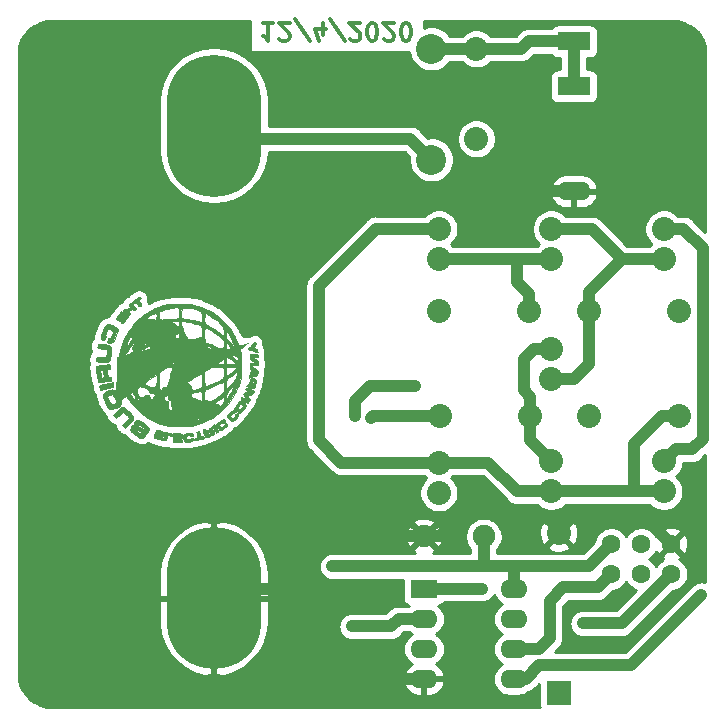
<source format=gbr>
G04 #@! TF.GenerationSoftware,KiCad,Pcbnew,(5.1.0)-1*
G04 #@! TF.CreationDate,2020-07-14T19:53:55+01:00*
G04 #@! TF.ProjectId,SolarDice,536f6c61-7244-4696-9365-2e6b69636164,rev?*
G04 #@! TF.SameCoordinates,PX5faea10PY77e7cd0*
G04 #@! TF.FileFunction,Copper,L2,Bot*
G04 #@! TF.FilePolarity,Positive*
%FSLAX46Y46*%
G04 Gerber Fmt 4.6, Leading zero omitted, Abs format (unit mm)*
G04 Created by KiCad (PCBNEW (5.1.0)-1) date 2020-07-14 19:53:55*
%MOMM*%
%LPD*%
G04 APERTURE LIST*
%ADD10C,0.300000*%
%ADD11C,0.010000*%
%ADD12C,2.032000*%
%ADD13R,2.032000X2.032000*%
%ADD14O,8.000000X12.000000*%
%ADD15O,2.286000X1.574800*%
%ADD16R,2.286000X1.574800*%
%ADD17C,1.600200*%
%ADD18C,2.540000*%
%ADD19C,1.905000*%
%ADD20R,2.800000X1.600000*%
%ADD21O,2.800000X1.600000*%
%ADD22C,0.600000*%
%ADD23C,1.000000*%
%ADD24C,0.254000*%
G04 APERTURE END LIST*
D10*
X34195428Y89197572D02*
X33338285Y89197572D01*
X33766857Y89197572D02*
X33766857Y87697572D01*
X33624000Y87911858D01*
X33481142Y88054715D01*
X33338285Y88126143D01*
X34766857Y87840429D02*
X34838285Y87769000D01*
X34981142Y87697572D01*
X35338285Y87697572D01*
X35481142Y87769000D01*
X35552571Y87840429D01*
X35624000Y87983286D01*
X35624000Y88126143D01*
X35552571Y88340429D01*
X34695428Y89197572D01*
X35624000Y89197572D01*
X37338285Y87626143D02*
X36052571Y89554715D01*
X38481142Y88197572D02*
X38481142Y89197572D01*
X38124000Y87626143D02*
X37766857Y88697572D01*
X38695428Y88697572D01*
X40338285Y87626143D02*
X39052571Y89554715D01*
X40766857Y87840429D02*
X40838285Y87769000D01*
X40981142Y87697572D01*
X41338285Y87697572D01*
X41481142Y87769000D01*
X41552571Y87840429D01*
X41624000Y87983286D01*
X41624000Y88126143D01*
X41552571Y88340429D01*
X40695428Y89197572D01*
X41624000Y89197572D01*
X42552571Y87697572D02*
X42695428Y87697572D01*
X42838285Y87769000D01*
X42909714Y87840429D01*
X42981142Y87983286D01*
X43052571Y88269000D01*
X43052571Y88626143D01*
X42981142Y88911858D01*
X42909714Y89054715D01*
X42838285Y89126143D01*
X42695428Y89197572D01*
X42552571Y89197572D01*
X42409714Y89126143D01*
X42338285Y89054715D01*
X42266857Y88911858D01*
X42195428Y88626143D01*
X42195428Y88269000D01*
X42266857Y87983286D01*
X42338285Y87840429D01*
X42409714Y87769000D01*
X42552571Y87697572D01*
X43624000Y87840429D02*
X43695428Y87769000D01*
X43838285Y87697572D01*
X44195428Y87697572D01*
X44338285Y87769000D01*
X44409714Y87840429D01*
X44481142Y87983286D01*
X44481142Y88126143D01*
X44409714Y88340429D01*
X43552571Y89197572D01*
X44481142Y89197572D01*
X45409714Y87697572D02*
X45552571Y87697572D01*
X45695428Y87769000D01*
X45766857Y87840429D01*
X45838285Y87983286D01*
X45909714Y88269000D01*
X45909714Y88626143D01*
X45838285Y88911858D01*
X45766857Y89054715D01*
X45695428Y89126143D01*
X45552571Y89197572D01*
X45409714Y89197572D01*
X45266857Y89126143D01*
X45195428Y89054715D01*
X45124000Y88911858D01*
X45052571Y88626143D01*
X45052571Y88269000D01*
X45124000Y87983286D01*
X45195428Y87840429D01*
X45266857Y87769000D01*
X45409714Y87697572D01*
D11*
G36*
X19226682Y60792157D02*
G01*
X19255506Y60864965D01*
X19321563Y60900354D01*
X19439958Y60906007D01*
X19625800Y60889604D01*
X19640343Y60887983D01*
X19844156Y60869380D01*
X19979831Y60875117D01*
X20062775Y60915786D01*
X20108394Y61001978D01*
X20132094Y61144285D01*
X20139868Y61231397D01*
X20149497Y61389048D01*
X20138314Y61491550D01*
X20091950Y61552996D01*
X19996038Y61587476D01*
X19836208Y61609084D01*
X19745903Y61617772D01*
X19555891Y61638526D01*
X19436533Y61664186D01*
X19373952Y61704497D01*
X19354274Y61769202D01*
X19363623Y61868047D01*
X19366321Y61884352D01*
X19390094Y61993251D01*
X19424329Y62038645D01*
X19488184Y62041247D01*
X19508510Y62038066D01*
X19604459Y62023511D01*
X19754617Y62002540D01*
X19929184Y61979295D01*
X19958191Y61975539D01*
X20131332Y61946927D01*
X20282043Y61910868D01*
X20381896Y61874381D01*
X20392108Y61868420D01*
X20440252Y61829644D01*
X20468791Y61777644D01*
X20482293Y61692016D01*
X20485327Y61552355D01*
X20484354Y61456441D01*
X20477541Y61260358D01*
X20464215Y61067566D01*
X20447117Y60916656D01*
X20445151Y60904429D01*
X20385391Y60686101D01*
X20292790Y60539553D01*
X20174976Y60470173D01*
X20087642Y60463625D01*
X19942734Y60468241D01*
X19766449Y60482897D01*
X19699261Y60490548D01*
X19525657Y60511157D01*
X19381617Y60527000D01*
X19289701Y60535647D01*
X19272250Y60536548D01*
X19234120Y60574642D01*
X19219982Y60674250D01*
X19226682Y60792157D01*
X19226682Y60792157D01*
G37*
X19226682Y60792157D02*
X19255506Y60864965D01*
X19321563Y60900354D01*
X19439958Y60906007D01*
X19625800Y60889604D01*
X19640343Y60887983D01*
X19844156Y60869380D01*
X19979831Y60875117D01*
X20062775Y60915786D01*
X20108394Y61001978D01*
X20132094Y61144285D01*
X20139868Y61231397D01*
X20149497Y61389048D01*
X20138314Y61491550D01*
X20091950Y61552996D01*
X19996038Y61587476D01*
X19836208Y61609084D01*
X19745903Y61617772D01*
X19555891Y61638526D01*
X19436533Y61664186D01*
X19373952Y61704497D01*
X19354274Y61769202D01*
X19363623Y61868047D01*
X19366321Y61884352D01*
X19390094Y61993251D01*
X19424329Y62038645D01*
X19488184Y62041247D01*
X19508510Y62038066D01*
X19604459Y62023511D01*
X19754617Y62002540D01*
X19929184Y61979295D01*
X19958191Y61975539D01*
X20131332Y61946927D01*
X20282043Y61910868D01*
X20381896Y61874381D01*
X20392108Y61868420D01*
X20440252Y61829644D01*
X20468791Y61777644D01*
X20482293Y61692016D01*
X20485327Y61552355D01*
X20484354Y61456441D01*
X20477541Y61260358D01*
X20464215Y61067566D01*
X20447117Y60916656D01*
X20445151Y60904429D01*
X20385391Y60686101D01*
X20292790Y60539553D01*
X20174976Y60470173D01*
X20087642Y60463625D01*
X19942734Y60468241D01*
X19766449Y60482897D01*
X19699261Y60490548D01*
X19525657Y60511157D01*
X19381617Y60527000D01*
X19289701Y60535647D01*
X19272250Y60536548D01*
X19234120Y60574642D01*
X19219982Y60674250D01*
X19226682Y60792157D01*
G36*
X19234733Y60142844D02*
G01*
X19283294Y60156609D01*
X19396149Y60176604D01*
X19553388Y60200213D01*
X19735104Y60224819D01*
X19921387Y60247807D01*
X20092328Y60266560D01*
X20228017Y60278462D01*
X20288250Y60281290D01*
X20359902Y60275686D01*
X20393853Y60241485D01*
X20404080Y60155978D01*
X20404667Y60092167D01*
X20401098Y59975058D01*
X20379834Y59919595D01*
X20325039Y59902778D01*
X20273510Y59901667D01*
X20142354Y59901667D01*
X20170723Y59637084D01*
X20192973Y59445980D01*
X20215220Y59324480D01*
X20244955Y59257851D01*
X20289669Y59231363D01*
X20356854Y59230283D01*
X20376658Y59232119D01*
X20462456Y59234853D01*
X20503136Y59205191D01*
X20519365Y59120905D01*
X20523075Y59074631D01*
X20524169Y58959631D01*
X20511415Y58883501D01*
X20505437Y58873548D01*
X20439914Y58850201D01*
X20332721Y58843827D01*
X20220954Y58852964D01*
X20141713Y58876152D01*
X20127796Y58888425D01*
X20078729Y58900876D01*
X20018808Y58860103D01*
X19921773Y58809972D01*
X19772752Y58775026D01*
X19766954Y58774361D01*
X19766954Y59149486D01*
X19811169Y59160570D01*
X19864540Y59185909D01*
X19887324Y59233012D01*
X19885877Y59325902D01*
X19876690Y59408192D01*
X19856769Y59558575D01*
X19836822Y59691263D01*
X19828936Y59736666D01*
X19799221Y59815830D01*
X19734741Y59831494D01*
X19700447Y59826268D01*
X19645050Y59812200D01*
X19615090Y59783681D01*
X19605829Y59721265D01*
X19612531Y59605508D01*
X19622042Y59504436D01*
X19643723Y59321341D01*
X19670321Y59209844D01*
X19709008Y59156905D01*
X19766954Y59149486D01*
X19766954Y58774361D01*
X19709694Y58767783D01*
X19573443Y58760767D01*
X19493676Y58773590D01*
X19443094Y58813874D01*
X19418751Y58849022D01*
X19394332Y58918967D01*
X19364910Y59049709D01*
X19333067Y59223109D01*
X19301380Y59421028D01*
X19272432Y59625327D01*
X19248800Y59817867D01*
X19233065Y59980509D01*
X19227808Y60095114D01*
X19234733Y60142844D01*
X19234733Y60142844D01*
G37*
X19234733Y60142844D02*
X19283294Y60156609D01*
X19396149Y60176604D01*
X19553388Y60200213D01*
X19735104Y60224819D01*
X19921387Y60247807D01*
X20092328Y60266560D01*
X20228017Y60278462D01*
X20288250Y60281290D01*
X20359902Y60275686D01*
X20393853Y60241485D01*
X20404080Y60155978D01*
X20404667Y60092167D01*
X20401098Y59975058D01*
X20379834Y59919595D01*
X20325039Y59902778D01*
X20273510Y59901667D01*
X20142354Y59901667D01*
X20170723Y59637084D01*
X20192973Y59445980D01*
X20215220Y59324480D01*
X20244955Y59257851D01*
X20289669Y59231363D01*
X20356854Y59230283D01*
X20376658Y59232119D01*
X20462456Y59234853D01*
X20503136Y59205191D01*
X20519365Y59120905D01*
X20523075Y59074631D01*
X20524169Y58959631D01*
X20511415Y58883501D01*
X20505437Y58873548D01*
X20439914Y58850201D01*
X20332721Y58843827D01*
X20220954Y58852964D01*
X20141713Y58876152D01*
X20127796Y58888425D01*
X20078729Y58900876D01*
X20018808Y58860103D01*
X19921773Y58809972D01*
X19772752Y58775026D01*
X19766954Y58774361D01*
X19766954Y59149486D01*
X19811169Y59160570D01*
X19864540Y59185909D01*
X19887324Y59233012D01*
X19885877Y59325902D01*
X19876690Y59408192D01*
X19856769Y59558575D01*
X19836822Y59691263D01*
X19828936Y59736666D01*
X19799221Y59815830D01*
X19734741Y59831494D01*
X19700447Y59826268D01*
X19645050Y59812200D01*
X19615090Y59783681D01*
X19605829Y59721265D01*
X19612531Y59605508D01*
X19622042Y59504436D01*
X19643723Y59321341D01*
X19670321Y59209844D01*
X19709008Y59156905D01*
X19766954Y59149486D01*
X19766954Y58774361D01*
X19709694Y58767783D01*
X19573443Y58760767D01*
X19493676Y58773590D01*
X19443094Y58813874D01*
X19418751Y58849022D01*
X19394332Y58918967D01*
X19364910Y59049709D01*
X19333067Y59223109D01*
X19301380Y59421028D01*
X19272432Y59625327D01*
X19248800Y59817867D01*
X19233065Y59980509D01*
X19227808Y60095114D01*
X19234733Y60142844D01*
G36*
X19520188Y58474560D02*
G01*
X19526442Y58487220D01*
X19578764Y58510620D01*
X19691948Y58546327D01*
X19847488Y58589773D01*
X20026881Y58636385D01*
X20211622Y58681595D01*
X20383205Y58720832D01*
X20523126Y58749525D01*
X20612881Y58763106D01*
X20635917Y58761229D01*
X20654640Y58702185D01*
X20676812Y58594839D01*
X20682459Y58561290D01*
X20709345Y58393155D01*
X20178827Y58254169D01*
X19976643Y58204011D01*
X19802944Y58166190D01*
X19674571Y58143994D01*
X19608362Y58140710D01*
X19604795Y58142076D01*
X19570627Y58196405D01*
X19539609Y58294278D01*
X19520033Y58399171D01*
X19520188Y58474560D01*
X19520188Y58474560D01*
G37*
X19520188Y58474560D02*
X19526442Y58487220D01*
X19578764Y58510620D01*
X19691948Y58546327D01*
X19847488Y58589773D01*
X20026881Y58636385D01*
X20211622Y58681595D01*
X20383205Y58720832D01*
X20523126Y58749525D01*
X20612881Y58763106D01*
X20635917Y58761229D01*
X20654640Y58702185D01*
X20676812Y58594839D01*
X20682459Y58561290D01*
X20709345Y58393155D01*
X20178827Y58254169D01*
X19976643Y58204011D01*
X19802944Y58166190D01*
X19674571Y58143994D01*
X19608362Y58140710D01*
X19604795Y58142076D01*
X19570627Y58196405D01*
X19539609Y58294278D01*
X19520033Y58399171D01*
X19520188Y58474560D01*
G36*
X19623223Y62632996D02*
G01*
X19659706Y62776168D01*
X19720196Y62954153D01*
X19797021Y63146874D01*
X19882510Y63334255D01*
X19968992Y63496218D01*
X20002460Y63549866D01*
X20092484Y63654720D01*
X20197242Y63705542D01*
X20331023Y63703022D01*
X20508112Y63647849D01*
X20658667Y63581503D01*
X20862015Y63479008D01*
X20994803Y63387568D01*
X21063718Y63289618D01*
X21075447Y63167596D01*
X21036676Y63003938D01*
X20958844Y62793099D01*
X20838361Y62513274D01*
X20724482Y62299138D01*
X20620677Y62156333D01*
X20530415Y62090505D01*
X20526306Y62089332D01*
X20425057Y62088858D01*
X20302389Y62120146D01*
X20290911Y62124749D01*
X20148163Y62184393D01*
X20212915Y62339366D01*
X20254058Y62442635D01*
X20276354Y62507940D01*
X20277667Y62515274D01*
X20311959Y62522839D01*
X20365968Y62513117D01*
X20418085Y62511999D01*
X20465588Y62548910D01*
X20520963Y62638285D01*
X20581921Y62762813D01*
X20642195Y62906510D01*
X20679636Y63025664D01*
X20686524Y63095466D01*
X20685962Y63097129D01*
X20632975Y63151039D01*
X20530538Y63211199D01*
X20410979Y63261938D01*
X20306629Y63287589D01*
X20291439Y63288334D01*
X20240886Y63253299D01*
X20178027Y63163490D01*
X20113281Y63041844D01*
X20057067Y62911302D01*
X20019803Y62794803D01*
X20011906Y62715286D01*
X20022580Y62696338D01*
X20053093Y62655419D01*
X20045434Y62577366D01*
X20025521Y62510786D01*
X19983385Y62405464D01*
X19943614Y62340136D01*
X19937155Y62334693D01*
X19866226Y62333947D01*
X19770701Y62379303D01*
X19679807Y62451503D01*
X19622769Y62531289D01*
X19618416Y62544715D01*
X19623223Y62632996D01*
X19623223Y62632996D01*
G37*
X19623223Y62632996D02*
X19659706Y62776168D01*
X19720196Y62954153D01*
X19797021Y63146874D01*
X19882510Y63334255D01*
X19968992Y63496218D01*
X20002460Y63549866D01*
X20092484Y63654720D01*
X20197242Y63705542D01*
X20331023Y63703022D01*
X20508112Y63647849D01*
X20658667Y63581503D01*
X20862015Y63479008D01*
X20994803Y63387568D01*
X21063718Y63289618D01*
X21075447Y63167596D01*
X21036676Y63003938D01*
X20958844Y62793099D01*
X20838361Y62513274D01*
X20724482Y62299138D01*
X20620677Y62156333D01*
X20530415Y62090505D01*
X20526306Y62089332D01*
X20425057Y62088858D01*
X20302389Y62120146D01*
X20290911Y62124749D01*
X20148163Y62184393D01*
X20212915Y62339366D01*
X20254058Y62442635D01*
X20276354Y62507940D01*
X20277667Y62515274D01*
X20311959Y62522839D01*
X20365968Y62513117D01*
X20418085Y62511999D01*
X20465588Y62548910D01*
X20520963Y62638285D01*
X20581921Y62762813D01*
X20642195Y62906510D01*
X20679636Y63025664D01*
X20686524Y63095466D01*
X20685962Y63097129D01*
X20632975Y63151039D01*
X20530538Y63211199D01*
X20410979Y63261938D01*
X20306629Y63287589D01*
X20291439Y63288334D01*
X20240886Y63253299D01*
X20178027Y63163490D01*
X20113281Y63041844D01*
X20057067Y62911302D01*
X20019803Y62794803D01*
X20011906Y62715286D01*
X20022580Y62696338D01*
X20053093Y62655419D01*
X20045434Y62577366D01*
X20025521Y62510786D01*
X19983385Y62405464D01*
X19943614Y62340136D01*
X19937155Y62334693D01*
X19866226Y62333947D01*
X19770701Y62379303D01*
X19679807Y62451503D01*
X19622769Y62531289D01*
X19618416Y62544715D01*
X19623223Y62632996D01*
G36*
X20970925Y64243130D02*
G01*
X21042341Y64342693D01*
X21141930Y64469192D01*
X21381250Y64769136D01*
X21654959Y64554037D01*
X21780614Y64454500D01*
X21875771Y64377619D01*
X21924856Y64336035D01*
X21928288Y64332219D01*
X21904119Y64298170D01*
X21840114Y64213415D01*
X21748467Y64094041D01*
X21714655Y64050334D01*
X21594508Y63898920D01*
X21511134Y63807123D01*
X21451779Y63765888D01*
X21403685Y63766164D01*
X21356979Y63796489D01*
X21329577Y63835401D01*
X21341510Y63890592D01*
X21399590Y63981281D01*
X21443069Y64039412D01*
X21523306Y64151552D01*
X21576674Y64239660D01*
X21590000Y64275035D01*
X21567035Y64268192D01*
X21507270Y64207118D01*
X21436170Y64120781D01*
X21338007Y64000096D01*
X21272983Y63940400D01*
X21225515Y63933442D01*
X21180020Y63970969D01*
X21171734Y63980728D01*
X21155758Y64031554D01*
X21186395Y64106649D01*
X21270223Y64222778D01*
X21346967Y64326560D01*
X21392285Y64401385D01*
X21397932Y64425846D01*
X21362375Y64409827D01*
X21301802Y64345729D01*
X21299275Y64342546D01*
X21183186Y64196066D01*
X21107219Y64106190D01*
X21058628Y64063386D01*
X21024670Y64058125D01*
X20992599Y64080876D01*
X20973869Y64099207D01*
X20943763Y64136960D01*
X20940423Y64179743D01*
X20970925Y64243130D01*
X20970925Y64243130D01*
G37*
X20970925Y64243130D02*
X21042341Y64342693D01*
X21141930Y64469192D01*
X21381250Y64769136D01*
X21654959Y64554037D01*
X21780614Y64454500D01*
X21875771Y64377619D01*
X21924856Y64336035D01*
X21928288Y64332219D01*
X21904119Y64298170D01*
X21840114Y64213415D01*
X21748467Y64094041D01*
X21714655Y64050334D01*
X21594508Y63898920D01*
X21511134Y63807123D01*
X21451779Y63765888D01*
X21403685Y63766164D01*
X21356979Y63796489D01*
X21329577Y63835401D01*
X21341510Y63890592D01*
X21399590Y63981281D01*
X21443069Y64039412D01*
X21523306Y64151552D01*
X21576674Y64239660D01*
X21590000Y64275035D01*
X21567035Y64268192D01*
X21507270Y64207118D01*
X21436170Y64120781D01*
X21338007Y64000096D01*
X21272983Y63940400D01*
X21225515Y63933442D01*
X21180020Y63970969D01*
X21171734Y63980728D01*
X21155758Y64031554D01*
X21186395Y64106649D01*
X21270223Y64222778D01*
X21346967Y64326560D01*
X21392285Y64401385D01*
X21397932Y64425846D01*
X21362375Y64409827D01*
X21301802Y64345729D01*
X21299275Y64342546D01*
X21183186Y64196066D01*
X21107219Y64106190D01*
X21058628Y64063386D01*
X21024670Y64058125D01*
X20992599Y64080876D01*
X20973869Y64099207D01*
X20943763Y64136960D01*
X20940423Y64179743D01*
X20970925Y64243130D01*
G36*
X20944719Y56281758D02*
G01*
X21148140Y56463687D01*
X21307153Y56586903D01*
X21435656Y56654081D01*
X21547550Y56667895D01*
X21656735Y56631020D01*
X21777110Y56546132D01*
X21874303Y56460649D01*
X22110877Y56224284D01*
X22277782Y56013831D01*
X22372479Y55832915D01*
X22394596Y55717449D01*
X22388852Y55643635D01*
X22364174Y55575335D01*
X22309806Y55497516D01*
X22214990Y55395146D01*
X22068970Y55253192D01*
X22048436Y55233675D01*
X21702014Y54904850D01*
X21582507Y55019346D01*
X21505488Y55103643D01*
X21464516Y55168947D01*
X21462500Y55178837D01*
X21491427Y55225971D01*
X21569259Y55314122D01*
X21681850Y55427795D01*
X21741348Y55484321D01*
X21875149Y55612775D01*
X21953883Y55700548D01*
X21987185Y55761570D01*
X21984691Y55809766D01*
X21977452Y55825612D01*
X21919821Y55908046D01*
X21829698Y56011982D01*
X21726690Y56117724D01*
X21630407Y56205573D01*
X21560454Y56255833D01*
X21544050Y56261000D01*
X21494459Y56233374D01*
X21401775Y56159659D01*
X21282803Y56053601D01*
X21233491Y56007000D01*
X21110266Y55892382D01*
X21008600Y55804653D01*
X20944626Y55757466D01*
X20933321Y55753000D01*
X20886382Y55782745D01*
X20811676Y55857253D01*
X20783148Y55890175D01*
X20668629Y56027349D01*
X20944719Y56281758D01*
X20944719Y56281758D01*
G37*
X20944719Y56281758D02*
X21148140Y56463687D01*
X21307153Y56586903D01*
X21435656Y56654081D01*
X21547550Y56667895D01*
X21656735Y56631020D01*
X21777110Y56546132D01*
X21874303Y56460649D01*
X22110877Y56224284D01*
X22277782Y56013831D01*
X22372479Y55832915D01*
X22394596Y55717449D01*
X22388852Y55643635D01*
X22364174Y55575335D01*
X22309806Y55497516D01*
X22214990Y55395146D01*
X22068970Y55253192D01*
X22048436Y55233675D01*
X21702014Y54904850D01*
X21582507Y55019346D01*
X21505488Y55103643D01*
X21464516Y55168947D01*
X21462500Y55178837D01*
X21491427Y55225971D01*
X21569259Y55314122D01*
X21681850Y55427795D01*
X21741348Y55484321D01*
X21875149Y55612775D01*
X21953883Y55700548D01*
X21987185Y55761570D01*
X21984691Y55809766D01*
X21977452Y55825612D01*
X21919821Y55908046D01*
X21829698Y56011982D01*
X21726690Y56117724D01*
X21630407Y56205573D01*
X21560454Y56255833D01*
X21544050Y56261000D01*
X21494459Y56233374D01*
X21401775Y56159659D01*
X21282803Y56053601D01*
X21233491Y56007000D01*
X21110266Y55892382D01*
X21008600Y55804653D01*
X20944626Y55757466D01*
X20933321Y55753000D01*
X20886382Y55782745D01*
X20811676Y55857253D01*
X20783148Y55890175D01*
X20668629Y56027349D01*
X20944719Y56281758D01*
G36*
X21586286Y64995628D02*
G01*
X21681200Y65006512D01*
X21752828Y64966387D01*
X21805581Y64928817D01*
X21856837Y64933750D01*
X21934055Y64987554D01*
X21969256Y65016569D01*
X22055374Y65092928D01*
X22084653Y65144845D01*
X22066170Y65201017D01*
X22040481Y65241765D01*
X21995873Y65321658D01*
X22004925Y65374168D01*
X22056670Y65427075D01*
X22102781Y65463911D01*
X22144622Y65471265D01*
X22199422Y65440982D01*
X22284412Y65364910D01*
X22374528Y65276656D01*
X22507785Y65138375D01*
X22580303Y65041543D01*
X22596717Y64973810D01*
X22561667Y64922828D01*
X22517812Y64895115D01*
X22434913Y64871773D01*
X22357396Y64913520D01*
X22346795Y64922878D01*
X22291818Y64965292D01*
X22245277Y64964618D01*
X22180650Y64913689D01*
X22130564Y64864436D01*
X22050188Y64780074D01*
X22023621Y64727852D01*
X22044245Y64680607D01*
X22076662Y64643190D01*
X22128159Y64578148D01*
X22124378Y64530367D01*
X22063222Y64462407D01*
X21970284Y64369470D01*
X21731728Y64608026D01*
X21596100Y64754628D01*
X21527177Y64857352D01*
X21519459Y64915084D01*
X21586286Y64995628D01*
X21586286Y64995628D01*
G37*
X21586286Y64995628D02*
X21681200Y65006512D01*
X21752828Y64966387D01*
X21805581Y64928817D01*
X21856837Y64933750D01*
X21934055Y64987554D01*
X21969256Y65016569D01*
X22055374Y65092928D01*
X22084653Y65144845D01*
X22066170Y65201017D01*
X22040481Y65241765D01*
X21995873Y65321658D01*
X22004925Y65374168D01*
X22056670Y65427075D01*
X22102781Y65463911D01*
X22144622Y65471265D01*
X22199422Y65440982D01*
X22284412Y65364910D01*
X22374528Y65276656D01*
X22507785Y65138375D01*
X22580303Y65041543D01*
X22596717Y64973810D01*
X22561667Y64922828D01*
X22517812Y64895115D01*
X22434913Y64871773D01*
X22357396Y64913520D01*
X22346795Y64922878D01*
X22291818Y64965292D01*
X22245277Y64964618D01*
X22180650Y64913689D01*
X22130564Y64864436D01*
X22050188Y64780074D01*
X22023621Y64727852D01*
X22044245Y64680607D01*
X22076662Y64643190D01*
X22128159Y64578148D01*
X22124378Y64530367D01*
X22063222Y64462407D01*
X21970284Y64369470D01*
X21731728Y64608026D01*
X21596100Y64754628D01*
X21527177Y64857352D01*
X21519459Y64915084D01*
X21586286Y64995628D01*
G36*
X22282373Y65559568D02*
G01*
X22326274Y65620074D01*
X22420789Y65700871D01*
X22575484Y65814729D01*
X22590848Y65825721D01*
X22741827Y65932230D01*
X22839849Y65994745D01*
X22900309Y66019234D01*
X22938606Y66011664D01*
X22970136Y65978001D01*
X22973173Y65973888D01*
X23006539Y65912417D01*
X22987491Y65861436D01*
X22919040Y65800412D01*
X22804712Y65708990D01*
X22938189Y65527489D01*
X23024794Y65404756D01*
X23062208Y65329350D01*
X23053815Y65282233D01*
X23002997Y65244364D01*
X22989783Y65237156D01*
X22925705Y65205748D01*
X22879770Y65204815D01*
X22831348Y65245811D01*
X22759812Y65340188D01*
X22730349Y65381196D01*
X22595436Y65569058D01*
X22471546Y65477462D01*
X22385334Y65421163D01*
X22336809Y65417041D01*
X22308143Y65448350D01*
X22279518Y65506583D01*
X22282373Y65559568D01*
X22282373Y65559568D01*
G37*
X22282373Y65559568D02*
X22326274Y65620074D01*
X22420789Y65700871D01*
X22575484Y65814729D01*
X22590848Y65825721D01*
X22741827Y65932230D01*
X22839849Y65994745D01*
X22900309Y66019234D01*
X22938606Y66011664D01*
X22970136Y65978001D01*
X22973173Y65973888D01*
X23006539Y65912417D01*
X22987491Y65861436D01*
X22919040Y65800412D01*
X22804712Y65708990D01*
X22938189Y65527489D01*
X23024794Y65404756D01*
X23062208Y65329350D01*
X23053815Y65282233D01*
X23002997Y65244364D01*
X22989783Y65237156D01*
X22925705Y65205748D01*
X22879770Y65204815D01*
X22831348Y65245811D01*
X22759812Y65340188D01*
X22730349Y65381196D01*
X22595436Y65569058D01*
X22471546Y65477462D01*
X22385334Y65421163D01*
X22336809Y65417041D01*
X22308143Y65448350D01*
X22279518Y65506583D01*
X22282373Y65559568D01*
G36*
X22168171Y54892604D02*
G01*
X22235369Y55038554D01*
X22335137Y55146854D01*
X22412477Y55184524D01*
X22485989Y55185500D01*
X22589877Y55153155D01*
X22738115Y55082006D01*
X22895064Y54995160D01*
X23078149Y54891155D01*
X23200328Y54825212D01*
X23273881Y54792815D01*
X23311085Y54789450D01*
X23324219Y54810603D01*
X23325667Y54836840D01*
X23290622Y54896732D01*
X23201175Y54975060D01*
X23080853Y55057165D01*
X22953186Y55128392D01*
X22841703Y55174084D01*
X22773373Y55180878D01*
X22688493Y55183746D01*
X22583032Y55222039D01*
X22489077Y55279453D01*
X22438712Y55339683D01*
X22436667Y55351978D01*
X22471134Y55432513D01*
X22553495Y55515105D01*
X22652190Y55572565D01*
X22705572Y55583667D01*
X22790494Y55560717D01*
X22925328Y55498952D01*
X23091258Y55408998D01*
X23269463Y55301481D01*
X23441126Y55187029D01*
X23547917Y55108009D01*
X23669085Y54974453D01*
X23708297Y54824390D01*
X23666497Y54652652D01*
X23640678Y54600481D01*
X23540487Y54476191D01*
X23415686Y54406579D01*
X23358423Y54398334D01*
X23299048Y54418410D01*
X23185521Y54472473D01*
X23036484Y54551273D01*
X22931798Y54610000D01*
X22774604Y54699028D01*
X22646345Y54769590D01*
X22563630Y54812669D01*
X22541991Y54821667D01*
X22523259Y54787420D01*
X22521334Y54762580D01*
X22556098Y54705034D01*
X22643702Y54629937D01*
X22759110Y54552964D01*
X22877286Y54489790D01*
X22973196Y54456092D01*
X23009933Y54456653D01*
X23077675Y54449940D01*
X23177445Y54409096D01*
X23278657Y54350881D01*
X23350725Y54292053D01*
X23367476Y54260750D01*
X23340899Y54210609D01*
X23283334Y54144334D01*
X23197401Y54082036D01*
X23097890Y54063425D01*
X22972797Y54091488D01*
X22810119Y54169212D01*
X22597851Y54299585D01*
X22560414Y54324250D01*
X22385954Y54441910D01*
X22270516Y54527203D01*
X22201458Y54592843D01*
X22166135Y54651545D01*
X22151904Y54716024D01*
X22149965Y54737000D01*
X22168171Y54892604D01*
X22168171Y54892604D01*
G37*
X22168171Y54892604D02*
X22235369Y55038554D01*
X22335137Y55146854D01*
X22412477Y55184524D01*
X22485989Y55185500D01*
X22589877Y55153155D01*
X22738115Y55082006D01*
X22895064Y54995160D01*
X23078149Y54891155D01*
X23200328Y54825212D01*
X23273881Y54792815D01*
X23311085Y54789450D01*
X23324219Y54810603D01*
X23325667Y54836840D01*
X23290622Y54896732D01*
X23201175Y54975060D01*
X23080853Y55057165D01*
X22953186Y55128392D01*
X22841703Y55174084D01*
X22773373Y55180878D01*
X22688493Y55183746D01*
X22583032Y55222039D01*
X22489077Y55279453D01*
X22438712Y55339683D01*
X22436667Y55351978D01*
X22471134Y55432513D01*
X22553495Y55515105D01*
X22652190Y55572565D01*
X22705572Y55583667D01*
X22790494Y55560717D01*
X22925328Y55498952D01*
X23091258Y55408998D01*
X23269463Y55301481D01*
X23441126Y55187029D01*
X23547917Y55108009D01*
X23669085Y54974453D01*
X23708297Y54824390D01*
X23666497Y54652652D01*
X23640678Y54600481D01*
X23540487Y54476191D01*
X23415686Y54406579D01*
X23358423Y54398334D01*
X23299048Y54418410D01*
X23185521Y54472473D01*
X23036484Y54551273D01*
X22931798Y54610000D01*
X22774604Y54699028D01*
X22646345Y54769590D01*
X22563630Y54812669D01*
X22541991Y54821667D01*
X22523259Y54787420D01*
X22521334Y54762580D01*
X22556098Y54705034D01*
X22643702Y54629937D01*
X22759110Y54552964D01*
X22877286Y54489790D01*
X22973196Y54456092D01*
X23009933Y54456653D01*
X23077675Y54449940D01*
X23177445Y54409096D01*
X23278657Y54350881D01*
X23350725Y54292053D01*
X23367476Y54260750D01*
X23340899Y54210609D01*
X23283334Y54144334D01*
X23197401Y54082036D01*
X23097890Y54063425D01*
X22972797Y54091488D01*
X22810119Y54169212D01*
X22597851Y54299585D01*
X22560414Y54324250D01*
X22385954Y54441910D01*
X22270516Y54527203D01*
X22201458Y54592843D01*
X22166135Y54651545D01*
X22151904Y54716024D01*
X22149965Y54737000D01*
X22168171Y54892604D01*
G36*
X24139809Y54223174D02*
G01*
X24183776Y54396490D01*
X24192588Y54427107D01*
X24237263Y54580936D01*
X24275723Y54678780D01*
X24325412Y54727757D01*
X24403776Y54734985D01*
X24528259Y54707581D01*
X24716307Y54652662D01*
X24733250Y54647694D01*
X24874562Y54599645D01*
X24976925Y54552069D01*
X25019453Y54514793D01*
X25019648Y54512958D01*
X25030264Y54484854D01*
X25051398Y54510689D01*
X25092278Y54532319D01*
X25182553Y54531841D01*
X25335705Y54508640D01*
X25410584Y54494257D01*
X25575032Y54459440D01*
X25673011Y54430049D01*
X25721512Y54397275D01*
X25737528Y54352309D01*
X25738667Y54324178D01*
X25733378Y54262058D01*
X25702903Y54235763D01*
X25625330Y54237127D01*
X25537584Y54249228D01*
X25410776Y54268199D01*
X25318841Y54282227D01*
X25296496Y54285785D01*
X25267953Y54251831D01*
X25237158Y54157351D01*
X25219184Y54070250D01*
X25194181Y53941250D01*
X25164929Y53875188D01*
X25115732Y53851111D01*
X25052694Y53848000D01*
X24972754Y53852182D01*
X24939907Y53880220D01*
X24941161Y53955356D01*
X24952114Y54027917D01*
X24976491Y54168932D01*
X25000943Y54292202D01*
X25005813Y54313667D01*
X25014745Y54382057D01*
X25001352Y54392369D01*
X24948387Y54389514D01*
X24840107Y54409237D01*
X24720230Y54441405D01*
X24590009Y54475679D01*
X24499110Y54489758D01*
X24468667Y54482123D01*
X24505830Y54452166D01*
X24601961Y54411349D01*
X24701500Y54378988D01*
X24841535Y54334521D01*
X24912116Y54296973D01*
X24926220Y54253939D01*
X24896825Y54193013D01*
X24896531Y54192548D01*
X24862066Y54162608D01*
X24799192Y54160287D01*
X24685993Y54186302D01*
X24634138Y54201145D01*
X24507368Y54234436D01*
X24417600Y54250767D01*
X24390066Y54249178D01*
X24391068Y54231376D01*
X24436483Y54207893D01*
X24539645Y54173324D01*
X24677116Y54132787D01*
X24813251Y54083864D01*
X24874364Y54031909D01*
X24869798Y53966772D01*
X24854871Y53939703D01*
X24800061Y53918955D01*
X24679677Y53930516D01*
X24490143Y53975093D01*
X24227880Y54053394D01*
X24144877Y54080166D01*
X24127164Y54120069D01*
X24139809Y54223174D01*
X24139809Y54223174D01*
G37*
X24139809Y54223174D02*
X24183776Y54396490D01*
X24192588Y54427107D01*
X24237263Y54580936D01*
X24275723Y54678780D01*
X24325412Y54727757D01*
X24403776Y54734985D01*
X24528259Y54707581D01*
X24716307Y54652662D01*
X24733250Y54647694D01*
X24874562Y54599645D01*
X24976925Y54552069D01*
X25019453Y54514793D01*
X25019648Y54512958D01*
X25030264Y54484854D01*
X25051398Y54510689D01*
X25092278Y54532319D01*
X25182553Y54531841D01*
X25335705Y54508640D01*
X25410584Y54494257D01*
X25575032Y54459440D01*
X25673011Y54430049D01*
X25721512Y54397275D01*
X25737528Y54352309D01*
X25738667Y54324178D01*
X25733378Y54262058D01*
X25702903Y54235763D01*
X25625330Y54237127D01*
X25537584Y54249228D01*
X25410776Y54268199D01*
X25318841Y54282227D01*
X25296496Y54285785D01*
X25267953Y54251831D01*
X25237158Y54157351D01*
X25219184Y54070250D01*
X25194181Y53941250D01*
X25164929Y53875188D01*
X25115732Y53851111D01*
X25052694Y53848000D01*
X24972754Y53852182D01*
X24939907Y53880220D01*
X24941161Y53955356D01*
X24952114Y54027917D01*
X24976491Y54168932D01*
X25000943Y54292202D01*
X25005813Y54313667D01*
X25014745Y54382057D01*
X25001352Y54392369D01*
X24948387Y54389514D01*
X24840107Y54409237D01*
X24720230Y54441405D01*
X24590009Y54475679D01*
X24499110Y54489758D01*
X24468667Y54482123D01*
X24505830Y54452166D01*
X24601961Y54411349D01*
X24701500Y54378988D01*
X24841535Y54334521D01*
X24912116Y54296973D01*
X24926220Y54253939D01*
X24896825Y54193013D01*
X24896531Y54192548D01*
X24862066Y54162608D01*
X24799192Y54160287D01*
X24685993Y54186302D01*
X24634138Y54201145D01*
X24507368Y54234436D01*
X24417600Y54250767D01*
X24390066Y54249178D01*
X24391068Y54231376D01*
X24436483Y54207893D01*
X24539645Y54173324D01*
X24677116Y54132787D01*
X24813251Y54083864D01*
X24874364Y54031909D01*
X24869798Y53966772D01*
X24854871Y53939703D01*
X24800061Y53918955D01*
X24679677Y53930516D01*
X24490143Y53975093D01*
X24227880Y54053394D01*
X24144877Y54080166D01*
X24127164Y54120069D01*
X24139809Y54223174D01*
G36*
X25754079Y53917409D02*
G01*
X25771242Y54080383D01*
X25780485Y54241675D01*
X25781000Y54277242D01*
X25781000Y54440667D01*
X26029709Y54440667D01*
X26265792Y54433178D01*
X26425395Y54409516D01*
X26515473Y54367888D01*
X26543000Y54308375D01*
X26533169Y54265853D01*
X26491592Y54241722D01*
X26400144Y54230905D01*
X26257250Y54228352D01*
X26103867Y54223965D01*
X26030209Y54211113D01*
X26031678Y54188933D01*
X26035000Y54186667D01*
X26113826Y54161868D01*
X26239128Y54146904D01*
X26299584Y54144982D01*
X26422672Y54139596D01*
X26482524Y54118496D01*
X26500299Y54072705D01*
X26500667Y54059667D01*
X26491174Y54012802D01*
X26450065Y53986151D01*
X26358396Y53973168D01*
X26236084Y53968225D01*
X26125197Y53962962D01*
X26081570Y53955463D01*
X26113567Y53947281D01*
X26119667Y53946641D01*
X26315897Y53924077D01*
X26441839Y53900375D01*
X26511787Y53870707D01*
X26540040Y53830250D01*
X26543000Y53803749D01*
X26536560Y53765480D01*
X26506866Y53741227D01*
X26438360Y53727834D01*
X26315483Y53722145D01*
X26135079Y53721000D01*
X25727159Y53721000D01*
X25754079Y53917409D01*
X25754079Y53917409D01*
G37*
X25754079Y53917409D02*
X25771242Y54080383D01*
X25780485Y54241675D01*
X25781000Y54277242D01*
X25781000Y54440667D01*
X26029709Y54440667D01*
X26265792Y54433178D01*
X26425395Y54409516D01*
X26515473Y54367888D01*
X26543000Y54308375D01*
X26533169Y54265853D01*
X26491592Y54241722D01*
X26400144Y54230905D01*
X26257250Y54228352D01*
X26103867Y54223965D01*
X26030209Y54211113D01*
X26031678Y54188933D01*
X26035000Y54186667D01*
X26113826Y54161868D01*
X26239128Y54146904D01*
X26299584Y54144982D01*
X26422672Y54139596D01*
X26482524Y54118496D01*
X26500299Y54072705D01*
X26500667Y54059667D01*
X26491174Y54012802D01*
X26450065Y53986151D01*
X26358396Y53973168D01*
X26236084Y53968225D01*
X26125197Y53962962D01*
X26081570Y53955463D01*
X26113567Y53947281D01*
X26119667Y53946641D01*
X26315897Y53924077D01*
X26441839Y53900375D01*
X26511787Y53870707D01*
X26540040Y53830250D01*
X26543000Y53803749D01*
X26536560Y53765480D01*
X26506866Y53741227D01*
X26438360Y53727834D01*
X26315483Y53722145D01*
X26135079Y53721000D01*
X25727159Y53721000D01*
X25754079Y53917409D01*
G36*
X26614985Y54341298D02*
G01*
X26617284Y54344921D01*
X26679848Y54382768D01*
X26801632Y54421010D01*
X26957398Y54454103D01*
X27121908Y54476502D01*
X27245789Y54483000D01*
X27367617Y54453199D01*
X27447221Y54377604D01*
X27466006Y54276930D01*
X27457755Y54246859D01*
X27409836Y54206321D01*
X27329630Y54187913D01*
X27254133Y54194417D01*
X27220336Y54228617D01*
X27220334Y54229000D01*
X27183960Y54257659D01*
X27096263Y54270369D01*
X26989380Y54265427D01*
X26906296Y54245638D01*
X26853765Y54186082D01*
X26842199Y54086574D01*
X26875605Y53983336D01*
X26877027Y53981058D01*
X26938858Y53951745D01*
X27044637Y53951203D01*
X27159961Y53976125D01*
X27241500Y54016108D01*
X27314577Y54050887D01*
X27379084Y54070756D01*
X27447136Y54075423D01*
X27471900Y54028447D01*
X27474334Y53972526D01*
X27448308Y53862575D01*
X27400250Y53811515D01*
X27292586Y53775436D01*
X27142862Y53750505D01*
X26979516Y53738377D01*
X26830986Y53740708D01*
X26725711Y53759155D01*
X26702740Y53770903D01*
X26657256Y53844890D01*
X26620937Y53971176D01*
X26598585Y54117509D01*
X26595000Y54251635D01*
X26614985Y54341298D01*
X26614985Y54341298D01*
G37*
X26614985Y54341298D02*
X26617284Y54344921D01*
X26679848Y54382768D01*
X26801632Y54421010D01*
X26957398Y54454103D01*
X27121908Y54476502D01*
X27245789Y54483000D01*
X27367617Y54453199D01*
X27447221Y54377604D01*
X27466006Y54276930D01*
X27457755Y54246859D01*
X27409836Y54206321D01*
X27329630Y54187913D01*
X27254133Y54194417D01*
X27220336Y54228617D01*
X27220334Y54229000D01*
X27183960Y54257659D01*
X27096263Y54270369D01*
X26989380Y54265427D01*
X26906296Y54245638D01*
X26853765Y54186082D01*
X26842199Y54086574D01*
X26875605Y53983336D01*
X26877027Y53981058D01*
X26938858Y53951745D01*
X27044637Y53951203D01*
X27159961Y53976125D01*
X27241500Y54016108D01*
X27314577Y54050887D01*
X27379084Y54070756D01*
X27447136Y54075423D01*
X27471900Y54028447D01*
X27474334Y53972526D01*
X27448308Y53862575D01*
X27400250Y53811515D01*
X27292586Y53775436D01*
X27142862Y53750505D01*
X26979516Y53738377D01*
X26830986Y53740708D01*
X26725711Y53759155D01*
X26702740Y53770903D01*
X26657256Y53844890D01*
X26620937Y53971176D01*
X26598585Y54117509D01*
X26595000Y54251635D01*
X26614985Y54341298D01*
G36*
X27595884Y54040043D02*
G01*
X27690955Y54075475D01*
X27780675Y54103177D01*
X27805346Y54149764D01*
X27796766Y54197183D01*
X27771612Y54305419D01*
X27746278Y54437864D01*
X27744993Y54445458D01*
X27734044Y54547912D01*
X27757260Y54596424D01*
X27828934Y54619354D01*
X27833019Y54620142D01*
X27923639Y54620976D01*
X27962413Y54594184D01*
X27982034Y54526051D01*
X28012562Y54411736D01*
X28024972Y54363746D01*
X28057765Y54251788D01*
X28093663Y54203543D01*
X28154317Y54200116D01*
X28201684Y54209521D01*
X28323481Y54209008D01*
X28392211Y54146397D01*
X28405019Y54079939D01*
X28367144Y54051115D01*
X28265026Y54009721D01*
X28116837Y53962586D01*
X28027567Y53938065D01*
X27823527Y53888807D01*
X27687124Y53867917D01*
X27605906Y53876303D01*
X27567418Y53914873D01*
X27559000Y53972207D01*
X27595884Y54040043D01*
X27595884Y54040043D01*
G37*
X27595884Y54040043D02*
X27690955Y54075475D01*
X27780675Y54103177D01*
X27805346Y54149764D01*
X27796766Y54197183D01*
X27771612Y54305419D01*
X27746278Y54437864D01*
X27744993Y54445458D01*
X27734044Y54547912D01*
X27757260Y54596424D01*
X27828934Y54619354D01*
X27833019Y54620142D01*
X27923639Y54620976D01*
X27962413Y54594184D01*
X27982034Y54526051D01*
X28012562Y54411736D01*
X28024972Y54363746D01*
X28057765Y54251788D01*
X28093663Y54203543D01*
X28154317Y54200116D01*
X28201684Y54209521D01*
X28323481Y54209008D01*
X28392211Y54146397D01*
X28405019Y54079939D01*
X28367144Y54051115D01*
X28265026Y54009721D01*
X28116837Y53962586D01*
X28027567Y53938065D01*
X27823527Y53888807D01*
X27687124Y53867917D01*
X27605906Y53876303D01*
X27567418Y53914873D01*
X27559000Y53972207D01*
X27595884Y54040043D01*
G36*
X28269180Y54741805D02*
G01*
X28330973Y54775355D01*
X28395084Y54798595D01*
X28469605Y54806029D01*
X28490334Y54761020D01*
X28520538Y54704742D01*
X28612482Y54702854D01*
X28720411Y54735952D01*
X28807735Y54799215D01*
X28829000Y54861463D01*
X28860870Y54940335D01*
X28934026Y55001370D01*
X29014784Y55020773D01*
X29041542Y55011626D01*
X29071401Y54954825D01*
X29083000Y54861502D01*
X29094272Y54773399D01*
X29121192Y54737000D01*
X29155856Y54701843D01*
X29199057Y54618582D01*
X29236108Y54520532D01*
X29252322Y54441007D01*
X29252334Y54439533D01*
X29223242Y54389554D01*
X29199417Y54367830D01*
X29130546Y54329838D01*
X29010192Y54276028D01*
X28863809Y54216373D01*
X28716849Y54160845D01*
X28639646Y54134647D01*
X28639646Y54368099D01*
X28691417Y54376968D01*
X28787652Y54414253D01*
X28879343Y54448241D01*
X28960746Y54498515D01*
X28970502Y54548603D01*
X28943631Y54582735D01*
X28887232Y54578713D01*
X28798572Y54545359D01*
X28698708Y54505212D01*
X28638560Y54483996D01*
X28633330Y54483000D01*
X28619380Y54448161D01*
X28617334Y54414971D01*
X28639646Y54368099D01*
X28639646Y54134647D01*
X28594765Y54119416D01*
X28523012Y54102058D01*
X28520924Y54102000D01*
X28482743Y54138687D01*
X28430292Y54233017D01*
X28372853Y54361397D01*
X28319710Y54500235D01*
X28280146Y54625935D01*
X28263444Y54714906D01*
X28269180Y54741805D01*
X28269180Y54741805D01*
G37*
X28269180Y54741805D02*
X28330973Y54775355D01*
X28395084Y54798595D01*
X28469605Y54806029D01*
X28490334Y54761020D01*
X28520538Y54704742D01*
X28612482Y54702854D01*
X28720411Y54735952D01*
X28807735Y54799215D01*
X28829000Y54861463D01*
X28860870Y54940335D01*
X28934026Y55001370D01*
X29014784Y55020773D01*
X29041542Y55011626D01*
X29071401Y54954825D01*
X29083000Y54861502D01*
X29094272Y54773399D01*
X29121192Y54737000D01*
X29155856Y54701843D01*
X29199057Y54618582D01*
X29236108Y54520532D01*
X29252322Y54441007D01*
X29252334Y54439533D01*
X29223242Y54389554D01*
X29199417Y54367830D01*
X29130546Y54329838D01*
X29010192Y54276028D01*
X28863809Y54216373D01*
X28716849Y54160845D01*
X28639646Y54134647D01*
X28639646Y54368099D01*
X28691417Y54376968D01*
X28787652Y54414253D01*
X28879343Y54448241D01*
X28960746Y54498515D01*
X28970502Y54548603D01*
X28943631Y54582735D01*
X28887232Y54578713D01*
X28798572Y54545359D01*
X28698708Y54505212D01*
X28638560Y54483996D01*
X28633330Y54483000D01*
X28619380Y54448161D01*
X28617334Y54414971D01*
X28639646Y54368099D01*
X28639646Y54134647D01*
X28594765Y54119416D01*
X28523012Y54102058D01*
X28520924Y54102000D01*
X28482743Y54138687D01*
X28430292Y54233017D01*
X28372853Y54361397D01*
X28319710Y54500235D01*
X28280146Y54625935D01*
X28263444Y54714906D01*
X28269180Y54741805D01*
G36*
X29116399Y55111854D02*
G01*
X29146500Y55135962D01*
X29219653Y55185321D01*
X29255041Y55201320D01*
X29285066Y55167971D01*
X29341358Y55080975D01*
X29411649Y54962072D01*
X29483671Y54833005D01*
X29545157Y54715514D01*
X29583840Y54631343D01*
X29591000Y54605910D01*
X29558111Y54560565D01*
X29505459Y54524865D01*
X29426139Y54496177D01*
X29388986Y54498201D01*
X29355279Y54542497D01*
X29294924Y54641716D01*
X29220168Y54775581D01*
X29209944Y54794634D01*
X29135276Y54936965D01*
X29097211Y55024286D01*
X29092126Y55076086D01*
X29116399Y55111854D01*
X29116399Y55111854D01*
G37*
X29116399Y55111854D02*
X29146500Y55135962D01*
X29219653Y55185321D01*
X29255041Y55201320D01*
X29285066Y55167971D01*
X29341358Y55080975D01*
X29411649Y54962072D01*
X29483671Y54833005D01*
X29545157Y54715514D01*
X29583840Y54631343D01*
X29591000Y54605910D01*
X29558111Y54560565D01*
X29505459Y54524865D01*
X29426139Y54496177D01*
X29388986Y54498201D01*
X29355279Y54542497D01*
X29294924Y54641716D01*
X29220168Y54775581D01*
X29209944Y54794634D01*
X29135276Y54936965D01*
X29097211Y55024286D01*
X29092126Y55076086D01*
X29116399Y55111854D01*
G36*
X29405228Y55209318D02*
G01*
X29434030Y55258672D01*
X29517571Y55350137D01*
X29642141Y55447373D01*
X29782662Y55534942D01*
X29914059Y55597404D01*
X30011256Y55619324D01*
X30018693Y55618610D01*
X30114529Y55575928D01*
X30157242Y55531889D01*
X30177094Y55463477D01*
X30127158Y55401626D01*
X30119232Y55395498D01*
X30033656Y55353840D01*
X29978764Y55352163D01*
X29897701Y55345716D01*
X29798155Y55297380D01*
X29713151Y55228334D01*
X29675710Y55159758D01*
X29675667Y55157767D01*
X29705079Y55076806D01*
X29751880Y55019817D01*
X29808549Y54978826D01*
X29862803Y54982944D01*
X29947648Y55035801D01*
X29956933Y55042377D01*
X30054195Y55127373D01*
X30120221Y55213090D01*
X30124137Y55221204D01*
X30188632Y55296523D01*
X30266458Y55306130D01*
X30328162Y55253245D01*
X30344746Y55197085D01*
X30334897Y55108838D01*
X30273306Y55021836D01*
X30198222Y54954250D01*
X30019007Y54823383D01*
X29861003Y54740395D01*
X29737227Y54711028D01*
X29678668Y54724977D01*
X29619393Y54783196D01*
X29539981Y54887140D01*
X29490252Y54962433D01*
X29421641Y55078650D01*
X29395026Y55151849D01*
X29405228Y55209318D01*
X29405228Y55209318D01*
G37*
X29405228Y55209318D02*
X29434030Y55258672D01*
X29517571Y55350137D01*
X29642141Y55447373D01*
X29782662Y55534942D01*
X29914059Y55597404D01*
X30011256Y55619324D01*
X30018693Y55618610D01*
X30114529Y55575928D01*
X30157242Y55531889D01*
X30177094Y55463477D01*
X30127158Y55401626D01*
X30119232Y55395498D01*
X30033656Y55353840D01*
X29978764Y55352163D01*
X29897701Y55345716D01*
X29798155Y55297380D01*
X29713151Y55228334D01*
X29675710Y55159758D01*
X29675667Y55157767D01*
X29705079Y55076806D01*
X29751880Y55019817D01*
X29808549Y54978826D01*
X29862803Y54982944D01*
X29947648Y55035801D01*
X29956933Y55042377D01*
X30054195Y55127373D01*
X30120221Y55213090D01*
X30124137Y55221204D01*
X30188632Y55296523D01*
X30266458Y55306130D01*
X30328162Y55253245D01*
X30344746Y55197085D01*
X30334897Y55108838D01*
X30273306Y55021836D01*
X30198222Y54954250D01*
X30019007Y54823383D01*
X29861003Y54740395D01*
X29737227Y54711028D01*
X29678668Y54724977D01*
X29619393Y54783196D01*
X29539981Y54887140D01*
X29490252Y54962433D01*
X29421641Y55078650D01*
X29395026Y55151849D01*
X29405228Y55209318D01*
G36*
X30364513Y55974464D02*
G01*
X30452250Y56095615D01*
X30601503Y56255484D01*
X30609831Y56263831D01*
X30743559Y56378970D01*
X30853119Y56424523D01*
X30955355Y56404975D01*
X31011097Y56370657D01*
X31065730Y56324087D01*
X31062770Y56282722D01*
X31011276Y56220997D01*
X30936497Y56161924D01*
X30879115Y56150480D01*
X30820964Y56134541D01*
X30740039Y56073821D01*
X30662100Y55992913D01*
X30612904Y55916411D01*
X30607000Y55890668D01*
X30638431Y55832669D01*
X30700420Y55777034D01*
X30766425Y55739658D01*
X30820847Y55747960D01*
X30895697Y55809296D01*
X30913177Y55825930D01*
X30984997Y55910841D01*
X31014626Y55979211D01*
X31013111Y55990820D01*
X31026399Y56054178D01*
X31074728Y56114699D01*
X31146369Y56162316D01*
X31205793Y56145742D01*
X31220039Y56134659D01*
X31276084Y56054352D01*
X31266473Y55954332D01*
X31188464Y55826961D01*
X31057942Y55683058D01*
X30939902Y55573608D01*
X30836856Y55493242D01*
X30768765Y55457285D01*
X30763082Y55456667D01*
X30688139Y55485542D01*
X30583264Y55558356D01*
X30473193Y55654396D01*
X30382660Y55752947D01*
X30348374Y55803978D01*
X30331988Y55880946D01*
X30364513Y55974464D01*
X30364513Y55974464D01*
G37*
X30364513Y55974464D02*
X30452250Y56095615D01*
X30601503Y56255484D01*
X30609831Y56263831D01*
X30743559Y56378970D01*
X30853119Y56424523D01*
X30955355Y56404975D01*
X31011097Y56370657D01*
X31065730Y56324087D01*
X31062770Y56282722D01*
X31011276Y56220997D01*
X30936497Y56161924D01*
X30879115Y56150480D01*
X30820964Y56134541D01*
X30740039Y56073821D01*
X30662100Y55992913D01*
X30612904Y55916411D01*
X30607000Y55890668D01*
X30638431Y55832669D01*
X30700420Y55777034D01*
X30766425Y55739658D01*
X30820847Y55747960D01*
X30895697Y55809296D01*
X30913177Y55825930D01*
X30984997Y55910841D01*
X31014626Y55979211D01*
X31013111Y55990820D01*
X31026399Y56054178D01*
X31074728Y56114699D01*
X31146369Y56162316D01*
X31205793Y56145742D01*
X31220039Y56134659D01*
X31276084Y56054352D01*
X31266473Y55954332D01*
X31188464Y55826961D01*
X31057942Y55683058D01*
X30939902Y55573608D01*
X30836856Y55493242D01*
X30768765Y55457285D01*
X30763082Y55456667D01*
X30688139Y55485542D01*
X30583264Y55558356D01*
X30473193Y55654396D01*
X30382660Y55752947D01*
X30348374Y55803978D01*
X30331988Y55880946D01*
X30364513Y55974464D01*
G36*
X30973726Y56653305D02*
G01*
X31046942Y56783920D01*
X31148871Y56922968D01*
X31263070Y57050505D01*
X31373097Y57146591D01*
X31462509Y57191282D01*
X31474414Y57192334D01*
X31575884Y57164939D01*
X31695446Y57095764D01*
X31808574Y57004320D01*
X31890746Y56910121D01*
X31917968Y56839421D01*
X31893316Y56759227D01*
X31830241Y56639432D01*
X31748646Y56515000D01*
X31622234Y56349168D01*
X31524957Y56247501D01*
X31444486Y56200349D01*
X31368492Y56198058D01*
X31350054Y56202954D01*
X31345942Y56204946D01*
X31345942Y56486146D01*
X31415760Y56486731D01*
X31499436Y56554810D01*
X31547778Y56609869D01*
X31625760Y56705145D01*
X31656046Y56761091D01*
X31643720Y56804577D01*
X31595272Y56860917D01*
X31517337Y56924855D01*
X31445853Y56922533D01*
X31364832Y56849456D01*
X31313389Y56781671D01*
X31247297Y56682225D01*
X31228087Y56621750D01*
X31250668Y56572377D01*
X31270855Y56548838D01*
X31345942Y56486146D01*
X31345942Y56204946D01*
X31245786Y56253483D01*
X31130421Y56335139D01*
X31027256Y56427865D01*
X30959588Y56511609D01*
X30945667Y56551064D01*
X30973726Y56653305D01*
X30973726Y56653305D01*
G37*
X30973726Y56653305D02*
X31046942Y56783920D01*
X31148871Y56922968D01*
X31263070Y57050505D01*
X31373097Y57146591D01*
X31462509Y57191282D01*
X31474414Y57192334D01*
X31575884Y57164939D01*
X31695446Y57095764D01*
X31808574Y57004320D01*
X31890746Y56910121D01*
X31917968Y56839421D01*
X31893316Y56759227D01*
X31830241Y56639432D01*
X31748646Y56515000D01*
X31622234Y56349168D01*
X31524957Y56247501D01*
X31444486Y56200349D01*
X31368492Y56198058D01*
X31350054Y56202954D01*
X31345942Y56204946D01*
X31345942Y56486146D01*
X31415760Y56486731D01*
X31499436Y56554810D01*
X31547778Y56609869D01*
X31625760Y56705145D01*
X31656046Y56761091D01*
X31643720Y56804577D01*
X31595272Y56860917D01*
X31517337Y56924855D01*
X31445853Y56922533D01*
X31364832Y56849456D01*
X31313389Y56781671D01*
X31247297Y56682225D01*
X31228087Y56621750D01*
X31250668Y56572377D01*
X31270855Y56548838D01*
X31345942Y56486146D01*
X31345942Y56204946D01*
X31245786Y56253483D01*
X31130421Y56335139D01*
X31027256Y56427865D01*
X30959588Y56511609D01*
X30945667Y56551064D01*
X30973726Y56653305D01*
G36*
X19822223Y57742083D02*
G01*
X19874749Y57822905D01*
X19879559Y57827741D01*
X19990402Y57913081D01*
X20144276Y58002740D01*
X20313387Y58083489D01*
X20469942Y58142098D01*
X20586145Y58165340D01*
X20588882Y58165352D01*
X20714906Y58152543D01*
X20801624Y58101617D01*
X20876725Y58007318D01*
X20900774Y57978098D01*
X20918941Y57977694D01*
X20932756Y58016158D01*
X20943749Y58103544D01*
X20953448Y58249905D01*
X20963383Y58465294D01*
X20969521Y58617330D01*
X20979131Y58910593D01*
X20987302Y59254590D01*
X20993410Y59615389D01*
X20996827Y59959061D01*
X20997333Y60124058D01*
X20997742Y60403221D01*
X20999761Y60609251D01*
X21004583Y60753678D01*
X21013399Y60848035D01*
X21027401Y60903852D01*
X21047781Y60932662D01*
X21075730Y60945997D01*
X21082463Y60947855D01*
X21157404Y61005954D01*
X21188248Y61081475D01*
X21354234Y61748104D01*
X21598775Y62391935D01*
X21916947Y63001748D01*
X22245049Y63489545D01*
X22552199Y63845206D01*
X22924418Y64189522D01*
X23343644Y64510420D01*
X23791813Y64795823D01*
X24250862Y65033660D01*
X24702728Y65211855D01*
X24913167Y65273013D01*
X25336635Y65358154D01*
X25802469Y65413784D01*
X26285412Y65439188D01*
X26760209Y65433654D01*
X27201601Y65396468D01*
X27501364Y65346129D01*
X28108552Y65172790D01*
X28691382Y64921205D01*
X29242837Y64596000D01*
X29755903Y64201800D01*
X30223562Y63743232D01*
X30565741Y63325790D01*
X30663668Y63183074D01*
X30776065Y63002402D01*
X30894540Y62799355D01*
X31010697Y62589519D01*
X31116144Y62388478D01*
X31202486Y62211815D01*
X31261329Y62075115D01*
X31284279Y61993962D01*
X31284334Y61991661D01*
X31317464Y61959383D01*
X31364222Y61962485D01*
X31442844Y61959872D01*
X31471900Y61938413D01*
X31529137Y61926039D01*
X31658412Y61956508D01*
X31779516Y61998776D01*
X31919685Y62048353D01*
X32025699Y62079879D01*
X32076093Y62087035D01*
X32077043Y62086401D01*
X32052221Y62057296D01*
X31970806Y61994598D01*
X31847968Y61909646D01*
X31787079Y61869672D01*
X31640950Y61776724D01*
X31518226Y61701551D01*
X31438974Y61656339D01*
X31424982Y61649757D01*
X31392594Y61602171D01*
X31406045Y61559018D01*
X31450488Y61424621D01*
X31487090Y61221788D01*
X31515395Y60966430D01*
X31534943Y60674457D01*
X31545275Y60361777D01*
X31545934Y60044300D01*
X31536460Y59737936D01*
X31516396Y59458594D01*
X31485283Y59222183D01*
X31474944Y59167850D01*
X31405843Y58886788D01*
X31311384Y58575793D01*
X31242000Y58379087D01*
X31242000Y60529552D01*
X31242000Y60635481D01*
X31231634Y60746675D01*
X31215740Y60809842D01*
X31167477Y60871637D01*
X31072580Y60955178D01*
X31001998Y61007266D01*
X30924010Y61056542D01*
X30924010Y61791170D01*
X30939217Y61839068D01*
X30917392Y61946082D01*
X30864058Y62098134D01*
X30784740Y62281148D01*
X30684965Y62481046D01*
X30580118Y62667321D01*
X30454153Y62870130D01*
X30360693Y62998152D01*
X30295452Y63052856D01*
X30254139Y63035709D01*
X30232467Y62948178D01*
X30226146Y62791729D01*
X30226146Y62788418D01*
X30228834Y62672117D01*
X30243899Y62584166D01*
X30282091Y62502219D01*
X30354159Y62403930D01*
X30470855Y62266953D01*
X30484609Y62251167D01*
X30606712Y62108833D01*
X30713214Y61980611D01*
X30787407Y61886778D01*
X30805159Y61862138D01*
X30870296Y61800449D01*
X30924010Y61791170D01*
X30924010Y61056542D01*
X30885405Y61080935D01*
X30811828Y61106422D01*
X30759723Y61090316D01*
X30751446Y61083912D01*
X30718654Y61041903D01*
X30734506Y60990890D01*
X30806341Y60907290D01*
X30806438Y60907188D01*
X30917175Y60799747D01*
X31047759Y60685148D01*
X31083250Y60656180D01*
X31242000Y60529552D01*
X31242000Y58379087D01*
X31202704Y58267681D01*
X31090943Y57995268D01*
X31041490Y57890834D01*
X30760546Y57408358D01*
X30412890Y56938090D01*
X30266300Y56776604D01*
X30266300Y57361667D01*
X30319685Y57398232D01*
X30400181Y57499835D01*
X30500086Y57654334D01*
X30611698Y57849589D01*
X30727312Y58073459D01*
X30757820Y58136406D01*
X30835523Y58301111D01*
X30897127Y58435736D01*
X30934906Y58523149D01*
X30943040Y58547000D01*
X30917385Y58530537D01*
X30852211Y58465790D01*
X30790547Y58398834D01*
X30595231Y58178697D01*
X30450465Y58009181D01*
X30348855Y57879172D01*
X30307247Y57814960D01*
X30307247Y58256944D01*
X30391743Y58316978D01*
X30507748Y58432056D01*
X30647716Y58594355D01*
X30804099Y58796055D01*
X30879311Y58899691D01*
X31045736Y59157050D01*
X31149173Y59375511D01*
X31194694Y59566542D01*
X31197809Y59619859D01*
X31199667Y59740218D01*
X30983897Y59556359D01*
X30827673Y59426722D01*
X30649571Y59283953D01*
X30530704Y59191598D01*
X30407289Y59093935D01*
X30310382Y59010575D01*
X30299960Y58999833D01*
X30299960Y59330011D01*
X30359083Y59348669D01*
X30459407Y59417599D01*
X30486632Y59438539D01*
X30663627Y59579615D01*
X30830728Y59719076D01*
X30975441Y59845811D01*
X31085267Y59948704D01*
X31147712Y60016644D01*
X31157334Y60035015D01*
X31117990Y60050103D01*
X31011891Y60062079D01*
X30856932Y60069424D01*
X30732952Y60071000D01*
X30703165Y60070867D01*
X30703165Y60282667D01*
X31128122Y60282667D01*
X31047478Y60373771D01*
X30978816Y60440515D01*
X30863509Y60541829D01*
X30721701Y60660244D01*
X30655370Y60713847D01*
X30484272Y60842875D01*
X30364225Y60910628D01*
X30334396Y60912796D01*
X30334396Y61557609D01*
X30429143Y61584657D01*
X30508706Y61616589D01*
X30583436Y61648310D01*
X30622704Y61677077D01*
X30622254Y61717412D01*
X30577825Y61783838D01*
X30485161Y61890878D01*
X30400659Y61985078D01*
X30324654Y62054721D01*
X30268534Y62079866D01*
X30261855Y62077830D01*
X30240216Y62024711D01*
X30228529Y61919029D01*
X30227497Y61792382D01*
X30237818Y61676366D01*
X30251696Y61619629D01*
X30282279Y61569184D01*
X30334396Y61557609D01*
X30334396Y60912796D01*
X30286959Y60916244D01*
X30244203Y60858858D01*
X30227686Y60737607D01*
X30226578Y60669067D01*
X30228974Y60501781D01*
X30244725Y60391449D01*
X30288448Y60326221D01*
X30374759Y60294246D01*
X30518275Y60283675D01*
X30703165Y60282667D01*
X30703165Y60070867D01*
X30540045Y60070134D01*
X30414824Y60064894D01*
X30340312Y60051323D01*
X30299530Y60025460D01*
X30275499Y59983347D01*
X30267286Y59962411D01*
X30241396Y59847672D01*
X30229011Y59696386D01*
X30230248Y59540708D01*
X30245228Y59412792D01*
X30265030Y59355230D01*
X30299960Y59330011D01*
X30299960Y58999833D01*
X30260632Y58959297D01*
X30260288Y58958765D01*
X30241962Y58886463D01*
X30231276Y58758329D01*
X30228168Y58602847D01*
X30232575Y58448500D01*
X30244436Y58323772D01*
X30261809Y58259775D01*
X30307247Y58256944D01*
X30307247Y57814960D01*
X30283011Y57777556D01*
X30245541Y57693217D01*
X30229052Y57615041D01*
X30226000Y57549969D01*
X30234093Y57437118D01*
X30254544Y57369889D01*
X30266300Y57361667D01*
X30266300Y56776604D01*
X30016029Y56500899D01*
X29619228Y56146054D01*
X29619228Y56642000D01*
X29669625Y56671356D01*
X29753668Y56745661D01*
X29851469Y56844273D01*
X29943139Y56946547D01*
X30008789Y57031840D01*
X30027084Y57065334D01*
X30046263Y57159461D01*
X30053270Y57281213D01*
X30049054Y57402465D01*
X30034564Y57495095D01*
X30011368Y57531000D01*
X29959071Y57507692D01*
X29860289Y57446459D01*
X29733116Y57360337D01*
X29595648Y57262363D01*
X29465980Y57165571D01*
X29362207Y57082999D01*
X29302424Y57027683D01*
X29294667Y57014671D01*
X29331372Y56985665D01*
X29423232Y56950173D01*
X29462686Y56938687D01*
X29568589Y56904731D01*
X29611361Y56864715D01*
X29610706Y56795062D01*
X29605561Y56767722D01*
X29599071Y56680198D01*
X29618065Y56642057D01*
X29619228Y56642000D01*
X29619228Y56146054D01*
X29587473Y56117656D01*
X29491460Y56043246D01*
X29207137Y55851456D01*
X28866926Y55657597D01*
X28831801Y55640203D01*
X28831801Y57156874D01*
X28954193Y57161536D01*
X29117494Y57229031D01*
X29327689Y57360907D01*
X29335093Y57366093D01*
X29508808Y57494807D01*
X29685733Y57636814D01*
X29831606Y57764445D01*
X29849732Y57781644D01*
X30056667Y57981102D01*
X30056667Y58367386D01*
X30052342Y58540257D01*
X30040757Y58679339D01*
X30024000Y58764158D01*
X30014652Y58779637D01*
X29963587Y58771574D01*
X29850694Y58732150D01*
X29690287Y58667025D01*
X29496681Y58581859D01*
X29390235Y58532749D01*
X29178309Y58434710D01*
X28986087Y58348092D01*
X28830050Y58280150D01*
X28726674Y58238140D01*
X28702000Y58229706D01*
X28571671Y58186656D01*
X28486339Y58134776D01*
X28436563Y58056496D01*
X28426834Y58006226D01*
X28426834Y58441167D01*
X28564126Y58447377D01*
X28659220Y58469429D01*
X28809582Y58524481D01*
X28998197Y58604268D01*
X29208050Y58700523D01*
X29422127Y58804978D01*
X29623412Y58909366D01*
X29794891Y59005421D01*
X29919549Y59084876D01*
X29976211Y59133469D01*
X30019778Y59208622D01*
X30044814Y59311249D01*
X30055453Y59463850D01*
X30056667Y59571492D01*
X30051303Y59741972D01*
X30037114Y59887195D01*
X30016954Y59979962D01*
X30012844Y59989117D01*
X29987470Y60023222D01*
X29944602Y60046339D01*
X29869426Y60060566D01*
X29844538Y60062078D01*
X29844538Y60289517D01*
X29962653Y60302221D01*
X30018499Y60330688D01*
X30020593Y60333678D01*
X30043419Y60409229D01*
X30054633Y60521868D01*
X30053085Y60634169D01*
X30037623Y60708702D01*
X30032351Y60716205D01*
X29988660Y60705459D01*
X29890983Y60656749D01*
X29807770Y60608744D01*
X29807770Y61651401D01*
X29868849Y61656210D01*
X29956637Y61678647D01*
X30010401Y61717829D01*
X30038799Y61792171D01*
X30050486Y61920085D01*
X30053325Y62048610D01*
X30050306Y62203873D01*
X30029898Y62307600D01*
X30020994Y62323525D01*
X30020994Y62763283D01*
X30046407Y62821154D01*
X30056930Y62936625D01*
X30053818Y63084185D01*
X30038326Y63238322D01*
X30011709Y63373524D01*
X29987591Y63442271D01*
X29897157Y63576155D01*
X29742290Y63740757D01*
X29533248Y63926931D01*
X29280290Y64125528D01*
X28998334Y64324289D01*
X28786081Y64465331D01*
X28634233Y64557701D01*
X28532338Y64599070D01*
X28469942Y64587109D01*
X28436592Y64519488D01*
X28421836Y64393879D01*
X28415221Y64207953D01*
X28414839Y64194271D01*
X28412513Y63974703D01*
X28420742Y63828739D01*
X28440471Y63745867D01*
X28457173Y63722872D01*
X28515290Y63685043D01*
X28629631Y63617278D01*
X28782073Y63530150D01*
X28908852Y63459371D01*
X29124820Y63333323D01*
X29360098Y63185489D01*
X29575133Y63041038D01*
X29645762Y62990471D01*
X29792523Y62887289D01*
X29915018Y62809609D01*
X29997047Y62767239D01*
X30020994Y62763283D01*
X30020994Y62323525D01*
X29982389Y62392574D01*
X29933987Y62451445D01*
X29810160Y62570876D01*
X29629904Y62716637D01*
X29411692Y62875586D01*
X29173995Y63034579D01*
X28935285Y63180471D01*
X28814058Y63248321D01*
X28648975Y63333954D01*
X28541897Y63379758D01*
X28478742Y63390307D01*
X28445426Y63370178D01*
X28444289Y63368445D01*
X28429669Y63304825D01*
X28417621Y63175506D01*
X28409413Y62999445D01*
X28406315Y62800336D01*
X28411979Y62527591D01*
X28431361Y62330119D01*
X28466846Y62199290D01*
X28520821Y62126471D01*
X28595675Y62103033D01*
X28599143Y62103000D01*
X28658839Y62086557D01*
X28779550Y62041480D01*
X28945202Y61974145D01*
X29139723Y61890929D01*
X29195172Y61866537D01*
X29425619Y61767112D01*
X29594876Y61701130D01*
X29717431Y61664067D01*
X29807770Y61651401D01*
X29807770Y60608744D01*
X29755934Y60578839D01*
X29664590Y60522177D01*
X29321145Y60303834D01*
X29653480Y60291345D01*
X29844538Y60289517D01*
X29844538Y60062078D01*
X29747124Y60068000D01*
X29562880Y60070737D01*
X29434288Y60071000D01*
X29315834Y60069776D01*
X29315834Y61552224D01*
X29083000Y61663017D01*
X28924197Y61735281D01*
X28767674Y61801287D01*
X28688474Y61831732D01*
X28586354Y61864963D01*
X28542977Y61864794D01*
X28538688Y61829788D01*
X28540308Y61820897D01*
X28602317Y61715964D01*
X28735311Y61634788D01*
X28927520Y61583217D01*
X29044769Y61570185D01*
X29315834Y61552224D01*
X29315834Y60069776D01*
X29235826Y60068949D01*
X29075187Y60063343D01*
X28967226Y60055000D01*
X28926793Y60044740D01*
X28927509Y60043047D01*
X28920227Y60002626D01*
X28859606Y59949305D01*
X28770960Y59901518D01*
X28705085Y59881094D01*
X28610465Y59846632D01*
X28513572Y59793298D01*
X28403522Y59721190D01*
X28415178Y59081179D01*
X28426834Y58441167D01*
X28426834Y58006226D01*
X28412904Y57934248D01*
X28405921Y57750462D01*
X28405667Y57678191D01*
X28405667Y57277000D01*
X28548650Y57277000D01*
X28662409Y57259212D01*
X28742021Y57216138D01*
X28744334Y57213500D01*
X28831801Y57156874D01*
X28831801Y55640203D01*
X28498195Y55474991D01*
X28128310Y55316962D01*
X28097314Y55306128D01*
X28097314Y57207417D01*
X28166695Y57221525D01*
X28167836Y57222614D01*
X28182244Y57278261D01*
X28190524Y57393473D01*
X28193002Y57543394D01*
X28190002Y57703166D01*
X28181848Y57847935D01*
X28168866Y57952844D01*
X28157833Y57988140D01*
X28124261Y58013814D01*
X28057320Y58018656D01*
X27939398Y58002035D01*
X27809231Y57975602D01*
X27643801Y57940087D01*
X27501133Y57909606D01*
X27409869Y57890277D01*
X27404920Y57889245D01*
X27352958Y57861510D01*
X27352958Y58114897D01*
X27542769Y58143361D01*
X27809232Y58194476D01*
X28005196Y58256515D01*
X28125656Y58327498D01*
X28164229Y58389047D01*
X28172168Y58467440D01*
X28178758Y58601720D01*
X28183821Y58773435D01*
X28187178Y58964134D01*
X28188654Y59155364D01*
X28188070Y59328672D01*
X28185250Y59465607D01*
X28180014Y59547717D01*
X28175519Y59563000D01*
X28137087Y59541649D01*
X28087156Y59511290D01*
X28087156Y62280400D01*
X28126235Y62283736D01*
X28165694Y62342693D01*
X28189782Y62429777D01*
X28191657Y62462834D01*
X28184618Y62508313D01*
X28158971Y62485446D01*
X28125492Y62427341D01*
X28088108Y62337379D01*
X28085750Y62282098D01*
X28087156Y62280400D01*
X28087156Y59511290D01*
X28041577Y59483577D01*
X27903189Y59397756D01*
X27736122Y59293158D01*
X27554577Y59178757D01*
X27372754Y59063523D01*
X27329581Y59035987D01*
X27329581Y62432458D01*
X27433633Y62442749D01*
X27572085Y62467233D01*
X27759338Y62508132D01*
X28009789Y62567668D01*
X28098750Y62589336D01*
X28142115Y62604668D01*
X28169831Y62635963D01*
X28185387Y62699552D01*
X28192271Y62811766D01*
X28193974Y62988935D01*
X28194000Y63035140D01*
X28191768Y63235582D01*
X28183061Y63369959D01*
X28164864Y63456803D01*
X28134161Y63514645D01*
X28111886Y63539781D01*
X28110100Y63540920D01*
X28110100Y63876048D01*
X28159449Y63893630D01*
X28161602Y63896571D01*
X28179577Y63968229D01*
X28189787Y64098370D01*
X28192488Y64261188D01*
X28187937Y64430881D01*
X28176391Y64581644D01*
X28158108Y64687675D01*
X28153587Y64701450D01*
X28110374Y64768425D01*
X28026367Y64823649D01*
X27882547Y64878612D01*
X27835985Y64893360D01*
X27590901Y64961081D01*
X27329756Y65019856D01*
X27075732Y65065603D01*
X26852012Y65094236D01*
X26681779Y65101672D01*
X26659957Y65100544D01*
X26479500Y65087500D01*
X26467301Y64667899D01*
X26465439Y64486305D01*
X26470289Y64336718D01*
X26480855Y64239151D01*
X26489938Y64213463D01*
X26543140Y64193171D01*
X26662375Y64163576D01*
X26830051Y64128630D01*
X27028579Y64092286D01*
X27031303Y64091818D01*
X27265090Y64049331D01*
X27502334Y64002124D01*
X27711614Y63956653D01*
X27834167Y63926826D01*
X28005655Y63886746D01*
X28110100Y63876048D01*
X28110100Y63540920D01*
X28017915Y63599743D01*
X27858818Y63666038D01*
X27653380Y63733715D01*
X27420387Y63797821D01*
X27178623Y63853407D01*
X26946874Y63895520D01*
X26743925Y63919210D01*
X26659417Y63922598D01*
X26458334Y63923334D01*
X26458511Y63701084D01*
X26494456Y63444287D01*
X26564344Y63270576D01*
X26623437Y63143912D01*
X26661783Y63042173D01*
X26670000Y63003168D01*
X26693912Y62933114D01*
X26753159Y62833899D01*
X26770920Y62809259D01*
X26845053Y62695986D01*
X26896252Y62592517D01*
X26900773Y62579250D01*
X26933914Y62504702D01*
X26958603Y62482157D01*
X27014760Y62473600D01*
X27121192Y62454328D01*
X27167090Y62445567D01*
X27245533Y62434138D01*
X27329581Y62432458D01*
X27329581Y59035987D01*
X27204853Y58956431D01*
X27196055Y58950768D01*
X27196055Y60391675D01*
X27221068Y60397593D01*
X27294559Y60437625D01*
X27293186Y60489915D01*
X27264791Y60514187D01*
X27216437Y60502401D01*
X27180859Y60457341D01*
X27158463Y60398209D01*
X27196055Y60391675D01*
X27196055Y58950768D01*
X27065073Y58866451D01*
X26967615Y58802557D01*
X26927268Y58774285D01*
X26946448Y58740606D01*
X27014728Y58670734D01*
X27085052Y58607768D01*
X27241164Y58433174D01*
X27306846Y58286143D01*
X27352958Y58114897D01*
X27352958Y57861510D01*
X27314336Y57840895D01*
X27283642Y57742085D01*
X27311037Y57586561D01*
X27314501Y57575250D01*
X27353128Y57471510D01*
X27397936Y57429895D01*
X27474842Y57430195D01*
X27496279Y57433494D01*
X27619849Y57429032D01*
X27738264Y57362277D01*
X27751842Y57351252D01*
X27861463Y57281071D01*
X27986096Y57230196D01*
X28097314Y57207417D01*
X28097314Y55306128D01*
X27784640Y55196833D01*
X27707167Y55174595D01*
X27580167Y55140985D01*
X27580167Y55500602D01*
X27781282Y55567291D01*
X27895940Y55616648D01*
X27952730Y55664003D01*
X27944655Y55698802D01*
X27876362Y55710667D01*
X27807938Y55684382D01*
X27715399Y55619718D01*
X27698944Y55605634D01*
X27580167Y55500602D01*
X27580167Y55140985D01*
X27566463Y55137358D01*
X27443910Y55109135D01*
X27324437Y55088685D01*
X27192979Y55074768D01*
X27034466Y55066143D01*
X26833829Y55061569D01*
X26582577Y55059853D01*
X26582577Y55636379D01*
X26585334Y55642170D01*
X26555532Y55680803D01*
X26543000Y55689500D01*
X26518306Y55696231D01*
X26518306Y62233342D01*
X26573213Y62241126D01*
X26573868Y62255577D01*
X26517210Y62265682D01*
X26492729Y62258919D01*
X26476694Y62240121D01*
X26518306Y62233342D01*
X26518306Y55696231D01*
X26503423Y55700288D01*
X26500667Y55694497D01*
X26530469Y55655864D01*
X26543000Y55647167D01*
X26582577Y55636379D01*
X26582577Y55059853D01*
X26576002Y55059808D01*
X26310167Y55059591D01*
X26176475Y55059960D01*
X26176475Y62158478D01*
X26235236Y62160172D01*
X26239610Y62215329D01*
X26204954Y62270151D01*
X26115084Y62299081D01*
X26054403Y62305540D01*
X26054403Y62526334D01*
X26164137Y62534156D01*
X26221750Y62571120D01*
X26243701Y62657475D01*
X26246667Y62762817D01*
X26246667Y62942856D01*
X26193524Y62922744D01*
X26193524Y63519676D01*
X26205407Y63521831D01*
X26230173Y63577738D01*
X26240000Y63687036D01*
X26238246Y63747252D01*
X26225888Y63868155D01*
X26198889Y63928650D01*
X26141505Y63952990D01*
X26100989Y63958676D01*
X25970781Y63962774D01*
X25834218Y63950904D01*
X25715296Y63927485D01*
X25638010Y63896933D01*
X25622206Y63870549D01*
X25666479Y63819920D01*
X25760658Y63748496D01*
X25882597Y63669518D01*
X26010150Y63596228D01*
X26121174Y63541867D01*
X26193524Y63519676D01*
X26193524Y62922744D01*
X26066750Y62874763D01*
X25957013Y62832773D01*
X25887220Y62805202D01*
X25875956Y62800263D01*
X25875816Y62759298D01*
X25890190Y62668416D01*
X25891831Y62660095D01*
X25922375Y62566298D01*
X25982713Y62530732D01*
X26054403Y62526334D01*
X26054403Y62305540D01*
X26045218Y62306518D01*
X25926054Y62302964D01*
X25869765Y62278060D01*
X25883174Y62242698D01*
X25973103Y62207773D01*
X25982084Y62205705D01*
X26098999Y62178268D01*
X26176475Y62158478D01*
X26176475Y55059960D01*
X25985601Y55060487D01*
X25731559Y55063611D01*
X25570813Y55068750D01*
X25570813Y56388000D01*
X25612728Y56395718D01*
X25634053Y56431089D01*
X25638491Y56512441D01*
X25629744Y56658104D01*
X25628534Y56673750D01*
X25614177Y56835633D01*
X25598767Y56975221D01*
X25586860Y57055255D01*
X25543194Y57145539D01*
X25460336Y57245595D01*
X25441400Y57263336D01*
X25356207Y57357612D01*
X25320576Y57462319D01*
X25315334Y57560428D01*
X25315334Y57745195D01*
X25135417Y57648681D01*
X25026553Y57589986D01*
X24952794Y57549668D01*
X24936932Y57540655D01*
X24942921Y57499717D01*
X24978751Y57407990D01*
X25009309Y57341951D01*
X25072412Y57227436D01*
X25129482Y57173813D01*
X25202654Y57162134D01*
X25218377Y57162963D01*
X25336500Y57171167D01*
X25322339Y56895674D01*
X25319055Y56732962D01*
X25333560Y56624963D01*
X25371588Y56542586D01*
X25399495Y56504091D01*
X25483327Y56424966D01*
X25564731Y56388309D01*
X25570813Y56388000D01*
X25570813Y55068750D01*
X25533910Y55069930D01*
X25482168Y55073420D01*
X25482168Y56091667D01*
X25552304Y56108939D01*
X25569334Y56134000D01*
X25535226Y56171970D01*
X25508332Y56176334D01*
X25436257Y56150533D01*
X25421167Y56134000D01*
X25434129Y56100680D01*
X25482168Y56091667D01*
X25482168Y55073420D01*
X25378521Y55080412D01*
X25251260Y55096028D01*
X25137994Y55117744D01*
X25024590Y55146530D01*
X25019000Y55148079D01*
X24744580Y55237535D01*
X24744580Y58126630D01*
X24800237Y58149054D01*
X24807334Y58184143D01*
X24845435Y58280031D01*
X24943649Y58350285D01*
X25077838Y58377667D01*
X25216251Y58377667D01*
X25459580Y59171417D01*
X25535188Y59418352D01*
X25602369Y59638336D01*
X25657132Y59818249D01*
X25695484Y59944975D01*
X25713434Y60005393D01*
X25714011Y60007500D01*
X25682100Y60033806D01*
X25649655Y60042137D01*
X25649655Y60282667D01*
X25759857Y60302381D01*
X25819238Y60371277D01*
X25822014Y60377917D01*
X25858349Y60486531D01*
X25851064Y60525260D01*
X25812750Y60507098D01*
X25744012Y60455200D01*
X25647396Y60382233D01*
X25637708Y60374915D01*
X25515582Y60282667D01*
X25649655Y60282667D01*
X25649655Y60042137D01*
X25588079Y60057950D01*
X25488473Y60071000D01*
X25378671Y60078734D01*
X25293721Y60073336D01*
X25212395Y60046604D01*
X25113465Y59990337D01*
X24975703Y59896333D01*
X24902584Y59844637D01*
X24826843Y59790956D01*
X24826843Y64082569D01*
X24987087Y64086568D01*
X25185875Y64096083D01*
X25405553Y64109801D01*
X25628469Y64126410D01*
X25836970Y64144597D01*
X26013403Y64163049D01*
X26140114Y64180454D01*
X26198936Y64195164D01*
X26222227Y64250251D01*
X26238061Y64366928D01*
X26246495Y64522455D01*
X26247586Y64694090D01*
X26241390Y64859091D01*
X26227965Y64994716D01*
X26207366Y65078224D01*
X26196699Y65092219D01*
X26113055Y65109548D01*
X25965257Y65106912D01*
X25770655Y65087256D01*
X25546602Y65053526D01*
X25310449Y65008669D01*
X25079550Y64955630D01*
X24871257Y64897356D01*
X24710093Y64839819D01*
X24553334Y64774320D01*
X24553334Y64101560D01*
X24722796Y64085399D01*
X24826843Y64082569D01*
X24826843Y59790956D01*
X24553334Y59597106D01*
X24553334Y58904209D01*
X24554007Y58646002D01*
X24556976Y58459642D01*
X24563666Y58332317D01*
X24575500Y58251213D01*
X24593902Y58203516D01*
X24620298Y58176411D01*
X24635217Y58167490D01*
X24744580Y58126630D01*
X24744580Y55237535D01*
X24687734Y55256066D01*
X24321468Y55402355D01*
X23951924Y55573124D01*
X23868945Y55617259D01*
X23868945Y56938334D01*
X23936418Y56972044D01*
X23960667Y57028727D01*
X23931814Y57044591D01*
X23931814Y57321629D01*
X23991541Y57337253D01*
X24003000Y57366139D01*
X24028318Y57425960D01*
X24091313Y57516945D01*
X24113481Y57544244D01*
X24223962Y57675543D01*
X24111120Y57772605D01*
X24032569Y57823082D01*
X24032569Y58378267D01*
X24122592Y58398945D01*
X24159311Y58410621D01*
X24238993Y58439562D01*
X24295263Y58474849D01*
X24332527Y58530564D01*
X24355193Y58620789D01*
X24367667Y58759606D01*
X24374356Y58961096D01*
X24377225Y59106941D01*
X24384000Y59476381D01*
X24279953Y59402019D01*
X24279953Y64028629D01*
X24305408Y64062381D01*
X24328729Y64151757D01*
X24356275Y64283167D01*
X24375851Y64395744D01*
X24373305Y64477552D01*
X24356496Y64550894D01*
X24321518Y64620662D01*
X24252456Y64628815D01*
X24222046Y64622156D01*
X24123886Y64584179D01*
X23984450Y64514442D01*
X23827726Y64426882D01*
X23677700Y64335440D01*
X23558358Y64254053D01*
X23496868Y64200751D01*
X23477431Y64166757D01*
X23498676Y64146933D01*
X23574593Y64137588D01*
X23719174Y64135028D01*
X23745919Y64135000D01*
X23957106Y64123721D01*
X24119582Y64092220D01*
X24173480Y64070907D01*
X24240074Y64036228D01*
X24279953Y64028629D01*
X24279953Y59402019D01*
X23876000Y59113315D01*
X23649114Y58948029D01*
X23490503Y58821031D01*
X23397655Y58724159D01*
X23368057Y58649252D01*
X23399197Y58588148D01*
X23488562Y58532684D01*
X23633642Y58474700D01*
X23674917Y58460047D01*
X23836318Y58406003D01*
X23946340Y58379681D01*
X24032569Y58378267D01*
X24032569Y57823082D01*
X24007009Y57839507D01*
X23908227Y57869543D01*
X23903273Y57869667D01*
X23781861Y57903893D01*
X23715674Y57999307D01*
X23706667Y58067773D01*
X23668919Y58150212D01*
X23571962Y58231419D01*
X23440227Y58297014D01*
X23298145Y58332616D01*
X23252106Y58335334D01*
X23128311Y58357932D01*
X23043387Y58397988D01*
X22973875Y58435265D01*
X22912585Y58422754D01*
X22902309Y58415469D01*
X22902309Y61381155D01*
X22993648Y61396821D01*
X23148073Y61431063D01*
X23288601Y61463829D01*
X23504311Y61517248D01*
X23649888Y61561193D01*
X23738596Y61600802D01*
X23783700Y61641212D01*
X23792603Y61659026D01*
X23796496Y61754282D01*
X23751650Y61828467D01*
X23697138Y61849000D01*
X23625545Y61829363D01*
X23502816Y61777856D01*
X23350760Y61705592D01*
X23191188Y61623680D01*
X23092834Y61569216D01*
X23092834Y61848064D01*
X23212100Y61890901D01*
X23381330Y61961760D01*
X23475989Y62025097D01*
X23495000Y62062156D01*
X23460736Y62098506D01*
X23432168Y62103000D01*
X23364307Y62075988D01*
X23268553Y62008144D01*
X23231085Y61975532D01*
X23092834Y61848064D01*
X23092834Y61569216D01*
X23045911Y61543231D01*
X22936738Y61475354D01*
X22890516Y61438103D01*
X22862373Y61402548D01*
X22862428Y61383314D01*
X22902309Y61381155D01*
X22902309Y58415469D01*
X22843468Y58373749D01*
X22778454Y58310772D01*
X22745226Y58234676D01*
X22733749Y58115896D01*
X22733000Y58048296D01*
X22738572Y57903176D01*
X22765153Y57804818D01*
X22827542Y57715549D01*
X22889758Y57649202D01*
X22989186Y57558248D01*
X23073180Y57500064D01*
X23106420Y57488667D01*
X23172710Y57514934D01*
X23269319Y57581092D01*
X23310968Y57615667D01*
X23460356Y57713379D01*
X23591458Y57734490D01*
X23695477Y57680810D01*
X23763616Y57554149D01*
X23772044Y57520769D01*
X23806033Y57416698D01*
X23847443Y57353235D01*
X23849569Y57351732D01*
X23931814Y57321629D01*
X23931814Y57044591D01*
X23929355Y57045944D01*
X23897167Y57038309D01*
X23844352Y56997555D01*
X23836763Y56953360D01*
X23868945Y56938334D01*
X23868945Y55617259D01*
X23610823Y55754552D01*
X23593778Y55764500D01*
X23593778Y56486778D01*
X23618945Y56492589D01*
X23622000Y56515000D01*
X23606511Y56549845D01*
X23593778Y56543222D01*
X23588711Y56492983D01*
X23593778Y56486778D01*
X23593778Y55764500D01*
X23563151Y55782376D01*
X23373334Y55911293D01*
X23368000Y55915555D01*
X23368000Y56896000D01*
X23402845Y56911489D01*
X23396222Y56924222D01*
X23345983Y56929289D01*
X23339778Y56924222D01*
X23345589Y56899055D01*
X23368000Y56896000D01*
X23368000Y55915555D01*
X23151619Y56088471D01*
X22912499Y56299630D01*
X22843658Y56365294D01*
X22843658Y57255163D01*
X22864797Y57258798D01*
X22901096Y57315822D01*
X22866145Y57374071D01*
X22837008Y57389392D01*
X22766624Y57398181D01*
X22746309Y57389086D01*
X22746210Y57341876D01*
X22788860Y57286019D01*
X22843658Y57255163D01*
X22843658Y56365294D01*
X22670469Y56530491D01*
X22474135Y56731797D01*
X22474135Y57314779D01*
X22483336Y57324900D01*
X22518048Y57445992D01*
X22503678Y57592429D01*
X22473710Y57671367D01*
X22407840Y57774263D01*
X22341847Y57856405D01*
X22270497Y57917724D01*
X22208017Y57915631D01*
X22177804Y57899139D01*
X22114229Y57845739D01*
X22098000Y57814828D01*
X22120255Y57765254D01*
X22178933Y57666577D01*
X22261905Y57539055D01*
X22272318Y57523660D01*
X22369558Y57388942D01*
X22434308Y57321690D01*
X22474135Y57314779D01*
X22474135Y56731797D01*
X22440020Y56766777D01*
X22235648Y56994207D01*
X22071845Y57198505D01*
X21971000Y57350947D01*
X21892253Y57477966D01*
X21822933Y57566058D01*
X21776909Y57597875D01*
X21774097Y57597285D01*
X21753597Y57585695D01*
X21753597Y61116587D01*
X21845946Y61126005D01*
X21896917Y61136070D01*
X22014591Y61179771D01*
X22137963Y61252764D01*
X22251558Y61341159D01*
X22339900Y61431062D01*
X22387514Y61508582D01*
X22378924Y61559826D01*
X22373223Y61563640D01*
X22324536Y61629581D01*
X22309667Y61706989D01*
X22331443Y61820963D01*
X22381525Y61936416D01*
X22424098Y62034234D01*
X22420039Y62091429D01*
X22372105Y62092914D01*
X22354642Y62083466D01*
X22315643Y62039490D01*
X22243265Y61941585D01*
X22148481Y61806206D01*
X22042263Y61649806D01*
X21935585Y61488841D01*
X21839419Y61339764D01*
X21764738Y61219028D01*
X21722516Y61143090D01*
X21717000Y61127306D01*
X21753597Y61116587D01*
X21753597Y57585695D01*
X21715791Y57564319D01*
X21643610Y57516784D01*
X21643610Y61527279D01*
X21674702Y61550333D01*
X21740704Y61629622D01*
X21831124Y61749915D01*
X21935471Y61895983D01*
X22043253Y62052594D01*
X22143981Y62204521D01*
X22227161Y62336531D01*
X22282303Y62433396D01*
X22299171Y62478942D01*
X22258248Y62545201D01*
X22195861Y62598789D01*
X22137245Y62630427D01*
X22095039Y62619120D01*
X22048921Y62551874D01*
X22011872Y62481136D01*
X21955159Y62360949D01*
X21888080Y62205353D01*
X21817644Y62032496D01*
X21750859Y61860532D01*
X21694732Y61707611D01*
X21656271Y61591884D01*
X21642484Y61531503D01*
X21643610Y61527279D01*
X21643610Y57516784D01*
X21613342Y57496850D01*
X21509634Y57424215D01*
X21392105Y57336404D01*
X21330254Y57272998D01*
X21309915Y57210547D01*
X21316922Y57125601D01*
X21319463Y57109424D01*
X21324527Y56979443D01*
X21303020Y56872257D01*
X21298282Y56862289D01*
X21232849Y56795887D01*
X21110943Y56714151D01*
X20956243Y56629028D01*
X20792428Y56552464D01*
X20643177Y56496405D01*
X20555468Y56477752D01*
X20555468Y56896000D01*
X20642870Y56916895D01*
X20757746Y56967198D01*
X20863002Y57028335D01*
X20919522Y57078290D01*
X20927557Y57145170D01*
X20892316Y57261588D01*
X20811101Y57435133D01*
X20755125Y57540718D01*
X20667715Y57675577D01*
X20589813Y57736685D01*
X20556689Y57742509D01*
X20465278Y57721879D01*
X20355862Y57671496D01*
X20257384Y57608228D01*
X20198790Y57548942D01*
X20193000Y57530566D01*
X20212933Y57454172D01*
X20264508Y57337686D01*
X20335395Y57202698D01*
X20413261Y57070796D01*
X20485773Y56963571D01*
X20540599Y56902613D01*
X20555468Y56896000D01*
X20555468Y56477752D01*
X20532169Y56472796D01*
X20525979Y56472667D01*
X20439692Y56484893D01*
X20360893Y56528580D01*
X20280697Y56614241D01*
X20190221Y56752391D01*
X20080579Y56953543D01*
X20021463Y57069724D01*
X19905862Y57313620D01*
X19835585Y57499162D01*
X19808437Y57638076D01*
X19822223Y57742083D01*
X19822223Y57742083D01*
G37*
X19822223Y57742083D02*
X19874749Y57822905D01*
X19879559Y57827741D01*
X19990402Y57913081D01*
X20144276Y58002740D01*
X20313387Y58083489D01*
X20469942Y58142098D01*
X20586145Y58165340D01*
X20588882Y58165352D01*
X20714906Y58152543D01*
X20801624Y58101617D01*
X20876725Y58007318D01*
X20900774Y57978098D01*
X20918941Y57977694D01*
X20932756Y58016158D01*
X20943749Y58103544D01*
X20953448Y58249905D01*
X20963383Y58465294D01*
X20969521Y58617330D01*
X20979131Y58910593D01*
X20987302Y59254590D01*
X20993410Y59615389D01*
X20996827Y59959061D01*
X20997333Y60124058D01*
X20997742Y60403221D01*
X20999761Y60609251D01*
X21004583Y60753678D01*
X21013399Y60848035D01*
X21027401Y60903852D01*
X21047781Y60932662D01*
X21075730Y60945997D01*
X21082463Y60947855D01*
X21157404Y61005954D01*
X21188248Y61081475D01*
X21354234Y61748104D01*
X21598775Y62391935D01*
X21916947Y63001748D01*
X22245049Y63489545D01*
X22552199Y63845206D01*
X22924418Y64189522D01*
X23343644Y64510420D01*
X23791813Y64795823D01*
X24250862Y65033660D01*
X24702728Y65211855D01*
X24913167Y65273013D01*
X25336635Y65358154D01*
X25802469Y65413784D01*
X26285412Y65439188D01*
X26760209Y65433654D01*
X27201601Y65396468D01*
X27501364Y65346129D01*
X28108552Y65172790D01*
X28691382Y64921205D01*
X29242837Y64596000D01*
X29755903Y64201800D01*
X30223562Y63743232D01*
X30565741Y63325790D01*
X30663668Y63183074D01*
X30776065Y63002402D01*
X30894540Y62799355D01*
X31010697Y62589519D01*
X31116144Y62388478D01*
X31202486Y62211815D01*
X31261329Y62075115D01*
X31284279Y61993962D01*
X31284334Y61991661D01*
X31317464Y61959383D01*
X31364222Y61962485D01*
X31442844Y61959872D01*
X31471900Y61938413D01*
X31529137Y61926039D01*
X31658412Y61956508D01*
X31779516Y61998776D01*
X31919685Y62048353D01*
X32025699Y62079879D01*
X32076093Y62087035D01*
X32077043Y62086401D01*
X32052221Y62057296D01*
X31970806Y61994598D01*
X31847968Y61909646D01*
X31787079Y61869672D01*
X31640950Y61776724D01*
X31518226Y61701551D01*
X31438974Y61656339D01*
X31424982Y61649757D01*
X31392594Y61602171D01*
X31406045Y61559018D01*
X31450488Y61424621D01*
X31487090Y61221788D01*
X31515395Y60966430D01*
X31534943Y60674457D01*
X31545275Y60361777D01*
X31545934Y60044300D01*
X31536460Y59737936D01*
X31516396Y59458594D01*
X31485283Y59222183D01*
X31474944Y59167850D01*
X31405843Y58886788D01*
X31311384Y58575793D01*
X31242000Y58379087D01*
X31242000Y60529552D01*
X31242000Y60635481D01*
X31231634Y60746675D01*
X31215740Y60809842D01*
X31167477Y60871637D01*
X31072580Y60955178D01*
X31001998Y61007266D01*
X30924010Y61056542D01*
X30924010Y61791170D01*
X30939217Y61839068D01*
X30917392Y61946082D01*
X30864058Y62098134D01*
X30784740Y62281148D01*
X30684965Y62481046D01*
X30580118Y62667321D01*
X30454153Y62870130D01*
X30360693Y62998152D01*
X30295452Y63052856D01*
X30254139Y63035709D01*
X30232467Y62948178D01*
X30226146Y62791729D01*
X30226146Y62788418D01*
X30228834Y62672117D01*
X30243899Y62584166D01*
X30282091Y62502219D01*
X30354159Y62403930D01*
X30470855Y62266953D01*
X30484609Y62251167D01*
X30606712Y62108833D01*
X30713214Y61980611D01*
X30787407Y61886778D01*
X30805159Y61862138D01*
X30870296Y61800449D01*
X30924010Y61791170D01*
X30924010Y61056542D01*
X30885405Y61080935D01*
X30811828Y61106422D01*
X30759723Y61090316D01*
X30751446Y61083912D01*
X30718654Y61041903D01*
X30734506Y60990890D01*
X30806341Y60907290D01*
X30806438Y60907188D01*
X30917175Y60799747D01*
X31047759Y60685148D01*
X31083250Y60656180D01*
X31242000Y60529552D01*
X31242000Y58379087D01*
X31202704Y58267681D01*
X31090943Y57995268D01*
X31041490Y57890834D01*
X30760546Y57408358D01*
X30412890Y56938090D01*
X30266300Y56776604D01*
X30266300Y57361667D01*
X30319685Y57398232D01*
X30400181Y57499835D01*
X30500086Y57654334D01*
X30611698Y57849589D01*
X30727312Y58073459D01*
X30757820Y58136406D01*
X30835523Y58301111D01*
X30897127Y58435736D01*
X30934906Y58523149D01*
X30943040Y58547000D01*
X30917385Y58530537D01*
X30852211Y58465790D01*
X30790547Y58398834D01*
X30595231Y58178697D01*
X30450465Y58009181D01*
X30348855Y57879172D01*
X30307247Y57814960D01*
X30307247Y58256944D01*
X30391743Y58316978D01*
X30507748Y58432056D01*
X30647716Y58594355D01*
X30804099Y58796055D01*
X30879311Y58899691D01*
X31045736Y59157050D01*
X31149173Y59375511D01*
X31194694Y59566542D01*
X31197809Y59619859D01*
X31199667Y59740218D01*
X30983897Y59556359D01*
X30827673Y59426722D01*
X30649571Y59283953D01*
X30530704Y59191598D01*
X30407289Y59093935D01*
X30310382Y59010575D01*
X30299960Y58999833D01*
X30299960Y59330011D01*
X30359083Y59348669D01*
X30459407Y59417599D01*
X30486632Y59438539D01*
X30663627Y59579615D01*
X30830728Y59719076D01*
X30975441Y59845811D01*
X31085267Y59948704D01*
X31147712Y60016644D01*
X31157334Y60035015D01*
X31117990Y60050103D01*
X31011891Y60062079D01*
X30856932Y60069424D01*
X30732952Y60071000D01*
X30703165Y60070867D01*
X30703165Y60282667D01*
X31128122Y60282667D01*
X31047478Y60373771D01*
X30978816Y60440515D01*
X30863509Y60541829D01*
X30721701Y60660244D01*
X30655370Y60713847D01*
X30484272Y60842875D01*
X30364225Y60910628D01*
X30334396Y60912796D01*
X30334396Y61557609D01*
X30429143Y61584657D01*
X30508706Y61616589D01*
X30583436Y61648310D01*
X30622704Y61677077D01*
X30622254Y61717412D01*
X30577825Y61783838D01*
X30485161Y61890878D01*
X30400659Y61985078D01*
X30324654Y62054721D01*
X30268534Y62079866D01*
X30261855Y62077830D01*
X30240216Y62024711D01*
X30228529Y61919029D01*
X30227497Y61792382D01*
X30237818Y61676366D01*
X30251696Y61619629D01*
X30282279Y61569184D01*
X30334396Y61557609D01*
X30334396Y60912796D01*
X30286959Y60916244D01*
X30244203Y60858858D01*
X30227686Y60737607D01*
X30226578Y60669067D01*
X30228974Y60501781D01*
X30244725Y60391449D01*
X30288448Y60326221D01*
X30374759Y60294246D01*
X30518275Y60283675D01*
X30703165Y60282667D01*
X30703165Y60070867D01*
X30540045Y60070134D01*
X30414824Y60064894D01*
X30340312Y60051323D01*
X30299530Y60025460D01*
X30275499Y59983347D01*
X30267286Y59962411D01*
X30241396Y59847672D01*
X30229011Y59696386D01*
X30230248Y59540708D01*
X30245228Y59412792D01*
X30265030Y59355230D01*
X30299960Y59330011D01*
X30299960Y58999833D01*
X30260632Y58959297D01*
X30260288Y58958765D01*
X30241962Y58886463D01*
X30231276Y58758329D01*
X30228168Y58602847D01*
X30232575Y58448500D01*
X30244436Y58323772D01*
X30261809Y58259775D01*
X30307247Y58256944D01*
X30307247Y57814960D01*
X30283011Y57777556D01*
X30245541Y57693217D01*
X30229052Y57615041D01*
X30226000Y57549969D01*
X30234093Y57437118D01*
X30254544Y57369889D01*
X30266300Y57361667D01*
X30266300Y56776604D01*
X30016029Y56500899D01*
X29619228Y56146054D01*
X29619228Y56642000D01*
X29669625Y56671356D01*
X29753668Y56745661D01*
X29851469Y56844273D01*
X29943139Y56946547D01*
X30008789Y57031840D01*
X30027084Y57065334D01*
X30046263Y57159461D01*
X30053270Y57281213D01*
X30049054Y57402465D01*
X30034564Y57495095D01*
X30011368Y57531000D01*
X29959071Y57507692D01*
X29860289Y57446459D01*
X29733116Y57360337D01*
X29595648Y57262363D01*
X29465980Y57165571D01*
X29362207Y57082999D01*
X29302424Y57027683D01*
X29294667Y57014671D01*
X29331372Y56985665D01*
X29423232Y56950173D01*
X29462686Y56938687D01*
X29568589Y56904731D01*
X29611361Y56864715D01*
X29610706Y56795062D01*
X29605561Y56767722D01*
X29599071Y56680198D01*
X29618065Y56642057D01*
X29619228Y56642000D01*
X29619228Y56146054D01*
X29587473Y56117656D01*
X29491460Y56043246D01*
X29207137Y55851456D01*
X28866926Y55657597D01*
X28831801Y55640203D01*
X28831801Y57156874D01*
X28954193Y57161536D01*
X29117494Y57229031D01*
X29327689Y57360907D01*
X29335093Y57366093D01*
X29508808Y57494807D01*
X29685733Y57636814D01*
X29831606Y57764445D01*
X29849732Y57781644D01*
X30056667Y57981102D01*
X30056667Y58367386D01*
X30052342Y58540257D01*
X30040757Y58679339D01*
X30024000Y58764158D01*
X30014652Y58779637D01*
X29963587Y58771574D01*
X29850694Y58732150D01*
X29690287Y58667025D01*
X29496681Y58581859D01*
X29390235Y58532749D01*
X29178309Y58434710D01*
X28986087Y58348092D01*
X28830050Y58280150D01*
X28726674Y58238140D01*
X28702000Y58229706D01*
X28571671Y58186656D01*
X28486339Y58134776D01*
X28436563Y58056496D01*
X28426834Y58006226D01*
X28426834Y58441167D01*
X28564126Y58447377D01*
X28659220Y58469429D01*
X28809582Y58524481D01*
X28998197Y58604268D01*
X29208050Y58700523D01*
X29422127Y58804978D01*
X29623412Y58909366D01*
X29794891Y59005421D01*
X29919549Y59084876D01*
X29976211Y59133469D01*
X30019778Y59208622D01*
X30044814Y59311249D01*
X30055453Y59463850D01*
X30056667Y59571492D01*
X30051303Y59741972D01*
X30037114Y59887195D01*
X30016954Y59979962D01*
X30012844Y59989117D01*
X29987470Y60023222D01*
X29944602Y60046339D01*
X29869426Y60060566D01*
X29844538Y60062078D01*
X29844538Y60289517D01*
X29962653Y60302221D01*
X30018499Y60330688D01*
X30020593Y60333678D01*
X30043419Y60409229D01*
X30054633Y60521868D01*
X30053085Y60634169D01*
X30037623Y60708702D01*
X30032351Y60716205D01*
X29988660Y60705459D01*
X29890983Y60656749D01*
X29807770Y60608744D01*
X29807770Y61651401D01*
X29868849Y61656210D01*
X29956637Y61678647D01*
X30010401Y61717829D01*
X30038799Y61792171D01*
X30050486Y61920085D01*
X30053325Y62048610D01*
X30050306Y62203873D01*
X30029898Y62307600D01*
X30020994Y62323525D01*
X30020994Y62763283D01*
X30046407Y62821154D01*
X30056930Y62936625D01*
X30053818Y63084185D01*
X30038326Y63238322D01*
X30011709Y63373524D01*
X29987591Y63442271D01*
X29897157Y63576155D01*
X29742290Y63740757D01*
X29533248Y63926931D01*
X29280290Y64125528D01*
X28998334Y64324289D01*
X28786081Y64465331D01*
X28634233Y64557701D01*
X28532338Y64599070D01*
X28469942Y64587109D01*
X28436592Y64519488D01*
X28421836Y64393879D01*
X28415221Y64207953D01*
X28414839Y64194271D01*
X28412513Y63974703D01*
X28420742Y63828739D01*
X28440471Y63745867D01*
X28457173Y63722872D01*
X28515290Y63685043D01*
X28629631Y63617278D01*
X28782073Y63530150D01*
X28908852Y63459371D01*
X29124820Y63333323D01*
X29360098Y63185489D01*
X29575133Y63041038D01*
X29645762Y62990471D01*
X29792523Y62887289D01*
X29915018Y62809609D01*
X29997047Y62767239D01*
X30020994Y62763283D01*
X30020994Y62323525D01*
X29982389Y62392574D01*
X29933987Y62451445D01*
X29810160Y62570876D01*
X29629904Y62716637D01*
X29411692Y62875586D01*
X29173995Y63034579D01*
X28935285Y63180471D01*
X28814058Y63248321D01*
X28648975Y63333954D01*
X28541897Y63379758D01*
X28478742Y63390307D01*
X28445426Y63370178D01*
X28444289Y63368445D01*
X28429669Y63304825D01*
X28417621Y63175506D01*
X28409413Y62999445D01*
X28406315Y62800336D01*
X28411979Y62527591D01*
X28431361Y62330119D01*
X28466846Y62199290D01*
X28520821Y62126471D01*
X28595675Y62103033D01*
X28599143Y62103000D01*
X28658839Y62086557D01*
X28779550Y62041480D01*
X28945202Y61974145D01*
X29139723Y61890929D01*
X29195172Y61866537D01*
X29425619Y61767112D01*
X29594876Y61701130D01*
X29717431Y61664067D01*
X29807770Y61651401D01*
X29807770Y60608744D01*
X29755934Y60578839D01*
X29664590Y60522177D01*
X29321145Y60303834D01*
X29653480Y60291345D01*
X29844538Y60289517D01*
X29844538Y60062078D01*
X29747124Y60068000D01*
X29562880Y60070737D01*
X29434288Y60071000D01*
X29315834Y60069776D01*
X29315834Y61552224D01*
X29083000Y61663017D01*
X28924197Y61735281D01*
X28767674Y61801287D01*
X28688474Y61831732D01*
X28586354Y61864963D01*
X28542977Y61864794D01*
X28538688Y61829788D01*
X28540308Y61820897D01*
X28602317Y61715964D01*
X28735311Y61634788D01*
X28927520Y61583217D01*
X29044769Y61570185D01*
X29315834Y61552224D01*
X29315834Y60069776D01*
X29235826Y60068949D01*
X29075187Y60063343D01*
X28967226Y60055000D01*
X28926793Y60044740D01*
X28927509Y60043047D01*
X28920227Y60002626D01*
X28859606Y59949305D01*
X28770960Y59901518D01*
X28705085Y59881094D01*
X28610465Y59846632D01*
X28513572Y59793298D01*
X28403522Y59721190D01*
X28415178Y59081179D01*
X28426834Y58441167D01*
X28426834Y58006226D01*
X28412904Y57934248D01*
X28405921Y57750462D01*
X28405667Y57678191D01*
X28405667Y57277000D01*
X28548650Y57277000D01*
X28662409Y57259212D01*
X28742021Y57216138D01*
X28744334Y57213500D01*
X28831801Y57156874D01*
X28831801Y55640203D01*
X28498195Y55474991D01*
X28128310Y55316962D01*
X28097314Y55306128D01*
X28097314Y57207417D01*
X28166695Y57221525D01*
X28167836Y57222614D01*
X28182244Y57278261D01*
X28190524Y57393473D01*
X28193002Y57543394D01*
X28190002Y57703166D01*
X28181848Y57847935D01*
X28168866Y57952844D01*
X28157833Y57988140D01*
X28124261Y58013814D01*
X28057320Y58018656D01*
X27939398Y58002035D01*
X27809231Y57975602D01*
X27643801Y57940087D01*
X27501133Y57909606D01*
X27409869Y57890277D01*
X27404920Y57889245D01*
X27352958Y57861510D01*
X27352958Y58114897D01*
X27542769Y58143361D01*
X27809232Y58194476D01*
X28005196Y58256515D01*
X28125656Y58327498D01*
X28164229Y58389047D01*
X28172168Y58467440D01*
X28178758Y58601720D01*
X28183821Y58773435D01*
X28187178Y58964134D01*
X28188654Y59155364D01*
X28188070Y59328672D01*
X28185250Y59465607D01*
X28180014Y59547717D01*
X28175519Y59563000D01*
X28137087Y59541649D01*
X28087156Y59511290D01*
X28087156Y62280400D01*
X28126235Y62283736D01*
X28165694Y62342693D01*
X28189782Y62429777D01*
X28191657Y62462834D01*
X28184618Y62508313D01*
X28158971Y62485446D01*
X28125492Y62427341D01*
X28088108Y62337379D01*
X28085750Y62282098D01*
X28087156Y62280400D01*
X28087156Y59511290D01*
X28041577Y59483577D01*
X27903189Y59397756D01*
X27736122Y59293158D01*
X27554577Y59178757D01*
X27372754Y59063523D01*
X27329581Y59035987D01*
X27329581Y62432458D01*
X27433633Y62442749D01*
X27572085Y62467233D01*
X27759338Y62508132D01*
X28009789Y62567668D01*
X28098750Y62589336D01*
X28142115Y62604668D01*
X28169831Y62635963D01*
X28185387Y62699552D01*
X28192271Y62811766D01*
X28193974Y62988935D01*
X28194000Y63035140D01*
X28191768Y63235582D01*
X28183061Y63369959D01*
X28164864Y63456803D01*
X28134161Y63514645D01*
X28111886Y63539781D01*
X28110100Y63540920D01*
X28110100Y63876048D01*
X28159449Y63893630D01*
X28161602Y63896571D01*
X28179577Y63968229D01*
X28189787Y64098370D01*
X28192488Y64261188D01*
X28187937Y64430881D01*
X28176391Y64581644D01*
X28158108Y64687675D01*
X28153587Y64701450D01*
X28110374Y64768425D01*
X28026367Y64823649D01*
X27882547Y64878612D01*
X27835985Y64893360D01*
X27590901Y64961081D01*
X27329756Y65019856D01*
X27075732Y65065603D01*
X26852012Y65094236D01*
X26681779Y65101672D01*
X26659957Y65100544D01*
X26479500Y65087500D01*
X26467301Y64667899D01*
X26465439Y64486305D01*
X26470289Y64336718D01*
X26480855Y64239151D01*
X26489938Y64213463D01*
X26543140Y64193171D01*
X26662375Y64163576D01*
X26830051Y64128630D01*
X27028579Y64092286D01*
X27031303Y64091818D01*
X27265090Y64049331D01*
X27502334Y64002124D01*
X27711614Y63956653D01*
X27834167Y63926826D01*
X28005655Y63886746D01*
X28110100Y63876048D01*
X28110100Y63540920D01*
X28017915Y63599743D01*
X27858818Y63666038D01*
X27653380Y63733715D01*
X27420387Y63797821D01*
X27178623Y63853407D01*
X26946874Y63895520D01*
X26743925Y63919210D01*
X26659417Y63922598D01*
X26458334Y63923334D01*
X26458511Y63701084D01*
X26494456Y63444287D01*
X26564344Y63270576D01*
X26623437Y63143912D01*
X26661783Y63042173D01*
X26670000Y63003168D01*
X26693912Y62933114D01*
X26753159Y62833899D01*
X26770920Y62809259D01*
X26845053Y62695986D01*
X26896252Y62592517D01*
X26900773Y62579250D01*
X26933914Y62504702D01*
X26958603Y62482157D01*
X27014760Y62473600D01*
X27121192Y62454328D01*
X27167090Y62445567D01*
X27245533Y62434138D01*
X27329581Y62432458D01*
X27329581Y59035987D01*
X27204853Y58956431D01*
X27196055Y58950768D01*
X27196055Y60391675D01*
X27221068Y60397593D01*
X27294559Y60437625D01*
X27293186Y60489915D01*
X27264791Y60514187D01*
X27216437Y60502401D01*
X27180859Y60457341D01*
X27158463Y60398209D01*
X27196055Y60391675D01*
X27196055Y58950768D01*
X27065073Y58866451D01*
X26967615Y58802557D01*
X26927268Y58774285D01*
X26946448Y58740606D01*
X27014728Y58670734D01*
X27085052Y58607768D01*
X27241164Y58433174D01*
X27306846Y58286143D01*
X27352958Y58114897D01*
X27352958Y57861510D01*
X27314336Y57840895D01*
X27283642Y57742085D01*
X27311037Y57586561D01*
X27314501Y57575250D01*
X27353128Y57471510D01*
X27397936Y57429895D01*
X27474842Y57430195D01*
X27496279Y57433494D01*
X27619849Y57429032D01*
X27738264Y57362277D01*
X27751842Y57351252D01*
X27861463Y57281071D01*
X27986096Y57230196D01*
X28097314Y57207417D01*
X28097314Y55306128D01*
X27784640Y55196833D01*
X27707167Y55174595D01*
X27580167Y55140985D01*
X27580167Y55500602D01*
X27781282Y55567291D01*
X27895940Y55616648D01*
X27952730Y55664003D01*
X27944655Y55698802D01*
X27876362Y55710667D01*
X27807938Y55684382D01*
X27715399Y55619718D01*
X27698944Y55605634D01*
X27580167Y55500602D01*
X27580167Y55140985D01*
X27566463Y55137358D01*
X27443910Y55109135D01*
X27324437Y55088685D01*
X27192979Y55074768D01*
X27034466Y55066143D01*
X26833829Y55061569D01*
X26582577Y55059853D01*
X26582577Y55636379D01*
X26585334Y55642170D01*
X26555532Y55680803D01*
X26543000Y55689500D01*
X26518306Y55696231D01*
X26518306Y62233342D01*
X26573213Y62241126D01*
X26573868Y62255577D01*
X26517210Y62265682D01*
X26492729Y62258919D01*
X26476694Y62240121D01*
X26518306Y62233342D01*
X26518306Y55696231D01*
X26503423Y55700288D01*
X26500667Y55694497D01*
X26530469Y55655864D01*
X26543000Y55647167D01*
X26582577Y55636379D01*
X26582577Y55059853D01*
X26576002Y55059808D01*
X26310167Y55059591D01*
X26176475Y55059960D01*
X26176475Y62158478D01*
X26235236Y62160172D01*
X26239610Y62215329D01*
X26204954Y62270151D01*
X26115084Y62299081D01*
X26054403Y62305540D01*
X26054403Y62526334D01*
X26164137Y62534156D01*
X26221750Y62571120D01*
X26243701Y62657475D01*
X26246667Y62762817D01*
X26246667Y62942856D01*
X26193524Y62922744D01*
X26193524Y63519676D01*
X26205407Y63521831D01*
X26230173Y63577738D01*
X26240000Y63687036D01*
X26238246Y63747252D01*
X26225888Y63868155D01*
X26198889Y63928650D01*
X26141505Y63952990D01*
X26100989Y63958676D01*
X25970781Y63962774D01*
X25834218Y63950904D01*
X25715296Y63927485D01*
X25638010Y63896933D01*
X25622206Y63870549D01*
X25666479Y63819920D01*
X25760658Y63748496D01*
X25882597Y63669518D01*
X26010150Y63596228D01*
X26121174Y63541867D01*
X26193524Y63519676D01*
X26193524Y62922744D01*
X26066750Y62874763D01*
X25957013Y62832773D01*
X25887220Y62805202D01*
X25875956Y62800263D01*
X25875816Y62759298D01*
X25890190Y62668416D01*
X25891831Y62660095D01*
X25922375Y62566298D01*
X25982713Y62530732D01*
X26054403Y62526334D01*
X26054403Y62305540D01*
X26045218Y62306518D01*
X25926054Y62302964D01*
X25869765Y62278060D01*
X25883174Y62242698D01*
X25973103Y62207773D01*
X25982084Y62205705D01*
X26098999Y62178268D01*
X26176475Y62158478D01*
X26176475Y55059960D01*
X25985601Y55060487D01*
X25731559Y55063611D01*
X25570813Y55068750D01*
X25570813Y56388000D01*
X25612728Y56395718D01*
X25634053Y56431089D01*
X25638491Y56512441D01*
X25629744Y56658104D01*
X25628534Y56673750D01*
X25614177Y56835633D01*
X25598767Y56975221D01*
X25586860Y57055255D01*
X25543194Y57145539D01*
X25460336Y57245595D01*
X25441400Y57263336D01*
X25356207Y57357612D01*
X25320576Y57462319D01*
X25315334Y57560428D01*
X25315334Y57745195D01*
X25135417Y57648681D01*
X25026553Y57589986D01*
X24952794Y57549668D01*
X24936932Y57540655D01*
X24942921Y57499717D01*
X24978751Y57407990D01*
X25009309Y57341951D01*
X25072412Y57227436D01*
X25129482Y57173813D01*
X25202654Y57162134D01*
X25218377Y57162963D01*
X25336500Y57171167D01*
X25322339Y56895674D01*
X25319055Y56732962D01*
X25333560Y56624963D01*
X25371588Y56542586D01*
X25399495Y56504091D01*
X25483327Y56424966D01*
X25564731Y56388309D01*
X25570813Y56388000D01*
X25570813Y55068750D01*
X25533910Y55069930D01*
X25482168Y55073420D01*
X25482168Y56091667D01*
X25552304Y56108939D01*
X25569334Y56134000D01*
X25535226Y56171970D01*
X25508332Y56176334D01*
X25436257Y56150533D01*
X25421167Y56134000D01*
X25434129Y56100680D01*
X25482168Y56091667D01*
X25482168Y55073420D01*
X25378521Y55080412D01*
X25251260Y55096028D01*
X25137994Y55117744D01*
X25024590Y55146530D01*
X25019000Y55148079D01*
X24744580Y55237535D01*
X24744580Y58126630D01*
X24800237Y58149054D01*
X24807334Y58184143D01*
X24845435Y58280031D01*
X24943649Y58350285D01*
X25077838Y58377667D01*
X25216251Y58377667D01*
X25459580Y59171417D01*
X25535188Y59418352D01*
X25602369Y59638336D01*
X25657132Y59818249D01*
X25695484Y59944975D01*
X25713434Y60005393D01*
X25714011Y60007500D01*
X25682100Y60033806D01*
X25649655Y60042137D01*
X25649655Y60282667D01*
X25759857Y60302381D01*
X25819238Y60371277D01*
X25822014Y60377917D01*
X25858349Y60486531D01*
X25851064Y60525260D01*
X25812750Y60507098D01*
X25744012Y60455200D01*
X25647396Y60382233D01*
X25637708Y60374915D01*
X25515582Y60282667D01*
X25649655Y60282667D01*
X25649655Y60042137D01*
X25588079Y60057950D01*
X25488473Y60071000D01*
X25378671Y60078734D01*
X25293721Y60073336D01*
X25212395Y60046604D01*
X25113465Y59990337D01*
X24975703Y59896333D01*
X24902584Y59844637D01*
X24826843Y59790956D01*
X24826843Y64082569D01*
X24987087Y64086568D01*
X25185875Y64096083D01*
X25405553Y64109801D01*
X25628469Y64126410D01*
X25836970Y64144597D01*
X26013403Y64163049D01*
X26140114Y64180454D01*
X26198936Y64195164D01*
X26222227Y64250251D01*
X26238061Y64366928D01*
X26246495Y64522455D01*
X26247586Y64694090D01*
X26241390Y64859091D01*
X26227965Y64994716D01*
X26207366Y65078224D01*
X26196699Y65092219D01*
X26113055Y65109548D01*
X25965257Y65106912D01*
X25770655Y65087256D01*
X25546602Y65053526D01*
X25310449Y65008669D01*
X25079550Y64955630D01*
X24871257Y64897356D01*
X24710093Y64839819D01*
X24553334Y64774320D01*
X24553334Y64101560D01*
X24722796Y64085399D01*
X24826843Y64082569D01*
X24826843Y59790956D01*
X24553334Y59597106D01*
X24553334Y58904209D01*
X24554007Y58646002D01*
X24556976Y58459642D01*
X24563666Y58332317D01*
X24575500Y58251213D01*
X24593902Y58203516D01*
X24620298Y58176411D01*
X24635217Y58167490D01*
X24744580Y58126630D01*
X24744580Y55237535D01*
X24687734Y55256066D01*
X24321468Y55402355D01*
X23951924Y55573124D01*
X23868945Y55617259D01*
X23868945Y56938334D01*
X23936418Y56972044D01*
X23960667Y57028727D01*
X23931814Y57044591D01*
X23931814Y57321629D01*
X23991541Y57337253D01*
X24003000Y57366139D01*
X24028318Y57425960D01*
X24091313Y57516945D01*
X24113481Y57544244D01*
X24223962Y57675543D01*
X24111120Y57772605D01*
X24032569Y57823082D01*
X24032569Y58378267D01*
X24122592Y58398945D01*
X24159311Y58410621D01*
X24238993Y58439562D01*
X24295263Y58474849D01*
X24332527Y58530564D01*
X24355193Y58620789D01*
X24367667Y58759606D01*
X24374356Y58961096D01*
X24377225Y59106941D01*
X24384000Y59476381D01*
X24279953Y59402019D01*
X24279953Y64028629D01*
X24305408Y64062381D01*
X24328729Y64151757D01*
X24356275Y64283167D01*
X24375851Y64395744D01*
X24373305Y64477552D01*
X24356496Y64550894D01*
X24321518Y64620662D01*
X24252456Y64628815D01*
X24222046Y64622156D01*
X24123886Y64584179D01*
X23984450Y64514442D01*
X23827726Y64426882D01*
X23677700Y64335440D01*
X23558358Y64254053D01*
X23496868Y64200751D01*
X23477431Y64166757D01*
X23498676Y64146933D01*
X23574593Y64137588D01*
X23719174Y64135028D01*
X23745919Y64135000D01*
X23957106Y64123721D01*
X24119582Y64092220D01*
X24173480Y64070907D01*
X24240074Y64036228D01*
X24279953Y64028629D01*
X24279953Y59402019D01*
X23876000Y59113315D01*
X23649114Y58948029D01*
X23490503Y58821031D01*
X23397655Y58724159D01*
X23368057Y58649252D01*
X23399197Y58588148D01*
X23488562Y58532684D01*
X23633642Y58474700D01*
X23674917Y58460047D01*
X23836318Y58406003D01*
X23946340Y58379681D01*
X24032569Y58378267D01*
X24032569Y57823082D01*
X24007009Y57839507D01*
X23908227Y57869543D01*
X23903273Y57869667D01*
X23781861Y57903893D01*
X23715674Y57999307D01*
X23706667Y58067773D01*
X23668919Y58150212D01*
X23571962Y58231419D01*
X23440227Y58297014D01*
X23298145Y58332616D01*
X23252106Y58335334D01*
X23128311Y58357932D01*
X23043387Y58397988D01*
X22973875Y58435265D01*
X22912585Y58422754D01*
X22902309Y58415469D01*
X22902309Y61381155D01*
X22993648Y61396821D01*
X23148073Y61431063D01*
X23288601Y61463829D01*
X23504311Y61517248D01*
X23649888Y61561193D01*
X23738596Y61600802D01*
X23783700Y61641212D01*
X23792603Y61659026D01*
X23796496Y61754282D01*
X23751650Y61828467D01*
X23697138Y61849000D01*
X23625545Y61829363D01*
X23502816Y61777856D01*
X23350760Y61705592D01*
X23191188Y61623680D01*
X23092834Y61569216D01*
X23092834Y61848064D01*
X23212100Y61890901D01*
X23381330Y61961760D01*
X23475989Y62025097D01*
X23495000Y62062156D01*
X23460736Y62098506D01*
X23432168Y62103000D01*
X23364307Y62075988D01*
X23268553Y62008144D01*
X23231085Y61975532D01*
X23092834Y61848064D01*
X23092834Y61569216D01*
X23045911Y61543231D01*
X22936738Y61475354D01*
X22890516Y61438103D01*
X22862373Y61402548D01*
X22862428Y61383314D01*
X22902309Y61381155D01*
X22902309Y58415469D01*
X22843468Y58373749D01*
X22778454Y58310772D01*
X22745226Y58234676D01*
X22733749Y58115896D01*
X22733000Y58048296D01*
X22738572Y57903176D01*
X22765153Y57804818D01*
X22827542Y57715549D01*
X22889758Y57649202D01*
X22989186Y57558248D01*
X23073180Y57500064D01*
X23106420Y57488667D01*
X23172710Y57514934D01*
X23269319Y57581092D01*
X23310968Y57615667D01*
X23460356Y57713379D01*
X23591458Y57734490D01*
X23695477Y57680810D01*
X23763616Y57554149D01*
X23772044Y57520769D01*
X23806033Y57416698D01*
X23847443Y57353235D01*
X23849569Y57351732D01*
X23931814Y57321629D01*
X23931814Y57044591D01*
X23929355Y57045944D01*
X23897167Y57038309D01*
X23844352Y56997555D01*
X23836763Y56953360D01*
X23868945Y56938334D01*
X23868945Y55617259D01*
X23610823Y55754552D01*
X23593778Y55764500D01*
X23593778Y56486778D01*
X23618945Y56492589D01*
X23622000Y56515000D01*
X23606511Y56549845D01*
X23593778Y56543222D01*
X23588711Y56492983D01*
X23593778Y56486778D01*
X23593778Y55764500D01*
X23563151Y55782376D01*
X23373334Y55911293D01*
X23368000Y55915555D01*
X23368000Y56896000D01*
X23402845Y56911489D01*
X23396222Y56924222D01*
X23345983Y56929289D01*
X23339778Y56924222D01*
X23345589Y56899055D01*
X23368000Y56896000D01*
X23368000Y55915555D01*
X23151619Y56088471D01*
X22912499Y56299630D01*
X22843658Y56365294D01*
X22843658Y57255163D01*
X22864797Y57258798D01*
X22901096Y57315822D01*
X22866145Y57374071D01*
X22837008Y57389392D01*
X22766624Y57398181D01*
X22746309Y57389086D01*
X22746210Y57341876D01*
X22788860Y57286019D01*
X22843658Y57255163D01*
X22843658Y56365294D01*
X22670469Y56530491D01*
X22474135Y56731797D01*
X22474135Y57314779D01*
X22483336Y57324900D01*
X22518048Y57445992D01*
X22503678Y57592429D01*
X22473710Y57671367D01*
X22407840Y57774263D01*
X22341847Y57856405D01*
X22270497Y57917724D01*
X22208017Y57915631D01*
X22177804Y57899139D01*
X22114229Y57845739D01*
X22098000Y57814828D01*
X22120255Y57765254D01*
X22178933Y57666577D01*
X22261905Y57539055D01*
X22272318Y57523660D01*
X22369558Y57388942D01*
X22434308Y57321690D01*
X22474135Y57314779D01*
X22474135Y56731797D01*
X22440020Y56766777D01*
X22235648Y56994207D01*
X22071845Y57198505D01*
X21971000Y57350947D01*
X21892253Y57477966D01*
X21822933Y57566058D01*
X21776909Y57597875D01*
X21774097Y57597285D01*
X21753597Y57585695D01*
X21753597Y61116587D01*
X21845946Y61126005D01*
X21896917Y61136070D01*
X22014591Y61179771D01*
X22137963Y61252764D01*
X22251558Y61341159D01*
X22339900Y61431062D01*
X22387514Y61508582D01*
X22378924Y61559826D01*
X22373223Y61563640D01*
X22324536Y61629581D01*
X22309667Y61706989D01*
X22331443Y61820963D01*
X22381525Y61936416D01*
X22424098Y62034234D01*
X22420039Y62091429D01*
X22372105Y62092914D01*
X22354642Y62083466D01*
X22315643Y62039490D01*
X22243265Y61941585D01*
X22148481Y61806206D01*
X22042263Y61649806D01*
X21935585Y61488841D01*
X21839419Y61339764D01*
X21764738Y61219028D01*
X21722516Y61143090D01*
X21717000Y61127306D01*
X21753597Y61116587D01*
X21753597Y57585695D01*
X21715791Y57564319D01*
X21643610Y57516784D01*
X21643610Y61527279D01*
X21674702Y61550333D01*
X21740704Y61629622D01*
X21831124Y61749915D01*
X21935471Y61895983D01*
X22043253Y62052594D01*
X22143981Y62204521D01*
X22227161Y62336531D01*
X22282303Y62433396D01*
X22299171Y62478942D01*
X22258248Y62545201D01*
X22195861Y62598789D01*
X22137245Y62630427D01*
X22095039Y62619120D01*
X22048921Y62551874D01*
X22011872Y62481136D01*
X21955159Y62360949D01*
X21888080Y62205353D01*
X21817644Y62032496D01*
X21750859Y61860532D01*
X21694732Y61707611D01*
X21656271Y61591884D01*
X21642484Y61531503D01*
X21643610Y61527279D01*
X21643610Y57516784D01*
X21613342Y57496850D01*
X21509634Y57424215D01*
X21392105Y57336404D01*
X21330254Y57272998D01*
X21309915Y57210547D01*
X21316922Y57125601D01*
X21319463Y57109424D01*
X21324527Y56979443D01*
X21303020Y56872257D01*
X21298282Y56862289D01*
X21232849Y56795887D01*
X21110943Y56714151D01*
X20956243Y56629028D01*
X20792428Y56552464D01*
X20643177Y56496405D01*
X20555468Y56477752D01*
X20555468Y56896000D01*
X20642870Y56916895D01*
X20757746Y56967198D01*
X20863002Y57028335D01*
X20919522Y57078290D01*
X20927557Y57145170D01*
X20892316Y57261588D01*
X20811101Y57435133D01*
X20755125Y57540718D01*
X20667715Y57675577D01*
X20589813Y57736685D01*
X20556689Y57742509D01*
X20465278Y57721879D01*
X20355862Y57671496D01*
X20257384Y57608228D01*
X20198790Y57548942D01*
X20193000Y57530566D01*
X20212933Y57454172D01*
X20264508Y57337686D01*
X20335395Y57202698D01*
X20413261Y57070796D01*
X20485773Y56963571D01*
X20540599Y56902613D01*
X20555468Y56896000D01*
X20555468Y56477752D01*
X20532169Y56472796D01*
X20525979Y56472667D01*
X20439692Y56484893D01*
X20360893Y56528580D01*
X20280697Y56614241D01*
X20190221Y56752391D01*
X20080579Y56953543D01*
X20021463Y57069724D01*
X19905862Y57313620D01*
X19835585Y57499162D01*
X19808437Y57638076D01*
X19822223Y57742083D01*
G36*
X31499656Y57413484D02*
G01*
X31541429Y57490926D01*
X31561025Y57523263D01*
X31601397Y57512959D01*
X31694783Y57472570D01*
X31796008Y57423305D01*
X32019768Y57309917D01*
X31844633Y57519097D01*
X31732623Y57675604D01*
X31693536Y57794134D01*
X31729289Y57877908D01*
X31841798Y57930150D01*
X32032980Y57954083D01*
X32104542Y57956204D01*
X32236834Y57958075D01*
X32067500Y58046184D01*
X31951507Y58107050D01*
X31893915Y58145466D01*
X31879041Y58179965D01*
X31891200Y58229081D01*
X31897154Y58247477D01*
X31932854Y58308584D01*
X31996425Y58327269D01*
X32100474Y58302013D01*
X32257606Y58231297D01*
X32327150Y58195696D01*
X32586799Y58060167D01*
X32498726Y57880250D01*
X32440717Y57772063D01*
X32384637Y57719212D01*
X32298209Y57701903D01*
X32205332Y57700334D01*
X32000010Y57700334D01*
X32131214Y57537068D01*
X32262418Y57373803D01*
X32187381Y57208985D01*
X32139021Y57104139D01*
X32107105Y57037489D01*
X32102103Y57028125D01*
X32062102Y57037616D01*
X31964324Y57076806D01*
X31827034Y57138171D01*
X31770686Y57164609D01*
X31614959Y57240248D01*
X31523481Y57292525D01*
X31483460Y57333190D01*
X31482099Y57373990D01*
X31499656Y57413484D01*
X31499656Y57413484D01*
G37*
X31499656Y57413484D02*
X31541429Y57490926D01*
X31561025Y57523263D01*
X31601397Y57512959D01*
X31694783Y57472570D01*
X31796008Y57423305D01*
X32019768Y57309917D01*
X31844633Y57519097D01*
X31732623Y57675604D01*
X31693536Y57794134D01*
X31729289Y57877908D01*
X31841798Y57930150D01*
X32032980Y57954083D01*
X32104542Y57956204D01*
X32236834Y57958075D01*
X32067500Y58046184D01*
X31951507Y58107050D01*
X31893915Y58145466D01*
X31879041Y58179965D01*
X31891200Y58229081D01*
X31897154Y58247477D01*
X31932854Y58308584D01*
X31996425Y58327269D01*
X32100474Y58302013D01*
X32257606Y58231297D01*
X32327150Y58195696D01*
X32586799Y58060167D01*
X32498726Y57880250D01*
X32440717Y57772063D01*
X32384637Y57719212D01*
X32298209Y57701903D01*
X32205332Y57700334D01*
X32000010Y57700334D01*
X32131214Y57537068D01*
X32262418Y57373803D01*
X32187381Y57208985D01*
X32139021Y57104139D01*
X32107105Y57037489D01*
X32102103Y57028125D01*
X32062102Y57037616D01*
X31964324Y57076806D01*
X31827034Y57138171D01*
X31770686Y57164609D01*
X31614959Y57240248D01*
X31523481Y57292525D01*
X31483460Y57333190D01*
X31482099Y57373990D01*
X31499656Y57413484D01*
G36*
X31998313Y58568677D02*
G01*
X32063696Y58628835D01*
X32097040Y58639568D01*
X32163851Y58675379D01*
X32217051Y58770628D01*
X32244208Y58852964D01*
X32309551Y59013599D01*
X32396217Y59098003D01*
X32515635Y59114029D01*
X32598867Y59096703D01*
X32709380Y59056368D01*
X32774867Y59002024D01*
X32798836Y58918203D01*
X32784795Y58789434D01*
X32736251Y58600250D01*
X32722295Y58552392D01*
X32678615Y58411817D01*
X32641717Y58306407D01*
X32620306Y58260195D01*
X32571380Y58259201D01*
X32479035Y58275398D01*
X32479035Y58542676D01*
X32520224Y58610860D01*
X32538955Y58665181D01*
X32571072Y58766534D01*
X32590400Y58823960D01*
X32592228Y58828221D01*
X32563917Y58845920D01*
X32535692Y58857673D01*
X32481657Y58841346D01*
X32435192Y58770878D01*
X32406307Y58676760D01*
X32405012Y58589483D01*
X32432618Y58543734D01*
X32479035Y58542676D01*
X32479035Y58275398D01*
X32466970Y58277515D01*
X32332249Y58308707D01*
X32192392Y58346345D01*
X32072573Y58384000D01*
X31997967Y58415241D01*
X31989212Y58421402D01*
X31967767Y58487962D01*
X31998313Y58568677D01*
X31998313Y58568677D01*
G37*
X31998313Y58568677D02*
X32063696Y58628835D01*
X32097040Y58639568D01*
X32163851Y58675379D01*
X32217051Y58770628D01*
X32244208Y58852964D01*
X32309551Y59013599D01*
X32396217Y59098003D01*
X32515635Y59114029D01*
X32598867Y59096703D01*
X32709380Y59056368D01*
X32774867Y59002024D01*
X32798836Y58918203D01*
X32784795Y58789434D01*
X32736251Y58600250D01*
X32722295Y58552392D01*
X32678615Y58411817D01*
X32641717Y58306407D01*
X32620306Y58260195D01*
X32571380Y58259201D01*
X32479035Y58275398D01*
X32479035Y58542676D01*
X32520224Y58610860D01*
X32538955Y58665181D01*
X32571072Y58766534D01*
X32590400Y58823960D01*
X32592228Y58828221D01*
X32563917Y58845920D01*
X32535692Y58857673D01*
X32481657Y58841346D01*
X32435192Y58770878D01*
X32406307Y58676760D01*
X32405012Y58589483D01*
X32432618Y58543734D01*
X32479035Y58542676D01*
X32479035Y58275398D01*
X32466970Y58277515D01*
X32332249Y58308707D01*
X32192392Y58346345D01*
X32072573Y58384000D01*
X31997967Y58415241D01*
X31989212Y58421402D01*
X31967767Y58487962D01*
X31998313Y58568677D01*
G36*
X32153585Y61756758D02*
G01*
X32221738Y61764334D01*
X32285701Y61795809D01*
X32378095Y61878100D01*
X32473294Y61986584D01*
X32566720Y62101291D01*
X32641449Y62185789D01*
X32680323Y62221070D01*
X32709417Y62193446D01*
X32737046Y62109753D01*
X32739017Y62100333D01*
X32738025Y61961412D01*
X32681139Y61848728D01*
X32617625Y61754358D01*
X32608084Y61702293D01*
X32657964Y61665456D01*
X32723667Y61637334D01*
X32810337Y61599883D01*
X32850352Y61579536D01*
X32850667Y61579001D01*
X32861002Y61539107D01*
X32886264Y61449182D01*
X32890045Y61435971D01*
X32908970Y61334257D01*
X32886614Y61298867D01*
X32882885Y61298667D01*
X32822968Y61318213D01*
X32716488Y61368729D01*
X32621256Y61419961D01*
X32447930Y61501100D01*
X32310946Y61524926D01*
X32274277Y61521826D01*
X32179919Y61517786D01*
X32136613Y61555666D01*
X32121588Y61611203D01*
X32114269Y61712714D01*
X32153585Y61756758D01*
X32153585Y61756758D01*
G37*
X32153585Y61756758D02*
X32221738Y61764334D01*
X32285701Y61795809D01*
X32378095Y61878100D01*
X32473294Y61986584D01*
X32566720Y62101291D01*
X32641449Y62185789D01*
X32680323Y62221070D01*
X32709417Y62193446D01*
X32737046Y62109753D01*
X32739017Y62100333D01*
X32738025Y61961412D01*
X32681139Y61848728D01*
X32617625Y61754358D01*
X32608084Y61702293D01*
X32657964Y61665456D01*
X32723667Y61637334D01*
X32810337Y61599883D01*
X32850352Y61579536D01*
X32850667Y61579001D01*
X32861002Y61539107D01*
X32886264Y61449182D01*
X32890045Y61435971D01*
X32908970Y61334257D01*
X32886614Y61298867D01*
X32882885Y61298667D01*
X32822968Y61318213D01*
X32716488Y61368729D01*
X32621256Y61419961D01*
X32447930Y61501100D01*
X32310946Y61524926D01*
X32274277Y61521826D01*
X32179919Y61517786D01*
X32136613Y61555666D01*
X32121588Y61611203D01*
X32114269Y61712714D01*
X32153585Y61756758D01*
G36*
X32161106Y59250490D02*
G01*
X32186841Y59339485D01*
X32221771Y59406783D01*
X32240100Y59421945D01*
X32282191Y59476099D01*
X32314436Y59581778D01*
X32331734Y59705974D01*
X32328987Y59815678D01*
X32309366Y59870301D01*
X32285235Y59939450D01*
X32268514Y60062113D01*
X32263790Y60164186D01*
X32261244Y60405538D01*
X32744834Y60430834D01*
X32502617Y60579000D01*
X32373819Y60660370D01*
X32301270Y60721429D01*
X32268690Y60785539D01*
X32259795Y60876062D01*
X32259201Y60928250D01*
X32258000Y61129334D01*
X32501417Y61129912D01*
X32653820Y61134622D01*
X32784220Y61146101D01*
X32840084Y61156016D01*
X32906295Y61163119D01*
X32931843Y61121142D01*
X32935334Y61049604D01*
X32935334Y60917667D01*
X32691917Y60917283D01*
X32448500Y60916900D01*
X32713084Y60742475D01*
X32848244Y60650916D01*
X32927183Y60584469D01*
X32965001Y60522622D01*
X32976798Y60444860D01*
X32977667Y60383025D01*
X32977667Y60198000D01*
X32734250Y60197352D01*
X32554697Y60191108D01*
X32457046Y60169672D01*
X32439634Y60127224D01*
X32500800Y60057942D01*
X32638882Y59956005D01*
X32661053Y59940957D01*
X32799178Y59846128D01*
X32880205Y59780187D01*
X32917253Y59724713D01*
X32923440Y59661284D01*
X32913996Y59585756D01*
X32894927Y59476401D01*
X32877975Y59410032D01*
X32874327Y59403216D01*
X32829986Y59382209D01*
X32728730Y59341414D01*
X32593427Y59289383D01*
X32553433Y59274445D01*
X32553433Y59534963D01*
X32637148Y59550250D01*
X32737432Y59576474D01*
X32635299Y59659551D01*
X32563754Y59714065D01*
X32533436Y59712965D01*
X32519896Y59654066D01*
X32519163Y59649179D01*
X32515177Y59561095D01*
X32553433Y59534963D01*
X32553433Y59274445D01*
X32446944Y59234668D01*
X32312150Y59185823D01*
X32211911Y59151401D01*
X32170082Y59139820D01*
X32152781Y59172902D01*
X32161106Y59250490D01*
X32161106Y59250490D01*
G37*
X32161106Y59250490D02*
X32186841Y59339485D01*
X32221771Y59406783D01*
X32240100Y59421945D01*
X32282191Y59476099D01*
X32314436Y59581778D01*
X32331734Y59705974D01*
X32328987Y59815678D01*
X32309366Y59870301D01*
X32285235Y59939450D01*
X32268514Y60062113D01*
X32263790Y60164186D01*
X32261244Y60405538D01*
X32744834Y60430834D01*
X32502617Y60579000D01*
X32373819Y60660370D01*
X32301270Y60721429D01*
X32268690Y60785539D01*
X32259795Y60876062D01*
X32259201Y60928250D01*
X32258000Y61129334D01*
X32501417Y61129912D01*
X32653820Y61134622D01*
X32784220Y61146101D01*
X32840084Y61156016D01*
X32906295Y61163119D01*
X32931843Y61121142D01*
X32935334Y61049604D01*
X32935334Y60917667D01*
X32691917Y60917283D01*
X32448500Y60916900D01*
X32713084Y60742475D01*
X32848244Y60650916D01*
X32927183Y60584469D01*
X32965001Y60522622D01*
X32976798Y60444860D01*
X32977667Y60383025D01*
X32977667Y60198000D01*
X32734250Y60197352D01*
X32554697Y60191108D01*
X32457046Y60169672D01*
X32439634Y60127224D01*
X32500800Y60057942D01*
X32638882Y59956005D01*
X32661053Y59940957D01*
X32799178Y59846128D01*
X32880205Y59780187D01*
X32917253Y59724713D01*
X32923440Y59661284D01*
X32913996Y59585756D01*
X32894927Y59476401D01*
X32877975Y59410032D01*
X32874327Y59403216D01*
X32829986Y59382209D01*
X32728730Y59341414D01*
X32593427Y59289383D01*
X32553433Y59274445D01*
X32553433Y59534963D01*
X32637148Y59550250D01*
X32737432Y59576474D01*
X32635299Y59659551D01*
X32563754Y59714065D01*
X32533436Y59712965D01*
X32519896Y59654066D01*
X32519163Y59649179D01*
X32515177Y59561095D01*
X32553433Y59534963D01*
X32553433Y59274445D01*
X32446944Y59234668D01*
X32312150Y59185823D01*
X32211911Y59151401D01*
X32170082Y59139820D01*
X32152781Y59172902D01*
X32161106Y59250490D01*
D12*
X58420000Y45989000D03*
D13*
X58420000Y32489000D03*
D14*
X29210000Y40500000D03*
X29210000Y80500000D03*
D12*
X48387000Y55880000D03*
X56007000Y55880000D03*
X60960000Y55880000D03*
X68580000Y55880000D03*
X48260000Y64770000D03*
X55880000Y64770000D03*
X68580000Y64770000D03*
X60960000Y64770000D03*
X51435000Y79375000D03*
X51435000Y86995000D03*
D15*
X54610000Y41275000D03*
X54610000Y38735000D03*
X54610000Y36195000D03*
X54610000Y33655000D03*
X46990000Y33655000D03*
X46990000Y36195000D03*
X46990000Y38735000D03*
D16*
X46990000Y41275000D03*
D17*
X62865000Y45085000D03*
X62865000Y42545000D03*
X65405000Y45085000D03*
X65405000Y42545000D03*
X67945000Y45085000D03*
X67945000Y42545000D03*
D12*
X48260000Y49403000D03*
X48260000Y51943000D03*
X57785000Y49530000D03*
X57785000Y52070000D03*
X67310000Y49530000D03*
X67310000Y52070000D03*
X48260000Y69215000D03*
X48260000Y71755000D03*
X57785000Y69215000D03*
X57785000Y71755000D03*
X67310000Y69215000D03*
X67310000Y71755000D03*
X57785000Y59055000D03*
X57785000Y61595000D03*
D18*
X47625000Y86995000D03*
X47625000Y77597000D03*
D19*
X46990000Y45720000D03*
X52070000Y45720000D03*
D20*
X59690000Y87630000D03*
D21*
X59690000Y74930000D03*
D20*
X59690000Y83820000D03*
D22*
X39243000Y43180000D03*
X51943000Y41275000D03*
X60452000Y38354000D03*
X46228000Y58420000D03*
X41148000Y55880000D03*
X40894000Y38100000D03*
X42545000Y55753000D03*
X70485000Y40767000D03*
D23*
X59690000Y74930000D02*
X46482000Y74930000D01*
X43053000Y74930000D02*
X46228000Y74930000D01*
X36068000Y67945000D02*
X43053000Y74930000D01*
X46482000Y74930000D02*
X46228000Y74930000D01*
X35941000Y41275000D02*
X36068000Y41148000D01*
X29605000Y41275000D02*
X35941000Y41275000D01*
X36068000Y35687000D02*
X36068000Y41148000D01*
X36449000Y45720000D02*
X36068000Y45339000D01*
X46990000Y45720000D02*
X36449000Y45720000D01*
X36068000Y41148000D02*
X36068000Y45339000D01*
X36068000Y45339000D02*
X36068000Y67945000D01*
X48337038Y45720000D02*
X50750038Y48133000D01*
X46990000Y45720000D02*
X48337038Y45720000D01*
X50750038Y48133000D02*
X53594000Y48133000D01*
X53594000Y48133000D02*
X54356000Y47371000D01*
X65659000Y47371000D02*
X67945000Y45085000D01*
X54356000Y47371000D02*
X58547000Y47371000D01*
X58547000Y47371000D02*
X65659000Y47371000D01*
X44847000Y33655000D02*
X38100000Y33655000D01*
X46990000Y33655000D02*
X44847000Y33655000D01*
X38100000Y33655000D02*
X36068000Y35687000D01*
X58420000Y47244000D02*
X58547000Y47371000D01*
X58420000Y45989000D02*
X58420000Y47244000D01*
X47625000Y86995000D02*
X51435000Y86995000D01*
X51435000Y86995000D02*
X55245000Y86995000D01*
X55880000Y87630000D02*
X59690000Y87630000D01*
X55245000Y86995000D02*
X55880000Y87630000D01*
X48641000Y43180000D02*
X39243000Y43180000D01*
X49530000Y43180000D02*
X48641000Y43180000D01*
X52070000Y45720000D02*
X52070000Y43180000D01*
X48641000Y43180000D02*
X52070000Y43180000D01*
X52070000Y43180000D02*
X54610000Y43180000D01*
X60960000Y43180000D02*
X62865000Y45085000D01*
X54610000Y43180000D02*
X60960000Y43180000D01*
X54610000Y42427400D02*
X54610000Y43180000D01*
X54610000Y41275000D02*
X54610000Y42427400D01*
X59690000Y83820000D02*
X59690000Y87630000D01*
X67945000Y42545000D02*
X65024000Y39624000D01*
X51943000Y41275000D02*
X46990000Y41275000D01*
X67945000Y42545000D02*
X63754000Y38354000D01*
X63754000Y38354000D02*
X60452000Y38354000D01*
X46228000Y58420000D02*
X42418000Y58420000D01*
X42418000Y58420000D02*
X41148000Y57150000D01*
X41148000Y57150000D02*
X41148000Y55880000D01*
X44212000Y38100000D02*
X43180000Y38100000D01*
X44847000Y38735000D02*
X44212000Y38100000D01*
X46990000Y38735000D02*
X44847000Y38735000D01*
X40894000Y38100000D02*
X43180000Y38100000D01*
X48387000Y55880000D02*
X42672000Y55880000D01*
X42672000Y55880000D02*
X42545000Y55753000D01*
X54610000Y36195000D02*
X56753000Y36195000D01*
X56753000Y36195000D02*
X57658000Y37100000D01*
X57658000Y37100000D02*
X57658000Y40259000D01*
X57658000Y40259000D02*
X58801000Y41402000D01*
X61722000Y41402000D02*
X62865000Y42545000D01*
X58801000Y41402000D02*
X61722000Y41402000D01*
X54610000Y33655000D02*
X55626000Y33655000D01*
X55626000Y33655000D02*
X56769000Y34798000D01*
X56769000Y34798000D02*
X64516000Y34798000D01*
X64516000Y34798000D02*
X70485000Y40767000D01*
X45847000Y79375000D02*
X47625000Y77597000D01*
X29605000Y79375000D02*
X45847000Y79375000D01*
X57785000Y49530000D02*
X54864000Y49530000D01*
X54864000Y49530000D02*
X52451000Y51943000D01*
X52451000Y51943000D02*
X48260000Y51943000D01*
X48260000Y51943000D02*
X40005000Y51943000D01*
X38100000Y53848000D02*
X38100000Y66929000D01*
X40005000Y51943000D02*
X38100000Y53848000D01*
X42926000Y71755000D02*
X46101000Y71755000D01*
X38100000Y66929000D02*
X42926000Y71755000D01*
X46101000Y71755000D02*
X48260000Y71755000D01*
X68580000Y55880000D02*
X67143160Y55880000D01*
X64770000Y53506840D02*
X65956580Y54693420D01*
X64770000Y49530000D02*
X64770000Y53506840D01*
X65956580Y54693420D02*
X65405000Y54141840D01*
X67143160Y55880000D02*
X65956580Y54693420D01*
X64770000Y49530000D02*
X67310000Y49530000D01*
X57785000Y49530000D02*
X64770000Y49530000D01*
X56348160Y61595000D02*
X55459160Y60706000D01*
X57785000Y61595000D02*
X56348160Y61595000D01*
X55459160Y60706000D02*
X55459160Y58078840D01*
X56007000Y57531000D02*
X56007000Y55880000D01*
X55459160Y58078840D02*
X56007000Y57531000D01*
X56007000Y53848000D02*
X57785000Y52070000D01*
X56007000Y55880000D02*
X56007000Y53848000D01*
X68961000Y71755000D02*
X67310000Y71755000D01*
X70612000Y70104000D02*
X68961000Y71755000D01*
X70612000Y53975000D02*
X70612000Y70104000D01*
X69722999Y53085999D02*
X70612000Y53975000D01*
X67310000Y52070000D02*
X68325999Y53085999D01*
X68325999Y53085999D02*
X69722999Y53085999D01*
X54864000Y67222840D02*
X54864000Y69215000D01*
X55880000Y66206840D02*
X54864000Y67222840D01*
X55880000Y64770000D02*
X55880000Y66206840D01*
X48260000Y69215000D02*
X54864000Y69215000D01*
X54864000Y69215000D02*
X57785000Y69215000D01*
X61214000Y71755000D02*
X57785000Y71755000D01*
X67310000Y69215000D02*
X63754000Y69215000D01*
X63754000Y69215000D02*
X61214000Y71755000D01*
X60960000Y66421000D02*
X63754000Y69215000D01*
X60960000Y64770000D02*
X60960000Y66421000D01*
X57785000Y59055000D02*
X59690000Y59055000D01*
X59690000Y59055000D02*
X60960000Y60325000D01*
X60960000Y60325000D02*
X60960000Y64770000D01*
D24*
G36*
X32267571Y86729000D02*
G01*
X45735590Y86729000D01*
X45793209Y86439332D01*
X45936811Y86092644D01*
X46145290Y85780634D01*
X46410634Y85515290D01*
X46722644Y85306811D01*
X47069332Y85163209D01*
X47437374Y85090000D01*
X47812626Y85090000D01*
X48180668Y85163209D01*
X48527356Y85306811D01*
X48839366Y85515290D01*
X49104710Y85780634D01*
X49157741Y85860000D01*
X50235134Y85860000D01*
X50382549Y85712585D01*
X50652958Y85531903D01*
X50953421Y85407447D01*
X51272391Y85344000D01*
X51597609Y85344000D01*
X51916579Y85407447D01*
X52217042Y85531903D01*
X52487451Y85712585D01*
X52634866Y85860000D01*
X55189249Y85860000D01*
X55245000Y85854509D01*
X55300751Y85860000D01*
X55300752Y85860000D01*
X55467499Y85876423D01*
X55681447Y85941324D01*
X55878623Y86046716D01*
X56051449Y86188551D01*
X56086995Y86231864D01*
X56350131Y86495000D01*
X57749043Y86495000D01*
X57759463Y86475506D01*
X57838815Y86378815D01*
X57935506Y86299463D01*
X58045820Y86240498D01*
X58165518Y86204188D01*
X58290000Y86191928D01*
X58555001Y86191928D01*
X58555000Y85258072D01*
X58290000Y85258072D01*
X58165518Y85245812D01*
X58045820Y85209502D01*
X57935506Y85150537D01*
X57838815Y85071185D01*
X57759463Y84974494D01*
X57700498Y84864180D01*
X57664188Y84744482D01*
X57651928Y84620000D01*
X57651928Y83020000D01*
X57664188Y82895518D01*
X57700498Y82775820D01*
X57759463Y82665506D01*
X57838815Y82568815D01*
X57935506Y82489463D01*
X58045820Y82430498D01*
X58165518Y82394188D01*
X58290000Y82381928D01*
X61090000Y82381928D01*
X61214482Y82394188D01*
X61334180Y82430498D01*
X61444494Y82489463D01*
X61541185Y82568815D01*
X61620537Y82665506D01*
X61679502Y82775820D01*
X61715812Y82895518D01*
X61728072Y83020000D01*
X61728072Y84620000D01*
X61715812Y84744482D01*
X61679502Y84864180D01*
X61620537Y84974494D01*
X61541185Y85071185D01*
X61444494Y85150537D01*
X61334180Y85209502D01*
X61214482Y85245812D01*
X61090000Y85258072D01*
X60825000Y85258072D01*
X60825000Y86191928D01*
X61090000Y86191928D01*
X61214482Y86204188D01*
X61334180Y86240498D01*
X61444494Y86299463D01*
X61541185Y86378815D01*
X61620537Y86475506D01*
X61679502Y86585820D01*
X61715812Y86705518D01*
X61728072Y86830000D01*
X61728072Y88430000D01*
X61715812Y88554482D01*
X61679502Y88674180D01*
X61620537Y88784494D01*
X61541185Y88881185D01*
X61444494Y88960537D01*
X61334180Y89019502D01*
X61214482Y89055812D01*
X61090000Y89068072D01*
X58290000Y89068072D01*
X58165518Y89055812D01*
X58045820Y89019502D01*
X57935506Y88960537D01*
X57838815Y88881185D01*
X57759463Y88784494D01*
X57749043Y88765000D01*
X55935752Y88765000D01*
X55880000Y88770491D01*
X55824248Y88765000D01*
X55657501Y88748577D01*
X55443553Y88683676D01*
X55246377Y88578284D01*
X55073551Y88436449D01*
X55038008Y88393140D01*
X54774868Y88130000D01*
X52634866Y88130000D01*
X52487451Y88277415D01*
X52217042Y88458097D01*
X51916579Y88582553D01*
X51597609Y88646000D01*
X51272391Y88646000D01*
X50953421Y88582553D01*
X50652958Y88458097D01*
X50382549Y88277415D01*
X50235134Y88130000D01*
X49157741Y88130000D01*
X49104710Y88209366D01*
X48839366Y88474710D01*
X48527356Y88683189D01*
X48180668Y88826791D01*
X47812626Y88900000D01*
X47437374Y88900000D01*
X47069332Y88826791D01*
X46980428Y88789966D01*
X46980428Y89390000D01*
X67862270Y89390000D01*
X68187042Y89374904D01*
X68485411Y89332948D01*
X68772166Y89264953D01*
X69046031Y89172436D01*
X69305622Y89056916D01*
X69549483Y88919944D01*
X69776161Y88763095D01*
X69984202Y88587992D01*
X70172205Y88396270D01*
X70338856Y88189547D01*
X70482940Y87969367D01*
X70603331Y87737156D01*
X70698991Y87494106D01*
X70768862Y87241184D01*
X70811807Y86979052D01*
X70827492Y86689414D01*
X70827492Y71493640D01*
X69802995Y72518136D01*
X69767449Y72561449D01*
X69594623Y72703284D01*
X69397447Y72808676D01*
X69183499Y72873577D01*
X69016752Y72890000D01*
X69016751Y72890000D01*
X68961000Y72895491D01*
X68905249Y72890000D01*
X68509866Y72890000D01*
X68362451Y73037415D01*
X68092042Y73218097D01*
X67791579Y73342553D01*
X67472609Y73406000D01*
X67147391Y73406000D01*
X66828421Y73342553D01*
X66527958Y73218097D01*
X66257549Y73037415D01*
X66027585Y72807451D01*
X65846903Y72537042D01*
X65722447Y72236579D01*
X65659000Y71917609D01*
X65659000Y71592391D01*
X65722447Y71273421D01*
X65846903Y70972958D01*
X66027585Y70702549D01*
X66245134Y70485000D01*
X66110134Y70350000D01*
X64224132Y70350000D01*
X62055996Y72518135D01*
X62020449Y72561449D01*
X61847623Y72703284D01*
X61650447Y72808676D01*
X61436499Y72873577D01*
X61269752Y72890000D01*
X61269751Y72890000D01*
X61214000Y72895491D01*
X61158249Y72890000D01*
X58984866Y72890000D01*
X58837451Y73037415D01*
X58567042Y73218097D01*
X58266579Y73342553D01*
X57947609Y73406000D01*
X57622391Y73406000D01*
X57303421Y73342553D01*
X57002958Y73218097D01*
X56732549Y73037415D01*
X56502585Y72807451D01*
X56321903Y72537042D01*
X56197447Y72236579D01*
X56134000Y71917609D01*
X56134000Y71592391D01*
X56197447Y71273421D01*
X56321903Y70972958D01*
X56502585Y70702549D01*
X56720134Y70485000D01*
X56585134Y70350000D01*
X54919752Y70350000D01*
X54864000Y70355491D01*
X54808249Y70350000D01*
X49459866Y70350000D01*
X49324866Y70485000D01*
X49542415Y70702549D01*
X49723097Y70972958D01*
X49847553Y71273421D01*
X49911000Y71592391D01*
X49911000Y71917609D01*
X49847553Y72236579D01*
X49723097Y72537042D01*
X49542415Y72807451D01*
X49312451Y73037415D01*
X49042042Y73218097D01*
X48741579Y73342553D01*
X48422609Y73406000D01*
X48097391Y73406000D01*
X47778421Y73342553D01*
X47477958Y73218097D01*
X47207549Y73037415D01*
X47060134Y72890000D01*
X42981752Y72890000D01*
X42926000Y72895491D01*
X42703501Y72873577D01*
X42489553Y72808676D01*
X42292377Y72703284D01*
X42162856Y72596989D01*
X42162855Y72596988D01*
X42119551Y72561449D01*
X42084013Y72518146D01*
X37336860Y67770991D01*
X37293552Y67735449D01*
X37151717Y67562623D01*
X37151112Y67561491D01*
X37046324Y67365446D01*
X36981423Y67151498D01*
X36959509Y66929000D01*
X36965001Y66873239D01*
X36965000Y53903752D01*
X36959509Y53848000D01*
X36980160Y53638330D01*
X36981423Y53625502D01*
X37046324Y53411554D01*
X37151716Y53214377D01*
X37293551Y53041551D01*
X37336865Y53006004D01*
X39163009Y51179859D01*
X39198551Y51136551D01*
X39371377Y50994716D01*
X39568553Y50889324D01*
X39782501Y50824423D01*
X39904422Y50812415D01*
X40005000Y50802509D01*
X40060752Y50808000D01*
X47060134Y50808000D01*
X47195134Y50673000D01*
X46977585Y50455451D01*
X46796903Y50185042D01*
X46672447Y49884579D01*
X46609000Y49565609D01*
X46609000Y49240391D01*
X46672447Y48921421D01*
X46796903Y48620958D01*
X46977585Y48350549D01*
X47207549Y48120585D01*
X47477958Y47939903D01*
X47778421Y47815447D01*
X48097391Y47752000D01*
X48422609Y47752000D01*
X48741579Y47815447D01*
X49042042Y47939903D01*
X49312451Y48120585D01*
X49542415Y48350549D01*
X49723097Y48620958D01*
X49847553Y48921421D01*
X49911000Y49240391D01*
X49911000Y49565609D01*
X49847553Y49884579D01*
X49723097Y50185042D01*
X49542415Y50455451D01*
X49324866Y50673000D01*
X49459866Y50808000D01*
X51980869Y50808000D01*
X54022009Y48766859D01*
X54057551Y48723551D01*
X54230377Y48581716D01*
X54427553Y48476324D01*
X54641501Y48411423D01*
X54808248Y48395000D01*
X54808257Y48395000D01*
X54863999Y48389510D01*
X54919741Y48395000D01*
X56585134Y48395000D01*
X56732549Y48247585D01*
X57002958Y48066903D01*
X57303421Y47942447D01*
X57622391Y47879000D01*
X57947609Y47879000D01*
X58266579Y47942447D01*
X58567042Y48066903D01*
X58837451Y48247585D01*
X58984866Y48395000D01*
X64714248Y48395000D01*
X64770000Y48389509D01*
X64825751Y48395000D01*
X66110134Y48395000D01*
X66257549Y48247585D01*
X66527958Y48066903D01*
X66828421Y47942447D01*
X67147391Y47879000D01*
X67472609Y47879000D01*
X67791579Y47942447D01*
X68092042Y48066903D01*
X68362451Y48247585D01*
X68592415Y48477549D01*
X68773097Y48747958D01*
X68897553Y49048421D01*
X68961000Y49367391D01*
X68961000Y49692609D01*
X68897553Y50011579D01*
X68773097Y50312042D01*
X68592415Y50582451D01*
X68374866Y50800000D01*
X68592415Y51017549D01*
X68773097Y51287958D01*
X68897553Y51588421D01*
X68961000Y51907391D01*
X68961000Y51950999D01*
X69667248Y51950999D01*
X69722999Y51945508D01*
X69778750Y51950999D01*
X69778751Y51950999D01*
X69945498Y51967422D01*
X70159446Y52032323D01*
X70356622Y52137715D01*
X70529448Y52279550D01*
X70564994Y52322863D01*
X70827493Y52585361D01*
X70827493Y41849177D01*
X70707499Y41885577D01*
X70485000Y41907491D01*
X70262501Y41885577D01*
X70048553Y41820676D01*
X69851377Y41715284D01*
X69721856Y41608988D01*
X64045869Y35933000D01*
X58096132Y35933000D01*
X58421140Y36258008D01*
X58464449Y36293551D01*
X58606284Y36466377D01*
X58711676Y36663553D01*
X58776577Y36877501D01*
X58793000Y37044248D01*
X58793000Y37044257D01*
X58798490Y37099999D01*
X58793000Y37155741D01*
X58793000Y39788869D01*
X59271132Y40267000D01*
X61666249Y40267000D01*
X61722000Y40261509D01*
X61777751Y40267000D01*
X61777752Y40267000D01*
X61944499Y40283423D01*
X62158447Y40348324D01*
X62355623Y40453716D01*
X62528449Y40595551D01*
X62563996Y40638864D01*
X63042154Y41117023D01*
X63283603Y41165050D01*
X63544775Y41273231D01*
X63779823Y41430285D01*
X63979715Y41630177D01*
X64135000Y41862578D01*
X64290285Y41630177D01*
X64490177Y41430285D01*
X64725225Y41273231D01*
X64967674Y41172805D01*
X63283869Y39489000D01*
X60396248Y39489000D01*
X60229501Y39472577D01*
X60015553Y39407676D01*
X59818377Y39302284D01*
X59645551Y39160449D01*
X59503716Y38987623D01*
X59398324Y38790447D01*
X59333423Y38576499D01*
X59311509Y38354000D01*
X59333423Y38131501D01*
X59398324Y37917553D01*
X59503716Y37720377D01*
X59645551Y37547551D01*
X59818377Y37405716D01*
X60015553Y37300324D01*
X60229501Y37235423D01*
X60396248Y37219000D01*
X63698249Y37219000D01*
X63754000Y37213509D01*
X63809751Y37219000D01*
X63809752Y37219000D01*
X63976499Y37235423D01*
X64190447Y37300324D01*
X64387623Y37405716D01*
X64560449Y37547551D01*
X64595996Y37590865D01*
X68122155Y41117023D01*
X68363603Y41165050D01*
X68624775Y41273231D01*
X68859823Y41430285D01*
X69059715Y41630177D01*
X69216769Y41865225D01*
X69324950Y42126397D01*
X69380100Y42403655D01*
X69380100Y42686345D01*
X69324950Y42963603D01*
X69216769Y43224775D01*
X69059715Y43459823D01*
X68859823Y43659715D01*
X68626068Y43815905D01*
X68686574Y43848246D01*
X68758169Y44092226D01*
X67945000Y44905395D01*
X67131831Y44092226D01*
X67203426Y43848246D01*
X67267744Y43817812D01*
X67265225Y43816769D01*
X67030177Y43659715D01*
X66830285Y43459823D01*
X66675000Y43227422D01*
X66519715Y43459823D01*
X66319823Y43659715D01*
X66087422Y43815000D01*
X66319823Y43970285D01*
X66519715Y44170177D01*
X66675905Y44403932D01*
X66708246Y44343426D01*
X66952226Y44271831D01*
X67765395Y45085000D01*
X68124605Y45085000D01*
X68937774Y44271831D01*
X69181754Y44343426D01*
X69302664Y44598954D01*
X69371400Y44873161D01*
X69385320Y45155508D01*
X69343889Y45435147D01*
X69248700Y45701328D01*
X69181754Y45826574D01*
X68937774Y45898169D01*
X68124605Y45085000D01*
X67765395Y45085000D01*
X66952226Y45898169D01*
X66708246Y45826574D01*
X66677812Y45762256D01*
X66676769Y45764775D01*
X66519715Y45999823D01*
X66441764Y46077774D01*
X67131831Y46077774D01*
X67945000Y45264605D01*
X68758169Y46077774D01*
X68686574Y46321754D01*
X68431046Y46442664D01*
X68156839Y46511400D01*
X67874492Y46525320D01*
X67594853Y46483889D01*
X67328672Y46388700D01*
X67203426Y46321754D01*
X67131831Y46077774D01*
X66441764Y46077774D01*
X66319823Y46199715D01*
X66084775Y46356769D01*
X65823603Y46464950D01*
X65546345Y46520100D01*
X65263655Y46520100D01*
X64986397Y46464950D01*
X64725225Y46356769D01*
X64490177Y46199715D01*
X64290285Y45999823D01*
X64135000Y45767422D01*
X63979715Y45999823D01*
X63779823Y46199715D01*
X63544775Y46356769D01*
X63283603Y46464950D01*
X63006345Y46520100D01*
X62723655Y46520100D01*
X62446397Y46464950D01*
X62185225Y46356769D01*
X61950177Y46199715D01*
X61750285Y45999823D01*
X61593231Y45764775D01*
X61485050Y45503603D01*
X61437023Y45262155D01*
X60489869Y44315000D01*
X54665752Y44315000D01*
X54610000Y44320491D01*
X54554249Y44315000D01*
X53205000Y44315000D01*
X53205000Y44609936D01*
X53303092Y44708028D01*
X53392727Y44842177D01*
X57452782Y44842177D01*
X57550478Y44576140D01*
X57842821Y44433652D01*
X58157344Y44350936D01*
X58481962Y44331169D01*
X58804198Y44375112D01*
X59111670Y44481076D01*
X59289522Y44576140D01*
X59387218Y44842177D01*
X58420000Y45809395D01*
X57452782Y44842177D01*
X53392727Y44842177D01*
X53476824Y44968037D01*
X53596493Y45256943D01*
X53657500Y45563645D01*
X53657500Y45876355D01*
X53647419Y45927038D01*
X56762169Y45927038D01*
X56806112Y45604802D01*
X56912076Y45297330D01*
X57007140Y45119478D01*
X57273177Y45021782D01*
X58240395Y45989000D01*
X58599605Y45989000D01*
X59566823Y45021782D01*
X59832860Y45119478D01*
X59975348Y45411821D01*
X60058064Y45726344D01*
X60077831Y46050962D01*
X60033888Y46373198D01*
X59927924Y46680670D01*
X59832860Y46858522D01*
X59566823Y46956218D01*
X58599605Y45989000D01*
X58240395Y45989000D01*
X57273177Y46956218D01*
X57007140Y46858522D01*
X56864652Y46566179D01*
X56781936Y46251656D01*
X56762169Y45927038D01*
X53647419Y45927038D01*
X53596493Y46183057D01*
X53476824Y46471963D01*
X53303092Y46731972D01*
X53081972Y46953092D01*
X52821963Y47126824D01*
X52800238Y47135823D01*
X57452782Y47135823D01*
X58420000Y46168605D01*
X59387218Y47135823D01*
X59289522Y47401860D01*
X58997179Y47544348D01*
X58682656Y47627064D01*
X58358038Y47646831D01*
X58035802Y47602888D01*
X57728330Y47496924D01*
X57550478Y47401860D01*
X57452782Y47135823D01*
X52800238Y47135823D01*
X52533057Y47246493D01*
X52226355Y47307500D01*
X51913645Y47307500D01*
X51606943Y47246493D01*
X51318037Y47126824D01*
X51058028Y46953092D01*
X50836908Y46731972D01*
X50663176Y46471963D01*
X50543507Y46183057D01*
X50482500Y45876355D01*
X50482500Y45563645D01*
X50543507Y45256943D01*
X50663176Y44968037D01*
X50836908Y44708028D01*
X50935000Y44609936D01*
X50935001Y44315000D01*
X47739734Y44315000D01*
X47821902Y44358919D01*
X47911930Y44618465D01*
X46990000Y45540395D01*
X46068070Y44618465D01*
X46158098Y44358919D01*
X46248914Y44315000D01*
X39187248Y44315000D01*
X39020501Y44298577D01*
X38806553Y44233676D01*
X38609377Y44128284D01*
X38436551Y43986449D01*
X38294716Y43813623D01*
X38189324Y43616447D01*
X38124423Y43402499D01*
X38102509Y43180000D01*
X38124423Y42957501D01*
X38189324Y42743553D01*
X38294716Y42546377D01*
X38436551Y42373551D01*
X38609377Y42231716D01*
X38806553Y42126324D01*
X39020501Y42061423D01*
X39187248Y42045000D01*
X45208928Y42045000D01*
X45208928Y40487600D01*
X45221188Y40363118D01*
X45257498Y40243420D01*
X45316463Y40133106D01*
X45395815Y40036415D01*
X45492506Y39957063D01*
X45602820Y39898098D01*
X45695447Y39870000D01*
X44902752Y39870000D01*
X44847000Y39875491D01*
X44791248Y39870000D01*
X44624501Y39853577D01*
X44410553Y39788676D01*
X44213377Y39683284D01*
X44040551Y39541449D01*
X44005008Y39498140D01*
X43741868Y39235000D01*
X40838248Y39235000D01*
X40671501Y39218577D01*
X40457553Y39153676D01*
X40260377Y39048284D01*
X40087551Y38906449D01*
X39945716Y38733623D01*
X39840324Y38536447D01*
X39775423Y38322499D01*
X39753509Y38100000D01*
X39775423Y37877501D01*
X39840324Y37663553D01*
X39945716Y37466377D01*
X40087551Y37293551D01*
X40260377Y37151716D01*
X40457553Y37046324D01*
X40671501Y36981423D01*
X40838248Y36965000D01*
X44156249Y36965000D01*
X44212000Y36959509D01*
X44267751Y36965000D01*
X44267752Y36965000D01*
X44434499Y36981423D01*
X44648447Y37046324D01*
X44845623Y37151716D01*
X45018449Y37293551D01*
X45053995Y37336864D01*
X45317131Y37600000D01*
X45775259Y37600000D01*
X45840333Y37546595D01*
X45992987Y37465000D01*
X45840333Y37383405D01*
X45623745Y37205655D01*
X45445995Y36989067D01*
X45313916Y36741963D01*
X45232581Y36473839D01*
X45205118Y36195000D01*
X45232581Y35916161D01*
X45313916Y35648037D01*
X45445995Y35400933D01*
X45623745Y35184345D01*
X45840333Y35006595D01*
X45989045Y34927107D01*
X45972738Y34920526D01*
X45738560Y34767125D01*
X45538808Y34570986D01*
X45381159Y34339646D01*
X45271672Y34081996D01*
X45254990Y34002060D01*
X45377148Y33782000D01*
X46863000Y33782000D01*
X46863000Y33802000D01*
X47117000Y33802000D01*
X47117000Y33782000D01*
X48602852Y33782000D01*
X48725010Y34002060D01*
X48708328Y34081996D01*
X48598841Y34339646D01*
X48441192Y34570986D01*
X48241440Y34767125D01*
X48007262Y34920526D01*
X47990955Y34927107D01*
X48139667Y35006595D01*
X48356255Y35184345D01*
X48534005Y35400933D01*
X48666084Y35648037D01*
X48747419Y35916161D01*
X48774882Y36195000D01*
X48747419Y36473839D01*
X48666084Y36741963D01*
X48534005Y36989067D01*
X48356255Y37205655D01*
X48139667Y37383405D01*
X47987013Y37465000D01*
X48139667Y37546595D01*
X48356255Y37724345D01*
X48534005Y37940933D01*
X48666084Y38188037D01*
X48747419Y38456161D01*
X48774882Y38735000D01*
X48747419Y39013839D01*
X48666084Y39281963D01*
X48534005Y39529067D01*
X48356255Y39745655D01*
X48219326Y39858030D01*
X48257482Y39861788D01*
X48377180Y39898098D01*
X48487494Y39957063D01*
X48584185Y40036415D01*
X48663537Y40133106D01*
X48667222Y40140000D01*
X51998752Y40140000D01*
X52165499Y40156423D01*
X52379447Y40221324D01*
X52576623Y40326716D01*
X52749449Y40468551D01*
X52891284Y40641377D01*
X52935760Y40724587D01*
X53065995Y40480933D01*
X53243745Y40264345D01*
X53460333Y40086595D01*
X53612987Y40005000D01*
X53460333Y39923405D01*
X53243745Y39745655D01*
X53065995Y39529067D01*
X52933916Y39281963D01*
X52852581Y39013839D01*
X52825118Y38735000D01*
X52852581Y38456161D01*
X52933916Y38188037D01*
X53065995Y37940933D01*
X53243745Y37724345D01*
X53460333Y37546595D01*
X53612987Y37465000D01*
X53460333Y37383405D01*
X53243745Y37205655D01*
X53065995Y36989067D01*
X52933916Y36741963D01*
X52852581Y36473839D01*
X52825118Y36195000D01*
X52852581Y35916161D01*
X52933916Y35648037D01*
X53065995Y35400933D01*
X53243745Y35184345D01*
X53460333Y35006595D01*
X53612987Y34925000D01*
X53460333Y34843405D01*
X53243745Y34665655D01*
X53065995Y34449067D01*
X52933916Y34201963D01*
X52852581Y33933839D01*
X52825118Y33655000D01*
X52852581Y33376161D01*
X52933916Y33108037D01*
X53065995Y32860933D01*
X53243745Y32644345D01*
X53460333Y32466595D01*
X53707437Y32334516D01*
X53975561Y32253181D01*
X54184525Y32232600D01*
X55035475Y32232600D01*
X55244439Y32253181D01*
X55512563Y32334516D01*
X55759667Y32466595D01*
X55844241Y32536004D01*
X55848499Y32536423D01*
X56062447Y32601324D01*
X56259623Y32706716D01*
X56432449Y32848551D01*
X56467996Y32891864D01*
X56765928Y33189797D01*
X56765928Y31473000D01*
X56778188Y31348518D01*
X56805040Y31260000D01*
X15662714Y31260000D01*
X15337941Y31275096D01*
X15039574Y31317052D01*
X14752820Y31385046D01*
X14478952Y31477564D01*
X14219361Y31593084D01*
X13975496Y31730059D01*
X13748821Y31886905D01*
X13540786Y32062003D01*
X13352778Y32253730D01*
X13186127Y32460454D01*
X13042047Y32680628D01*
X12921651Y32912848D01*
X12825993Y33155895D01*
X12783990Y33307940D01*
X45254990Y33307940D01*
X45271672Y33228004D01*
X45381159Y32970354D01*
X45538808Y32739014D01*
X45738560Y32542875D01*
X45972738Y32389474D01*
X46232344Y32284707D01*
X46507400Y32232600D01*
X46863000Y32232600D01*
X46863000Y33528000D01*
X47117000Y33528000D01*
X47117000Y32232600D01*
X47472600Y32232600D01*
X47747656Y32284707D01*
X48007262Y32389474D01*
X48241440Y32542875D01*
X48441192Y32739014D01*
X48598841Y32970354D01*
X48708328Y33228004D01*
X48725010Y33307940D01*
X48602852Y33528000D01*
X47117000Y33528000D01*
X46863000Y33528000D01*
X45377148Y33528000D01*
X45254990Y33307940D01*
X12783990Y33307940D01*
X12756123Y33408812D01*
X12713177Y33670949D01*
X12697492Y33960586D01*
X12697492Y40373000D01*
X24575000Y40373000D01*
X24575000Y38373000D01*
X24688837Y37471197D01*
X24976419Y36608930D01*
X25426696Y35819336D01*
X26022363Y35132758D01*
X26740529Y34575581D01*
X27553595Y34169218D01*
X28359762Y33943650D01*
X29083000Y34025552D01*
X29083000Y40373000D01*
X29337000Y40373000D01*
X29337000Y34025552D01*
X30060238Y33943650D01*
X30866405Y34169218D01*
X31679471Y34575581D01*
X32397637Y35132758D01*
X32993304Y35819336D01*
X33443581Y36608930D01*
X33731163Y37471197D01*
X33845000Y38373000D01*
X33845000Y40373000D01*
X29337000Y40373000D01*
X29083000Y40373000D01*
X24575000Y40373000D01*
X12697492Y40373000D01*
X12697492Y42627000D01*
X24575000Y42627000D01*
X24575000Y40627000D01*
X29083000Y40627000D01*
X29083000Y46974448D01*
X29337000Y46974448D01*
X29337000Y40627000D01*
X33845000Y40627000D01*
X33845000Y42627000D01*
X33731163Y43528803D01*
X33443581Y44391070D01*
X32993304Y45180664D01*
X32581320Y45655526D01*
X45396123Y45655526D01*
X45439328Y45345815D01*
X45542123Y45050484D01*
X45628919Y44888098D01*
X45888465Y44798070D01*
X46810395Y45720000D01*
X47169605Y45720000D01*
X48091535Y44798070D01*
X48351081Y44888098D01*
X48487224Y45169616D01*
X48565829Y45472286D01*
X48583877Y45784474D01*
X48540672Y46094185D01*
X48437877Y46389516D01*
X48351081Y46551902D01*
X48091535Y46641930D01*
X47169605Y45720000D01*
X46810395Y45720000D01*
X45888465Y46641930D01*
X45628919Y46551902D01*
X45492776Y46270384D01*
X45414171Y45967714D01*
X45396123Y45655526D01*
X32581320Y45655526D01*
X32397637Y45867242D01*
X31679471Y46424419D01*
X30884907Y46821535D01*
X46068070Y46821535D01*
X46990000Y45899605D01*
X47911930Y46821535D01*
X47821902Y47081081D01*
X47540384Y47217224D01*
X47237714Y47295829D01*
X46925526Y47313877D01*
X46615815Y47270672D01*
X46320484Y47167877D01*
X46158098Y47081081D01*
X46068070Y46821535D01*
X30884907Y46821535D01*
X30866405Y46830782D01*
X30060238Y47056350D01*
X29337000Y46974448D01*
X29083000Y46974448D01*
X28359762Y47056350D01*
X27553595Y46830782D01*
X26740529Y46424419D01*
X26022363Y45867242D01*
X25426696Y45180664D01*
X24976419Y44391070D01*
X24688837Y43528803D01*
X24575000Y42627000D01*
X12697492Y42627000D01*
X12697492Y60710559D01*
X18581013Y60710559D01*
X18583419Y60651888D01*
X18585139Y60593168D01*
X18586126Y60585844D01*
X18586130Y60585758D01*
X18586148Y60585682D01*
X18586333Y60584312D01*
X18600471Y60484704D01*
X18603846Y60470837D01*
X18605097Y60456616D01*
X18618593Y60410245D01*
X18630008Y60363341D01*
X18632580Y60357795D01*
X18631361Y60353133D01*
X18626661Y60342464D01*
X18615587Y60292815D01*
X18602709Y60243572D01*
X18601365Y60234738D01*
X18594440Y60187007D01*
X18591835Y60130842D01*
X18588133Y60074717D01*
X18588480Y60065788D01*
X18593737Y59951182D01*
X18595420Y59939544D01*
X18595240Y59927780D01*
X18596039Y59918879D01*
X18611774Y59756238D01*
X18612501Y59752543D01*
X18612540Y59748777D01*
X18613567Y59739900D01*
X18637199Y59547360D01*
X18637525Y59545900D01*
X18637569Y59544396D01*
X18638762Y59535540D01*
X18667710Y59331240D01*
X18668015Y59329987D01*
X18668076Y59328685D01*
X18669428Y59319852D01*
X18701115Y59121932D01*
X18701840Y59119167D01*
X18702040Y59116313D01*
X18703593Y59107513D01*
X18735436Y58934113D01*
X18737718Y58926157D01*
X18738624Y58917930D01*
X18740525Y58909198D01*
X18769947Y58778456D01*
X18780050Y58747878D01*
X18787210Y58716475D01*
X18790097Y58708018D01*
X18814516Y58638073D01*
X18822655Y58620494D01*
X18828353Y58601981D01*
X18848841Y58563939D01*
X18866997Y58524727D01*
X18878394Y58509066D01*
X18882135Y58502120D01*
X18882159Y58501341D01*
X18880270Y58484812D01*
X18880189Y58475876D01*
X18880034Y58400487D01*
X18885303Y58345589D01*
X18889317Y58290552D01*
X18890896Y58281756D01*
X18910472Y58176863D01*
X18920138Y58143532D01*
X18926874Y58109464D01*
X18929515Y58100926D01*
X18960533Y58003053D01*
X18966226Y57989759D01*
X18969862Y57975769D01*
X18990770Y57932451D01*
X19009708Y57888234D01*
X19017871Y57876306D01*
X19024157Y57863282D01*
X19028862Y57855684D01*
X19063030Y57801355D01*
X19071533Y57790379D01*
X19078276Y57778238D01*
X19109730Y57741077D01*
X19139528Y57702615D01*
X19149997Y57693503D01*
X19158973Y57682899D01*
X19171328Y57673052D01*
X19168524Y57648598D01*
X19170609Y57623004D01*
X19169735Y57597338D01*
X19175668Y57560908D01*
X19178666Y57524105D01*
X19180319Y57515323D01*
X19207467Y57376409D01*
X19221684Y57328896D01*
X19233971Y57280847D01*
X19237079Y57272468D01*
X19307355Y57086926D01*
X19316829Y57067795D01*
X19323764Y57047608D01*
X19327535Y57039507D01*
X19443136Y56795611D01*
X19445469Y56791723D01*
X19447061Y56787479D01*
X19451058Y56779487D01*
X19510174Y56663306D01*
X19512663Y56659409D01*
X19514413Y56655120D01*
X19518635Y56647244D01*
X19628277Y56446092D01*
X19640313Y56428378D01*
X19649978Y56409261D01*
X19654822Y56401752D01*
X19745298Y56263602D01*
X19777098Y56224081D01*
X19807429Y56183407D01*
X19813491Y56176842D01*
X19893687Y56091181D01*
X19918389Y56069489D01*
X19940978Y56045599D01*
X19965210Y56028375D01*
X19987543Y56008764D01*
X20015984Y55992286D01*
X20031566Y55981210D01*
X20031529Y55966490D01*
X20034968Y55948890D01*
X20035925Y55930987D01*
X20046919Y55887730D01*
X20055483Y55843902D01*
X20062277Y55827301D01*
X20066692Y55809930D01*
X20085879Y55769631D01*
X20102793Y55728302D01*
X20112679Y55713341D01*
X20120386Y55697154D01*
X20147035Y55661349D01*
X20171654Y55624092D01*
X20177333Y55617193D01*
X20291852Y55480019D01*
X20292863Y55479024D01*
X20293670Y55477850D01*
X20299475Y55471056D01*
X20328003Y55438134D01*
X20341672Y55425168D01*
X20353445Y55410459D01*
X20359729Y55404105D01*
X20434434Y55329597D01*
X20436874Y55327598D01*
X20438900Y55325187D01*
X20485167Y55288037D01*
X20531059Y55250443D01*
X20533836Y55248959D01*
X20536294Y55246985D01*
X20543809Y55242149D01*
X20590748Y55212404D01*
X20632204Y55191498D01*
X20672564Y55168529D01*
X20687876Y55163422D01*
X20702275Y55156161D01*
X20746984Y55143710D01*
X20791054Y55129012D01*
X20807065Y55126977D01*
X20822602Y55122650D01*
X20827425Y55122282D01*
X20829358Y55107910D01*
X20831256Y55086730D01*
X20832229Y55069885D01*
X20833051Y55066709D01*
X20833672Y55059775D01*
X20835396Y55051007D01*
X20837412Y55041117D01*
X20839067Y55035745D01*
X20839568Y55032020D01*
X20846143Y55012773D01*
X20851517Y54995329D01*
X20863513Y54948959D01*
X20869868Y54935756D01*
X20874184Y54921746D01*
X20896907Y54879582D01*
X20917687Y54836413D01*
X20922384Y54828811D01*
X20963356Y54763507D01*
X20995809Y54721525D01*
X21027021Y54678590D01*
X21033003Y54671951D01*
X21110022Y54587654D01*
X21122548Y54576383D01*
X21133342Y54563439D01*
X21139751Y54557213D01*
X21259258Y54442717D01*
X21294718Y54414840D01*
X21328613Y54385070D01*
X21343726Y54376312D01*
X21357453Y54365520D01*
X21397640Y54345067D01*
X21436683Y54322441D01*
X21453214Y54316784D01*
X21468771Y54308866D01*
X21512175Y54296605D01*
X21554860Y54281997D01*
X21572164Y54279660D01*
X21588974Y54274911D01*
X21633937Y54271315D01*
X21649243Y54269247D01*
X21653082Y54262867D01*
X21664495Y54247520D01*
X21673724Y54230770D01*
X21701689Y54197506D01*
X21727619Y54162638D01*
X21741793Y54149802D01*
X21754101Y54135162D01*
X21760535Y54128960D01*
X21829593Y54063320D01*
X21857294Y54041720D01*
X21883044Y54017825D01*
X21890194Y54012465D01*
X22005632Y53927172D01*
X22013627Y53922395D01*
X22020727Y53916353D01*
X22028101Y53911305D01*
X22202562Y53793645D01*
X22202659Y53793593D01*
X22208307Y53789815D01*
X22245744Y53765150D01*
X22250806Y53762483D01*
X22255319Y53758963D01*
X22262901Y53754233D01*
X22475169Y53623860D01*
X22501410Y53611086D01*
X22526178Y53595646D01*
X22534214Y53591738D01*
X22696892Y53514014D01*
X22701603Y53512305D01*
X22705929Y53509783D01*
X22760286Y53491019D01*
X22814313Y53471422D01*
X22819259Y53470662D01*
X22823998Y53469026D01*
X22832703Y53467009D01*
X22957796Y53438946D01*
X22958005Y53438920D01*
X22958206Y53438854D01*
X23020527Y53431195D01*
X23081759Y53423629D01*
X23081967Y53423644D01*
X23082179Y53423618D01*
X23145688Y53428274D01*
X23206337Y53432681D01*
X23206534Y53432735D01*
X23206751Y53432751D01*
X23215546Y53434333D01*
X23315056Y53452944D01*
X23326601Y53456297D01*
X23338545Y53457793D01*
X23386514Y53473696D01*
X23435007Y53487778D01*
X23445687Y53493312D01*
X23457106Y53497098D01*
X23501069Y53522012D01*
X23545907Y53545247D01*
X23555304Y53552746D01*
X23565776Y53558681D01*
X23573047Y53563876D01*
X23658980Y53626173D01*
X23663529Y53630203D01*
X23668702Y53633364D01*
X23680066Y53643823D01*
X23703008Y53617185D01*
X23714411Y53608255D01*
X23724353Y53597714D01*
X23763494Y53569819D01*
X23801349Y53540176D01*
X23814280Y53533626D01*
X23826071Y53525223D01*
X23869877Y53505465D01*
X23912777Y53483735D01*
X23926727Y53479824D01*
X23939931Y53473868D01*
X23948416Y53471066D01*
X24031419Y53444294D01*
X24033898Y53443755D01*
X24036243Y53442758D01*
X24044788Y53440143D01*
X24307051Y53361842D01*
X24321275Y53359071D01*
X24334933Y53354198D01*
X24343618Y53352092D01*
X24533152Y53307515D01*
X24571619Y53302359D01*
X24609607Y53294363D01*
X24618496Y53293447D01*
X24672784Y53288234D01*
X24675541Y53287024D01*
X24690244Y53277910D01*
X24732640Y53261979D01*
X24774092Y53243797D01*
X24790974Y53240059D01*
X24807168Y53233974D01*
X24851836Y53226583D01*
X24896045Y53216795D01*
X24913339Y53216408D01*
X24930398Y53213585D01*
X24939319Y53213056D01*
X25019258Y53208874D01*
X25047292Y53210150D01*
X25075312Y53208399D01*
X25084240Y53208778D01*
X25147279Y53211889D01*
X25147562Y53211931D01*
X25147856Y53211917D01*
X25209933Y53221170D01*
X25270837Y53230191D01*
X25271109Y53230288D01*
X25271398Y53230331D01*
X25303456Y53241795D01*
X25333900Y53219510D01*
X25365580Y53192927D01*
X25384193Y53182694D01*
X25401330Y53170150D01*
X25438797Y53152675D01*
X25475036Y53132753D01*
X25495285Y53126330D01*
X25514530Y53117354D01*
X25554680Y53107489D01*
X25594096Y53094986D01*
X25615205Y53092618D01*
X25635828Y53087551D01*
X25677126Y53085672D01*
X25718223Y53081062D01*
X25727159Y53081000D01*
X26135079Y53081000D01*
X26135234Y53081015D01*
X26139141Y53081013D01*
X26319545Y53082158D01*
X26327830Y53083024D01*
X26336153Y53082478D01*
X26345082Y53082830D01*
X26467960Y53088519D01*
X26510011Y53094617D01*
X26552374Y53098071D01*
X26561156Y53099725D01*
X26629662Y53113118D01*
X26656328Y53121099D01*
X26657616Y53121336D01*
X26720524Y53110313D01*
X26766382Y53106834D01*
X26812009Y53100989D01*
X26820943Y53100787D01*
X26969473Y53098456D01*
X26993694Y53100448D01*
X27017988Y53099534D01*
X27026904Y53100134D01*
X27190250Y53112262D01*
X27214538Y53116478D01*
X27239158Y53117791D01*
X27247983Y53119197D01*
X27397707Y53144128D01*
X27442297Y53156121D01*
X27487448Y53165822D01*
X27495940Y53168602D01*
X27603604Y53204681D01*
X27629158Y53216126D01*
X27655806Y53224751D01*
X27664396Y53229539D01*
X27698318Y53230906D01*
X27746296Y53230659D01*
X27760603Y53233415D01*
X27775167Y53234002D01*
X27784010Y53235293D01*
X27920412Y53256183D01*
X27942445Y53261802D01*
X27965016Y53264642D01*
X27973717Y53266679D01*
X28177757Y53315937D01*
X28182987Y53317755D01*
X28188452Y53318617D01*
X28197086Y53320924D01*
X28286356Y53345445D01*
X28294126Y53348421D01*
X28302293Y53350045D01*
X28310827Y53352694D01*
X28459017Y53399830D01*
X28477632Y53407825D01*
X28497147Y53413298D01*
X28505451Y53416597D01*
X28607570Y53457991D01*
X28623474Y53466329D01*
X28640372Y53472370D01*
X28644946Y53475104D01*
X28655552Y53476321D01*
X28657951Y53477089D01*
X28664707Y53477941D01*
X28664745Y53477954D01*
X28664796Y53477960D01*
X28673496Y53480001D01*
X28745249Y53497359D01*
X28768207Y53505354D01*
X28791955Y53510551D01*
X28800437Y53513364D01*
X28845230Y53528565D01*
X28845305Y53528590D01*
X28922508Y53554789D01*
X28928404Y53557457D01*
X28934679Y53559056D01*
X28943060Y53562156D01*
X29090021Y53617684D01*
X29093408Y53619358D01*
X29097041Y53620384D01*
X29105340Y53623699D01*
X29251723Y53683354D01*
X29257264Y53686272D01*
X29263231Y53688175D01*
X29271414Y53691765D01*
X29391769Y53745576D01*
X29411174Y53756639D01*
X29431825Y53765186D01*
X29439679Y53769448D01*
X29508550Y53807440D01*
X29515375Y53812128D01*
X29522884Y53815591D01*
X29566784Y53847437D01*
X29611510Y53878157D01*
X29617289Y53884075D01*
X29623333Y53888460D01*
X29635387Y53891350D01*
X29637374Y53892053D01*
X29637476Y53892078D01*
X29637578Y53892125D01*
X29643811Y53894331D01*
X29723131Y53923019D01*
X29734535Y53928454D01*
X29746643Y53932050D01*
X29790827Y53955285D01*
X29835884Y53976760D01*
X29846010Y53984303D01*
X29857195Y53990185D01*
X29864626Y53995149D01*
X29917278Y54030849D01*
X29951227Y54059073D01*
X29986740Y54085300D01*
X29999155Y54098918D01*
X30013327Y54110700D01*
X30022686Y54122233D01*
X30034292Y54124302D01*
X30080251Y54142229D01*
X30126886Y54158239D01*
X30138323Y54164882D01*
X30150658Y54169693D01*
X30158598Y54173793D01*
X30316602Y54256781D01*
X30352200Y54280174D01*
X30389180Y54301299D01*
X30396434Y54306518D01*
X30575648Y54437385D01*
X30596729Y54456192D01*
X30619713Y54472642D01*
X30626396Y54478575D01*
X30701480Y54546160D01*
X30704179Y54549115D01*
X30707364Y54551524D01*
X30746263Y54595189D01*
X30785718Y54638386D01*
X30787788Y54641803D01*
X30790448Y54644789D01*
X30795662Y54652047D01*
X30857253Y54739048D01*
X30873109Y54766852D01*
X30891549Y54793023D01*
X30903977Y54820979D01*
X30912113Y54835246D01*
X30916739Y54836760D01*
X30943426Y54841580D01*
X30951606Y54844792D01*
X30960218Y54846592D01*
X31005519Y54865827D01*
X31020622Y54870772D01*
X31027231Y54874485D01*
X31059690Y54887230D01*
X31067621Y54891348D01*
X31135712Y54927305D01*
X31179065Y54955931D01*
X31223362Y54983130D01*
X31230446Y54988577D01*
X31333493Y55068943D01*
X31350066Y55084698D01*
X31368457Y55098276D01*
X31375052Y55104306D01*
X31493092Y55213756D01*
X31508510Y55231145D01*
X31525944Y55246510D01*
X31531993Y55253087D01*
X31662515Y55396990D01*
X31695506Y55441399D01*
X31729518Y55485111D01*
X31734238Y55492699D01*
X31812247Y55620070D01*
X31819084Y55634159D01*
X31827907Y55647099D01*
X31846301Y55690247D01*
X31848893Y55695590D01*
X31866156Y55708117D01*
X31885282Y55718573D01*
X31916590Y55744717D01*
X31949604Y55768675D01*
X31964422Y55784659D01*
X31981156Y55798633D01*
X31987379Y55805047D01*
X32084656Y55906714D01*
X32104044Y55931408D01*
X32125749Y55954107D01*
X32131216Y55961176D01*
X32257628Y56127008D01*
X32267232Y56142547D01*
X32278890Y56156612D01*
X32283842Y56164051D01*
X32365437Y56288483D01*
X32377600Y56311696D01*
X32392322Y56333384D01*
X32396540Y56341262D01*
X32459615Y56461057D01*
X32480414Y56512104D01*
X32481806Y56515309D01*
X32502172Y56528580D01*
X32518042Y56544061D01*
X32535734Y56557419D01*
X32562651Y56587580D01*
X32591581Y56615802D01*
X32604139Y56634067D01*
X32618902Y56650609D01*
X32639445Y56685417D01*
X32662347Y56718727D01*
X32666612Y56726579D01*
X32671614Y56735943D01*
X32675308Y56744857D01*
X32680421Y56753043D01*
X32684336Y56761076D01*
X32716252Y56827727D01*
X32716302Y56827863D01*
X32716380Y56827993D01*
X32720179Y56836081D01*
X32768539Y56940927D01*
X32768584Y56941057D01*
X32769856Y56943800D01*
X32844893Y57108618D01*
X32856577Y57142786D01*
X32871047Y57175886D01*
X32876742Y57201757D01*
X32885307Y57226805D01*
X32890130Y57262578D01*
X32897899Y57297872D01*
X32898460Y57324366D01*
X32899017Y57328499D01*
X32903525Y57333667D01*
X32929547Y57358972D01*
X32944477Y57380614D01*
X32961765Y57400433D01*
X32979858Y57431901D01*
X33000475Y57461786D01*
X33004752Y57469632D01*
X33062761Y57577819D01*
X33065598Y57584634D01*
X33069564Y57590864D01*
X33073549Y57598863D01*
X33161622Y57778780D01*
X33179820Y57827498D01*
X33199602Y57875580D01*
X33201642Y57885920D01*
X33205329Y57895789D01*
X33213714Y57947089D01*
X33223785Y57998123D01*
X33223778Y58008665D01*
X33225477Y58019059D01*
X33224651Y58043752D01*
X33231210Y58062524D01*
X33242767Y58086546D01*
X33245778Y58094960D01*
X33282676Y58200369D01*
X33284309Y58207070D01*
X33287080Y58213395D01*
X33289790Y58221910D01*
X33333470Y58362485D01*
X33333700Y58363600D01*
X33334143Y58364661D01*
X33336704Y58373223D01*
X33350660Y58421080D01*
X33351765Y58426953D01*
X33353887Y58432541D01*
X33356168Y58441181D01*
X33404712Y58630365D01*
X33410999Y58671021D01*
X33419994Y58711183D01*
X33421024Y58720059D01*
X33435065Y58848828D01*
X33435683Y58905625D01*
X33437309Y58962381D01*
X33436361Y58968012D01*
X33436423Y58973727D01*
X33426004Y59029525D01*
X33419396Y59068770D01*
X33422625Y59073110D01*
X33427667Y59083705D01*
X33434321Y59093366D01*
X33438592Y59101215D01*
X33442240Y59108031D01*
X33446169Y59117490D01*
X33451587Y59126185D01*
X33465967Y59164184D01*
X33476300Y59185896D01*
X33479003Y59196537D01*
X33490153Y59223382D01*
X33492169Y59233422D01*
X33495796Y59243005D01*
X33498067Y59251648D01*
X33515019Y59318017D01*
X33518106Y59338127D01*
X33523817Y59357666D01*
X33525413Y59366459D01*
X33544482Y59475814D01*
X33545306Y59486790D01*
X33547880Y59497490D01*
X33549051Y59506349D01*
X33558495Y59581877D01*
X33558599Y59585797D01*
X33559415Y59589624D01*
X33560264Y59648246D01*
X33561823Y59706739D01*
X33561166Y59710593D01*
X33561223Y59714516D01*
X33560417Y59723416D01*
X33554230Y59786845D01*
X33548852Y59814077D01*
X33546462Y59841747D01*
X33536778Y59875216D01*
X33534230Y59888116D01*
X33537275Y59893782D01*
X33565914Y59945877D01*
X33566852Y59948834D01*
X33568317Y59951561D01*
X33585732Y60008354D01*
X33603681Y60064937D01*
X33604026Y60068011D01*
X33604936Y60070979D01*
X33610989Y60130081D01*
X33617605Y60189064D01*
X33617647Y60195098D01*
X33617661Y60195236D01*
X33617649Y60195367D01*
X33617667Y60198000D01*
X33617667Y60383025D01*
X33617664Y60383053D01*
X33617667Y60383082D01*
X33617604Y60392018D01*
X33616735Y60453853D01*
X33612360Y60492824D01*
X33610837Y60532009D01*
X33609558Y60540854D01*
X33597761Y60618616D01*
X33582926Y60677131D01*
X33568496Y60735677D01*
X33567592Y60737611D01*
X33567065Y60739691D01*
X33555091Y60764878D01*
X33561348Y60784604D01*
X33561654Y60787336D01*
X33562464Y60789966D01*
X33568608Y60849320D01*
X33575272Y60908731D01*
X33575309Y60914064D01*
X33575324Y60914209D01*
X33575311Y60914350D01*
X33575334Y60917667D01*
X33575334Y61049604D01*
X33574244Y61060719D01*
X33574947Y61071870D01*
X33574573Y61080799D01*
X33571082Y61152336D01*
X33566732Y61181820D01*
X33565418Y61211601D01*
X33557636Y61243461D01*
X33552849Y61275905D01*
X33545954Y61295275D01*
X33548762Y61317950D01*
X33547639Y61333467D01*
X33548801Y61348992D01*
X33543137Y61395661D01*
X33539745Y61442530D01*
X33538172Y61451326D01*
X33519247Y61553041D01*
X33512046Y61577922D01*
X33507740Y61603462D01*
X33505341Y61612070D01*
X33501991Y61623774D01*
X33478917Y61705910D01*
X33470215Y61739502D01*
X33464110Y61756164D01*
X33460908Y61771427D01*
X33459036Y61775826D01*
X33457633Y61781959D01*
X33441140Y61818849D01*
X33427240Y61856783D01*
X33418444Y61871236D01*
X33412008Y61886364D01*
X33408942Y61890868D01*
X33406653Y61895987D01*
X33402172Y61903719D01*
X33401857Y61904254D01*
X33380617Y61933393D01*
X33376883Y61939529D01*
X33377883Y61947907D01*
X33378009Y61956842D01*
X33379001Y62095763D01*
X33378885Y62097037D01*
X33379013Y62098299D01*
X33373488Y62156563D01*
X33373218Y62179642D01*
X33369982Y62195041D01*
X33367700Y62220157D01*
X33367341Y62221376D01*
X33367221Y62222646D01*
X33365451Y62231405D01*
X33363480Y62240825D01*
X33354028Y62270955D01*
X33347529Y62301877D01*
X33344786Y62310382D01*
X33317157Y62394075D01*
X33305812Y62419714D01*
X33297291Y62446438D01*
X33280593Y62476704D01*
X33266613Y62508298D01*
X33250503Y62531247D01*
X33236954Y62555805D01*
X33214697Y62582251D01*
X33194846Y62610528D01*
X33174590Y62629906D01*
X33156526Y62651370D01*
X33150088Y62657568D01*
X33120994Y62685191D01*
X33092166Y62707646D01*
X33065252Y62732372D01*
X33043005Y62745938D01*
X33022453Y62761946D01*
X32989816Y62778372D01*
X32958609Y62797401D01*
X32934148Y62806388D01*
X32910881Y62818098D01*
X32875671Y62827873D01*
X32841366Y62840477D01*
X32815635Y62844541D01*
X32790527Y62851511D01*
X32754084Y62854261D01*
X32717989Y62859961D01*
X32691952Y62858949D01*
X32665974Y62860909D01*
X32629697Y62856529D01*
X32593177Y62855109D01*
X32567830Y62849059D01*
X32541969Y62845936D01*
X32507242Y62834596D01*
X32471684Y62826108D01*
X32447993Y62815248D01*
X32423234Y62807163D01*
X32391362Y62789289D01*
X32358139Y62774059D01*
X32337013Y62758808D01*
X32314291Y62746065D01*
X32286505Y62722346D01*
X32256865Y62700949D01*
X32255841Y62700033D01*
X32243010Y62704886D01*
X32222031Y62708403D01*
X32201694Y62714589D01*
X32175841Y62717178D01*
X32157910Y62721271D01*
X32142642Y62721713D01*
X32119823Y62725539D01*
X32098572Y62724915D01*
X32077410Y62727034D01*
X32049950Y62724399D01*
X32033056Y62724888D01*
X32019383Y62722590D01*
X31994971Y62721873D01*
X31986115Y62720678D01*
X31935721Y62713522D01*
X31894065Y62703381D01*
X31851857Y62695817D01*
X31843274Y62693329D01*
X31737260Y62661803D01*
X31726276Y62657329D01*
X31714721Y62654645D01*
X31706276Y62651724D01*
X31700783Y62649781D01*
X31691144Y62669503D01*
X31688701Y62673467D01*
X31687010Y62677809D01*
X31682914Y62685751D01*
X31577467Y62886793D01*
X31575960Y62889089D01*
X31574905Y62891628D01*
X31570631Y62899476D01*
X31454474Y63109313D01*
X31452898Y63111600D01*
X31451772Y63114146D01*
X31447322Y63121895D01*
X31328847Y63324942D01*
X31326143Y63328682D01*
X31324157Y63332849D01*
X31319490Y63340470D01*
X31207093Y63521141D01*
X31201056Y63529013D01*
X31196388Y63537771D01*
X31191383Y63545174D01*
X31093456Y63687891D01*
X31078748Y63705384D01*
X31066321Y63724563D01*
X31060704Y63731514D01*
X30718525Y64148955D01*
X30697123Y64170401D01*
X30677984Y64193899D01*
X30671647Y64200200D01*
X30203988Y64658768D01*
X30177433Y64680148D01*
X30152877Y64703808D01*
X30145829Y64709302D01*
X29632762Y65103502D01*
X29603332Y65121846D01*
X29575604Y65142687D01*
X29567939Y65147279D01*
X29016483Y65472484D01*
X28984163Y65487506D01*
X28953203Y65505200D01*
X28945024Y65508798D01*
X28362193Y65760384D01*
X28326999Y65771648D01*
X28292815Y65785691D01*
X28284240Y65788204D01*
X27677051Y65961543D01*
X27646256Y65967158D01*
X27616157Y65975750D01*
X27607354Y65977291D01*
X27307592Y66027630D01*
X27285732Y66029133D01*
X27264228Y66033397D01*
X27255329Y66034209D01*
X26813937Y66071395D01*
X26795197Y66071138D01*
X26776602Y66073444D01*
X26767668Y66073611D01*
X26292871Y66079145D01*
X26276811Y66077759D01*
X26260720Y66078712D01*
X26251793Y66078304D01*
X25768850Y66052900D01*
X25752256Y66050387D01*
X25735460Y66050267D01*
X25726579Y66049269D01*
X25260745Y65993639D01*
X25240204Y65989119D01*
X25219256Y65987298D01*
X25210483Y65985598D01*
X24787015Y65900457D01*
X24765415Y65893866D01*
X24743158Y65890020D01*
X24734560Y65887586D01*
X24524120Y65826427D01*
X24500669Y65817045D01*
X24476275Y65810453D01*
X24467939Y65807232D01*
X24016073Y65629037D01*
X23990863Y65616124D01*
X23964405Y65605974D01*
X23956443Y65601918D01*
X23687860Y65462763D01*
X23687517Y65465687D01*
X23683920Y65476825D01*
X23682131Y65488394D01*
X23664755Y65536165D01*
X23649128Y65584548D01*
X23643434Y65594777D01*
X23639434Y65605775D01*
X23635518Y65613807D01*
X23602811Y65679726D01*
X23606059Y65688418D01*
X23610917Y65706693D01*
X23618224Y65724154D01*
X23626939Y65766963D01*
X23638149Y65809132D01*
X23639365Y65828001D01*
X23643141Y65846549D01*
X23643375Y65890228D01*
X23646182Y65933779D01*
X23643709Y65952529D01*
X23643811Y65971454D01*
X23635560Y66014326D01*
X23629852Y66057613D01*
X23623780Y66075539D01*
X23620206Y66094109D01*
X23603789Y66134556D01*
X23589778Y66175917D01*
X23580345Y66192313D01*
X23573229Y66209844D01*
X23569021Y66217727D01*
X23535654Y66279199D01*
X23523745Y66296793D01*
X23517996Y66308832D01*
X23505822Y66325149D01*
X23493286Y66346826D01*
X23488028Y66354052D01*
X23484991Y66358165D01*
X23473816Y66370557D01*
X23465640Y66382637D01*
X23455281Y66392890D01*
X23443304Y66408944D01*
X23437241Y66415509D01*
X23405711Y66449172D01*
X23400264Y66453953D01*
X23395722Y66459598D01*
X23353375Y66495108D01*
X23311836Y66531567D01*
X23305566Y66535198D01*
X23300012Y66539855D01*
X23251558Y66566472D01*
X23203745Y66594159D01*
X23196890Y66596503D01*
X23190536Y66599993D01*
X23137855Y66616685D01*
X23085555Y66634566D01*
X23078370Y66635534D01*
X23071465Y66637722D01*
X23062711Y66639516D01*
X23024414Y66647086D01*
X22968727Y66652528D01*
X22913152Y66659105D01*
X22906621Y66658597D01*
X22900100Y66659234D01*
X22844412Y66653755D01*
X22788622Y66649413D01*
X22782312Y66647645D01*
X22775794Y66647004D01*
X22722247Y66630819D01*
X22668347Y66615719D01*
X22660041Y66612421D01*
X22599582Y66587933D01*
X22551754Y66562876D01*
X22503278Y66539098D01*
X22495710Y66534345D01*
X22397689Y66471831D01*
X22389435Y66465352D01*
X22380236Y66460295D01*
X22372899Y66455195D01*
X22221920Y66348686D01*
X22221797Y66348580D01*
X22218458Y66346226D01*
X22203094Y66335234D01*
X22203077Y66335219D01*
X22196113Y66330168D01*
X22041418Y66216310D01*
X22027384Y66203694D01*
X22011756Y66193103D01*
X22004923Y66187344D01*
X21910408Y66106547D01*
X21904536Y66100440D01*
X21897726Y66095412D01*
X21861342Y66055515D01*
X21844460Y66047000D01*
X21816018Y66036070D01*
X21788839Y66018941D01*
X21760149Y66004469D01*
X21736126Y65985722D01*
X21710346Y65969475D01*
X21703325Y65963946D01*
X21657214Y65927110D01*
X21632321Y65902886D01*
X21605418Y65880916D01*
X21599125Y65874571D01*
X21547380Y65821664D01*
X21546739Y65820866D01*
X21545953Y65820201D01*
X21507497Y65771996D01*
X21469175Y65724270D01*
X21468702Y65723364D01*
X21468059Y65722558D01*
X21439675Y65667754D01*
X21411377Y65613541D01*
X21411089Y65612560D01*
X21410615Y65611645D01*
X21410414Y65610951D01*
X21401251Y65607338D01*
X21391262Y65605189D01*
X21343243Y65584468D01*
X21294561Y65565274D01*
X21285960Y65559749D01*
X21276578Y65555700D01*
X21233487Y65526038D01*
X21189472Y65497762D01*
X21182111Y65490674D01*
X21173691Y65484878D01*
X21137185Y65447414D01*
X21099498Y65411125D01*
X21093744Y65404287D01*
X21026917Y65323744D01*
X21021588Y65315868D01*
X21015032Y65308980D01*
X20994615Y65276790D01*
X20974899Y65263584D01*
X20971635Y65260318D01*
X20967839Y65257696D01*
X20927546Y65216208D01*
X20886599Y65175241D01*
X20880977Y65168294D01*
X20641658Y64868350D01*
X20641578Y64868226D01*
X20639067Y64865082D01*
X20539478Y64738583D01*
X20534161Y64730272D01*
X20527552Y64722946D01*
X20522293Y64715721D01*
X20450877Y64616158D01*
X20425294Y64571940D01*
X20398152Y64528667D01*
X20394221Y64520641D01*
X20363719Y64457255D01*
X20350361Y64420746D01*
X20334337Y64385317D01*
X20328947Y64362219D01*
X20322026Y64343305D01*
X20209295Y64345428D01*
X20188336Y64343771D01*
X20167320Y64344843D01*
X20126192Y64338857D01*
X20084778Y64335583D01*
X20064529Y64329883D01*
X20043715Y64326854D01*
X20004540Y64312997D01*
X19964544Y64301739D01*
X19945792Y64292217D01*
X19925959Y64285202D01*
X19917892Y64281358D01*
X19813134Y64230536D01*
X19811830Y64229738D01*
X19810404Y64229203D01*
X19758686Y64197196D01*
X19706611Y64165310D01*
X19705487Y64164273D01*
X19704192Y64163472D01*
X19659619Y64121978D01*
X19614786Y64080636D01*
X19613889Y64079406D01*
X19612769Y64078364D01*
X19606901Y64071625D01*
X19516877Y63966770D01*
X19491580Y63930707D01*
X19464241Y63896162D01*
X19459459Y63888614D01*
X19425991Y63834966D01*
X19418393Y63819631D01*
X19408697Y63805524D01*
X19404433Y63797671D01*
X19317951Y63635708D01*
X19312001Y63621343D01*
X19304011Y63608006D01*
X19300246Y63599902D01*
X19214757Y63412521D01*
X19211141Y63401974D01*
X19205883Y63392141D01*
X19202516Y63383863D01*
X19125691Y63191142D01*
X19122324Y63179502D01*
X19117170Y63168535D01*
X19114236Y63160095D01*
X19053746Y62982110D01*
X19049061Y62962089D01*
X19041791Y62942846D01*
X19039524Y62934202D01*
X19003041Y62791030D01*
X18994288Y62733798D01*
X18984717Y62676713D01*
X18984170Y62667793D01*
X18979363Y62579512D01*
X18981558Y62528905D01*
X18981757Y62497643D01*
X18981000Y62496843D01*
X18955247Y62474032D01*
X18938172Y62451591D01*
X18918785Y62431106D01*
X18913354Y62424008D01*
X18879120Y62378615D01*
X18874716Y62371406D01*
X18869155Y62365035D01*
X18842192Y62318172D01*
X18814000Y62272027D01*
X18811076Y62264090D01*
X18806864Y62256769D01*
X18789523Y62205582D01*
X18770824Y62154820D01*
X18769499Y62146476D01*
X18766786Y62138468D01*
X18764820Y62129751D01*
X18741047Y62020851D01*
X18739659Y62009065D01*
X18736427Y61997639D01*
X18734907Y61988833D01*
X18732209Y61972528D01*
X18731026Y61954696D01*
X18727370Y61937201D01*
X18726467Y61928311D01*
X18717118Y61829466D01*
X18717316Y61771925D01*
X18716628Y61714362D01*
X18717530Y61709502D01*
X18717547Y61704560D01*
X18728916Y61648160D01*
X18739423Y61591554D01*
X18741964Y61582987D01*
X18761642Y61518282D01*
X18774258Y61487847D01*
X18784014Y61456356D01*
X18798126Y61430271D01*
X18809473Y61402897D01*
X18827758Y61375495D01*
X18840933Y61351143D01*
X18826446Y61336666D01*
X18801366Y61315917D01*
X18782362Y61292613D01*
X18761102Y61271369D01*
X18742991Y61244337D01*
X18722425Y61219118D01*
X18708314Y61192577D01*
X18691580Y61167600D01*
X18679065Y61137564D01*
X18663788Y61108831D01*
X18660441Y61100545D01*
X18631617Y61027737D01*
X18621845Y60993653D01*
X18609225Y60960521D01*
X18604674Y60933761D01*
X18597193Y60907669D01*
X18594228Y60872342D01*
X18588282Y60837384D01*
X18587713Y60828466D01*
X18581013Y60710559D01*
X12697492Y60710559D01*
X12697492Y82727695D01*
X24575000Y82727695D01*
X24575000Y78272306D01*
X24642065Y77591382D01*
X24907099Y76717681D01*
X25337492Y75912474D01*
X25916702Y75206702D01*
X26622473Y74627492D01*
X27427680Y74197099D01*
X28301381Y73932065D01*
X29210000Y73842574D01*
X30118618Y73932065D01*
X30992319Y74197099D01*
X31710472Y74580961D01*
X57698096Y74580961D01*
X57715633Y74498182D01*
X57826285Y74238354D01*
X57985500Y74005105D01*
X58187161Y73807399D01*
X58423517Y73652834D01*
X58685486Y73547350D01*
X58963000Y73495000D01*
X59563000Y73495000D01*
X59563000Y74803000D01*
X59817000Y74803000D01*
X59817000Y73495000D01*
X60417000Y73495000D01*
X60694514Y73547350D01*
X60956483Y73652834D01*
X61192839Y73807399D01*
X61394500Y74005105D01*
X61553715Y74238354D01*
X61664367Y74498182D01*
X61681904Y74580961D01*
X61559915Y74803000D01*
X59817000Y74803000D01*
X59563000Y74803000D01*
X57820085Y74803000D01*
X57698096Y74580961D01*
X31710472Y74580961D01*
X31797526Y74627492D01*
X32503298Y75206702D01*
X32562663Y75279039D01*
X57698096Y75279039D01*
X57820085Y75057000D01*
X59563000Y75057000D01*
X59563000Y75077000D01*
X59817000Y75077000D01*
X59817000Y75057000D01*
X61559915Y75057000D01*
X61681904Y75279039D01*
X61664367Y75361818D01*
X61553715Y75621646D01*
X61394500Y75854895D01*
X61192839Y76052601D01*
X60956483Y76207166D01*
X60694514Y76312650D01*
X60417000Y76365000D01*
X58963000Y76365000D01*
X58685486Y76312650D01*
X58423517Y76207166D01*
X58187161Y76052601D01*
X57985500Y75854895D01*
X57826285Y75621646D01*
X57715633Y75361818D01*
X57698096Y75279039D01*
X32562663Y75279039D01*
X33082508Y75912473D01*
X33512901Y76717680D01*
X33777935Y77591381D01*
X33841818Y78240000D01*
X45376869Y78240000D01*
X45738622Y77878246D01*
X45720000Y77784626D01*
X45720000Y77409374D01*
X45793209Y77041332D01*
X45936811Y76694644D01*
X46145290Y76382634D01*
X46410634Y76117290D01*
X46722644Y75908811D01*
X47069332Y75765209D01*
X47437374Y75692000D01*
X47812626Y75692000D01*
X48180668Y75765209D01*
X48527356Y75908811D01*
X48839366Y76117290D01*
X49104710Y76382634D01*
X49313189Y76694644D01*
X49456791Y77041332D01*
X49530000Y77409374D01*
X49530000Y77784626D01*
X49456791Y78152668D01*
X49313189Y78499356D01*
X49104710Y78811366D01*
X48839366Y79076710D01*
X48527356Y79285189D01*
X48180668Y79428791D01*
X47812626Y79502000D01*
X47437374Y79502000D01*
X47343754Y79483378D01*
X47289523Y79537609D01*
X49784000Y79537609D01*
X49784000Y79212391D01*
X49847447Y78893421D01*
X49971903Y78592958D01*
X50152585Y78322549D01*
X50382549Y78092585D01*
X50652958Y77911903D01*
X50953421Y77787447D01*
X51272391Y77724000D01*
X51597609Y77724000D01*
X51916579Y77787447D01*
X52217042Y77911903D01*
X52487451Y78092585D01*
X52717415Y78322549D01*
X52898097Y78592958D01*
X53022553Y78893421D01*
X53086000Y79212391D01*
X53086000Y79537609D01*
X53022553Y79856579D01*
X52898097Y80157042D01*
X52717415Y80427451D01*
X52487451Y80657415D01*
X52217042Y80838097D01*
X51916579Y80962553D01*
X51597609Y81026000D01*
X51272391Y81026000D01*
X50953421Y80962553D01*
X50652958Y80838097D01*
X50382549Y80657415D01*
X50152585Y80427451D01*
X49971903Y80157042D01*
X49847447Y79856579D01*
X49784000Y79537609D01*
X47289523Y79537609D01*
X46688995Y80138136D01*
X46653449Y80181449D01*
X46480623Y80323284D01*
X46283447Y80428676D01*
X46069499Y80493577D01*
X45902752Y80510000D01*
X45902751Y80510000D01*
X45847000Y80515491D01*
X45791249Y80510000D01*
X33845000Y80510000D01*
X33845000Y82727695D01*
X33777935Y83408619D01*
X33512901Y84282320D01*
X33082508Y85087527D01*
X32503298Y85793298D01*
X31797527Y86372508D01*
X30992320Y86802901D01*
X30118619Y87067935D01*
X29210000Y87157426D01*
X28301382Y87067935D01*
X27427681Y86802901D01*
X26622474Y86372508D01*
X25916703Y85793298D01*
X25337493Y85087527D01*
X24907099Y84282320D01*
X24642065Y83408619D01*
X24575000Y82727695D01*
X12697492Y82727695D01*
X12697492Y86689414D01*
X12713177Y86979051D01*
X12756122Y87241185D01*
X12825994Y87494108D01*
X12921651Y87737152D01*
X13042047Y87969372D01*
X13186127Y88189546D01*
X13352778Y88396270D01*
X13540786Y88587997D01*
X13748821Y88763095D01*
X13975496Y88919941D01*
X14219361Y89056916D01*
X14478952Y89172436D01*
X14752820Y89264954D01*
X15039574Y89332948D01*
X15337941Y89374904D01*
X15662714Y89390000D01*
X32267571Y89390000D01*
X32267571Y86729000D01*
X32267571Y86729000D01*
G37*
X32267571Y86729000D02*
X45735590Y86729000D01*
X45793209Y86439332D01*
X45936811Y86092644D01*
X46145290Y85780634D01*
X46410634Y85515290D01*
X46722644Y85306811D01*
X47069332Y85163209D01*
X47437374Y85090000D01*
X47812626Y85090000D01*
X48180668Y85163209D01*
X48527356Y85306811D01*
X48839366Y85515290D01*
X49104710Y85780634D01*
X49157741Y85860000D01*
X50235134Y85860000D01*
X50382549Y85712585D01*
X50652958Y85531903D01*
X50953421Y85407447D01*
X51272391Y85344000D01*
X51597609Y85344000D01*
X51916579Y85407447D01*
X52217042Y85531903D01*
X52487451Y85712585D01*
X52634866Y85860000D01*
X55189249Y85860000D01*
X55245000Y85854509D01*
X55300751Y85860000D01*
X55300752Y85860000D01*
X55467499Y85876423D01*
X55681447Y85941324D01*
X55878623Y86046716D01*
X56051449Y86188551D01*
X56086995Y86231864D01*
X56350131Y86495000D01*
X57749043Y86495000D01*
X57759463Y86475506D01*
X57838815Y86378815D01*
X57935506Y86299463D01*
X58045820Y86240498D01*
X58165518Y86204188D01*
X58290000Y86191928D01*
X58555001Y86191928D01*
X58555000Y85258072D01*
X58290000Y85258072D01*
X58165518Y85245812D01*
X58045820Y85209502D01*
X57935506Y85150537D01*
X57838815Y85071185D01*
X57759463Y84974494D01*
X57700498Y84864180D01*
X57664188Y84744482D01*
X57651928Y84620000D01*
X57651928Y83020000D01*
X57664188Y82895518D01*
X57700498Y82775820D01*
X57759463Y82665506D01*
X57838815Y82568815D01*
X57935506Y82489463D01*
X58045820Y82430498D01*
X58165518Y82394188D01*
X58290000Y82381928D01*
X61090000Y82381928D01*
X61214482Y82394188D01*
X61334180Y82430498D01*
X61444494Y82489463D01*
X61541185Y82568815D01*
X61620537Y82665506D01*
X61679502Y82775820D01*
X61715812Y82895518D01*
X61728072Y83020000D01*
X61728072Y84620000D01*
X61715812Y84744482D01*
X61679502Y84864180D01*
X61620537Y84974494D01*
X61541185Y85071185D01*
X61444494Y85150537D01*
X61334180Y85209502D01*
X61214482Y85245812D01*
X61090000Y85258072D01*
X60825000Y85258072D01*
X60825000Y86191928D01*
X61090000Y86191928D01*
X61214482Y86204188D01*
X61334180Y86240498D01*
X61444494Y86299463D01*
X61541185Y86378815D01*
X61620537Y86475506D01*
X61679502Y86585820D01*
X61715812Y86705518D01*
X61728072Y86830000D01*
X61728072Y88430000D01*
X61715812Y88554482D01*
X61679502Y88674180D01*
X61620537Y88784494D01*
X61541185Y88881185D01*
X61444494Y88960537D01*
X61334180Y89019502D01*
X61214482Y89055812D01*
X61090000Y89068072D01*
X58290000Y89068072D01*
X58165518Y89055812D01*
X58045820Y89019502D01*
X57935506Y88960537D01*
X57838815Y88881185D01*
X57759463Y88784494D01*
X57749043Y88765000D01*
X55935752Y88765000D01*
X55880000Y88770491D01*
X55824248Y88765000D01*
X55657501Y88748577D01*
X55443553Y88683676D01*
X55246377Y88578284D01*
X55073551Y88436449D01*
X55038008Y88393140D01*
X54774868Y88130000D01*
X52634866Y88130000D01*
X52487451Y88277415D01*
X52217042Y88458097D01*
X51916579Y88582553D01*
X51597609Y88646000D01*
X51272391Y88646000D01*
X50953421Y88582553D01*
X50652958Y88458097D01*
X50382549Y88277415D01*
X50235134Y88130000D01*
X49157741Y88130000D01*
X49104710Y88209366D01*
X48839366Y88474710D01*
X48527356Y88683189D01*
X48180668Y88826791D01*
X47812626Y88900000D01*
X47437374Y88900000D01*
X47069332Y88826791D01*
X46980428Y88789966D01*
X46980428Y89390000D01*
X67862270Y89390000D01*
X68187042Y89374904D01*
X68485411Y89332948D01*
X68772166Y89264953D01*
X69046031Y89172436D01*
X69305622Y89056916D01*
X69549483Y88919944D01*
X69776161Y88763095D01*
X69984202Y88587992D01*
X70172205Y88396270D01*
X70338856Y88189547D01*
X70482940Y87969367D01*
X70603331Y87737156D01*
X70698991Y87494106D01*
X70768862Y87241184D01*
X70811807Y86979052D01*
X70827492Y86689414D01*
X70827492Y71493640D01*
X69802995Y72518136D01*
X69767449Y72561449D01*
X69594623Y72703284D01*
X69397447Y72808676D01*
X69183499Y72873577D01*
X69016752Y72890000D01*
X69016751Y72890000D01*
X68961000Y72895491D01*
X68905249Y72890000D01*
X68509866Y72890000D01*
X68362451Y73037415D01*
X68092042Y73218097D01*
X67791579Y73342553D01*
X67472609Y73406000D01*
X67147391Y73406000D01*
X66828421Y73342553D01*
X66527958Y73218097D01*
X66257549Y73037415D01*
X66027585Y72807451D01*
X65846903Y72537042D01*
X65722447Y72236579D01*
X65659000Y71917609D01*
X65659000Y71592391D01*
X65722447Y71273421D01*
X65846903Y70972958D01*
X66027585Y70702549D01*
X66245134Y70485000D01*
X66110134Y70350000D01*
X64224132Y70350000D01*
X62055996Y72518135D01*
X62020449Y72561449D01*
X61847623Y72703284D01*
X61650447Y72808676D01*
X61436499Y72873577D01*
X61269752Y72890000D01*
X61269751Y72890000D01*
X61214000Y72895491D01*
X61158249Y72890000D01*
X58984866Y72890000D01*
X58837451Y73037415D01*
X58567042Y73218097D01*
X58266579Y73342553D01*
X57947609Y73406000D01*
X57622391Y73406000D01*
X57303421Y73342553D01*
X57002958Y73218097D01*
X56732549Y73037415D01*
X56502585Y72807451D01*
X56321903Y72537042D01*
X56197447Y72236579D01*
X56134000Y71917609D01*
X56134000Y71592391D01*
X56197447Y71273421D01*
X56321903Y70972958D01*
X56502585Y70702549D01*
X56720134Y70485000D01*
X56585134Y70350000D01*
X54919752Y70350000D01*
X54864000Y70355491D01*
X54808249Y70350000D01*
X49459866Y70350000D01*
X49324866Y70485000D01*
X49542415Y70702549D01*
X49723097Y70972958D01*
X49847553Y71273421D01*
X49911000Y71592391D01*
X49911000Y71917609D01*
X49847553Y72236579D01*
X49723097Y72537042D01*
X49542415Y72807451D01*
X49312451Y73037415D01*
X49042042Y73218097D01*
X48741579Y73342553D01*
X48422609Y73406000D01*
X48097391Y73406000D01*
X47778421Y73342553D01*
X47477958Y73218097D01*
X47207549Y73037415D01*
X47060134Y72890000D01*
X42981752Y72890000D01*
X42926000Y72895491D01*
X42703501Y72873577D01*
X42489553Y72808676D01*
X42292377Y72703284D01*
X42162856Y72596989D01*
X42162855Y72596988D01*
X42119551Y72561449D01*
X42084013Y72518146D01*
X37336860Y67770991D01*
X37293552Y67735449D01*
X37151717Y67562623D01*
X37151112Y67561491D01*
X37046324Y67365446D01*
X36981423Y67151498D01*
X36959509Y66929000D01*
X36965001Y66873239D01*
X36965000Y53903752D01*
X36959509Y53848000D01*
X36980160Y53638330D01*
X36981423Y53625502D01*
X37046324Y53411554D01*
X37151716Y53214377D01*
X37293551Y53041551D01*
X37336865Y53006004D01*
X39163009Y51179859D01*
X39198551Y51136551D01*
X39371377Y50994716D01*
X39568553Y50889324D01*
X39782501Y50824423D01*
X39904422Y50812415D01*
X40005000Y50802509D01*
X40060752Y50808000D01*
X47060134Y50808000D01*
X47195134Y50673000D01*
X46977585Y50455451D01*
X46796903Y50185042D01*
X46672447Y49884579D01*
X46609000Y49565609D01*
X46609000Y49240391D01*
X46672447Y48921421D01*
X46796903Y48620958D01*
X46977585Y48350549D01*
X47207549Y48120585D01*
X47477958Y47939903D01*
X47778421Y47815447D01*
X48097391Y47752000D01*
X48422609Y47752000D01*
X48741579Y47815447D01*
X49042042Y47939903D01*
X49312451Y48120585D01*
X49542415Y48350549D01*
X49723097Y48620958D01*
X49847553Y48921421D01*
X49911000Y49240391D01*
X49911000Y49565609D01*
X49847553Y49884579D01*
X49723097Y50185042D01*
X49542415Y50455451D01*
X49324866Y50673000D01*
X49459866Y50808000D01*
X51980869Y50808000D01*
X54022009Y48766859D01*
X54057551Y48723551D01*
X54230377Y48581716D01*
X54427553Y48476324D01*
X54641501Y48411423D01*
X54808248Y48395000D01*
X54808257Y48395000D01*
X54863999Y48389510D01*
X54919741Y48395000D01*
X56585134Y48395000D01*
X56732549Y48247585D01*
X57002958Y48066903D01*
X57303421Y47942447D01*
X57622391Y47879000D01*
X57947609Y47879000D01*
X58266579Y47942447D01*
X58567042Y48066903D01*
X58837451Y48247585D01*
X58984866Y48395000D01*
X64714248Y48395000D01*
X64770000Y48389509D01*
X64825751Y48395000D01*
X66110134Y48395000D01*
X66257549Y48247585D01*
X66527958Y48066903D01*
X66828421Y47942447D01*
X67147391Y47879000D01*
X67472609Y47879000D01*
X67791579Y47942447D01*
X68092042Y48066903D01*
X68362451Y48247585D01*
X68592415Y48477549D01*
X68773097Y48747958D01*
X68897553Y49048421D01*
X68961000Y49367391D01*
X68961000Y49692609D01*
X68897553Y50011579D01*
X68773097Y50312042D01*
X68592415Y50582451D01*
X68374866Y50800000D01*
X68592415Y51017549D01*
X68773097Y51287958D01*
X68897553Y51588421D01*
X68961000Y51907391D01*
X68961000Y51950999D01*
X69667248Y51950999D01*
X69722999Y51945508D01*
X69778750Y51950999D01*
X69778751Y51950999D01*
X69945498Y51967422D01*
X70159446Y52032323D01*
X70356622Y52137715D01*
X70529448Y52279550D01*
X70564994Y52322863D01*
X70827493Y52585361D01*
X70827493Y41849177D01*
X70707499Y41885577D01*
X70485000Y41907491D01*
X70262501Y41885577D01*
X70048553Y41820676D01*
X69851377Y41715284D01*
X69721856Y41608988D01*
X64045869Y35933000D01*
X58096132Y35933000D01*
X58421140Y36258008D01*
X58464449Y36293551D01*
X58606284Y36466377D01*
X58711676Y36663553D01*
X58776577Y36877501D01*
X58793000Y37044248D01*
X58793000Y37044257D01*
X58798490Y37099999D01*
X58793000Y37155741D01*
X58793000Y39788869D01*
X59271132Y40267000D01*
X61666249Y40267000D01*
X61722000Y40261509D01*
X61777751Y40267000D01*
X61777752Y40267000D01*
X61944499Y40283423D01*
X62158447Y40348324D01*
X62355623Y40453716D01*
X62528449Y40595551D01*
X62563996Y40638864D01*
X63042154Y41117023D01*
X63283603Y41165050D01*
X63544775Y41273231D01*
X63779823Y41430285D01*
X63979715Y41630177D01*
X64135000Y41862578D01*
X64290285Y41630177D01*
X64490177Y41430285D01*
X64725225Y41273231D01*
X64967674Y41172805D01*
X63283869Y39489000D01*
X60396248Y39489000D01*
X60229501Y39472577D01*
X60015553Y39407676D01*
X59818377Y39302284D01*
X59645551Y39160449D01*
X59503716Y38987623D01*
X59398324Y38790447D01*
X59333423Y38576499D01*
X59311509Y38354000D01*
X59333423Y38131501D01*
X59398324Y37917553D01*
X59503716Y37720377D01*
X59645551Y37547551D01*
X59818377Y37405716D01*
X60015553Y37300324D01*
X60229501Y37235423D01*
X60396248Y37219000D01*
X63698249Y37219000D01*
X63754000Y37213509D01*
X63809751Y37219000D01*
X63809752Y37219000D01*
X63976499Y37235423D01*
X64190447Y37300324D01*
X64387623Y37405716D01*
X64560449Y37547551D01*
X64595996Y37590865D01*
X68122155Y41117023D01*
X68363603Y41165050D01*
X68624775Y41273231D01*
X68859823Y41430285D01*
X69059715Y41630177D01*
X69216769Y41865225D01*
X69324950Y42126397D01*
X69380100Y42403655D01*
X69380100Y42686345D01*
X69324950Y42963603D01*
X69216769Y43224775D01*
X69059715Y43459823D01*
X68859823Y43659715D01*
X68626068Y43815905D01*
X68686574Y43848246D01*
X68758169Y44092226D01*
X67945000Y44905395D01*
X67131831Y44092226D01*
X67203426Y43848246D01*
X67267744Y43817812D01*
X67265225Y43816769D01*
X67030177Y43659715D01*
X66830285Y43459823D01*
X66675000Y43227422D01*
X66519715Y43459823D01*
X66319823Y43659715D01*
X66087422Y43815000D01*
X66319823Y43970285D01*
X66519715Y44170177D01*
X66675905Y44403932D01*
X66708246Y44343426D01*
X66952226Y44271831D01*
X67765395Y45085000D01*
X68124605Y45085000D01*
X68937774Y44271831D01*
X69181754Y44343426D01*
X69302664Y44598954D01*
X69371400Y44873161D01*
X69385320Y45155508D01*
X69343889Y45435147D01*
X69248700Y45701328D01*
X69181754Y45826574D01*
X68937774Y45898169D01*
X68124605Y45085000D01*
X67765395Y45085000D01*
X66952226Y45898169D01*
X66708246Y45826574D01*
X66677812Y45762256D01*
X66676769Y45764775D01*
X66519715Y45999823D01*
X66441764Y46077774D01*
X67131831Y46077774D01*
X67945000Y45264605D01*
X68758169Y46077774D01*
X68686574Y46321754D01*
X68431046Y46442664D01*
X68156839Y46511400D01*
X67874492Y46525320D01*
X67594853Y46483889D01*
X67328672Y46388700D01*
X67203426Y46321754D01*
X67131831Y46077774D01*
X66441764Y46077774D01*
X66319823Y46199715D01*
X66084775Y46356769D01*
X65823603Y46464950D01*
X65546345Y46520100D01*
X65263655Y46520100D01*
X64986397Y46464950D01*
X64725225Y46356769D01*
X64490177Y46199715D01*
X64290285Y45999823D01*
X64135000Y45767422D01*
X63979715Y45999823D01*
X63779823Y46199715D01*
X63544775Y46356769D01*
X63283603Y46464950D01*
X63006345Y46520100D01*
X62723655Y46520100D01*
X62446397Y46464950D01*
X62185225Y46356769D01*
X61950177Y46199715D01*
X61750285Y45999823D01*
X61593231Y45764775D01*
X61485050Y45503603D01*
X61437023Y45262155D01*
X60489869Y44315000D01*
X54665752Y44315000D01*
X54610000Y44320491D01*
X54554249Y44315000D01*
X53205000Y44315000D01*
X53205000Y44609936D01*
X53303092Y44708028D01*
X53392727Y44842177D01*
X57452782Y44842177D01*
X57550478Y44576140D01*
X57842821Y44433652D01*
X58157344Y44350936D01*
X58481962Y44331169D01*
X58804198Y44375112D01*
X59111670Y44481076D01*
X59289522Y44576140D01*
X59387218Y44842177D01*
X58420000Y45809395D01*
X57452782Y44842177D01*
X53392727Y44842177D01*
X53476824Y44968037D01*
X53596493Y45256943D01*
X53657500Y45563645D01*
X53657500Y45876355D01*
X53647419Y45927038D01*
X56762169Y45927038D01*
X56806112Y45604802D01*
X56912076Y45297330D01*
X57007140Y45119478D01*
X57273177Y45021782D01*
X58240395Y45989000D01*
X58599605Y45989000D01*
X59566823Y45021782D01*
X59832860Y45119478D01*
X59975348Y45411821D01*
X60058064Y45726344D01*
X60077831Y46050962D01*
X60033888Y46373198D01*
X59927924Y46680670D01*
X59832860Y46858522D01*
X59566823Y46956218D01*
X58599605Y45989000D01*
X58240395Y45989000D01*
X57273177Y46956218D01*
X57007140Y46858522D01*
X56864652Y46566179D01*
X56781936Y46251656D01*
X56762169Y45927038D01*
X53647419Y45927038D01*
X53596493Y46183057D01*
X53476824Y46471963D01*
X53303092Y46731972D01*
X53081972Y46953092D01*
X52821963Y47126824D01*
X52800238Y47135823D01*
X57452782Y47135823D01*
X58420000Y46168605D01*
X59387218Y47135823D01*
X59289522Y47401860D01*
X58997179Y47544348D01*
X58682656Y47627064D01*
X58358038Y47646831D01*
X58035802Y47602888D01*
X57728330Y47496924D01*
X57550478Y47401860D01*
X57452782Y47135823D01*
X52800238Y47135823D01*
X52533057Y47246493D01*
X52226355Y47307500D01*
X51913645Y47307500D01*
X51606943Y47246493D01*
X51318037Y47126824D01*
X51058028Y46953092D01*
X50836908Y46731972D01*
X50663176Y46471963D01*
X50543507Y46183057D01*
X50482500Y45876355D01*
X50482500Y45563645D01*
X50543507Y45256943D01*
X50663176Y44968037D01*
X50836908Y44708028D01*
X50935000Y44609936D01*
X50935001Y44315000D01*
X47739734Y44315000D01*
X47821902Y44358919D01*
X47911930Y44618465D01*
X46990000Y45540395D01*
X46068070Y44618465D01*
X46158098Y44358919D01*
X46248914Y44315000D01*
X39187248Y44315000D01*
X39020501Y44298577D01*
X38806553Y44233676D01*
X38609377Y44128284D01*
X38436551Y43986449D01*
X38294716Y43813623D01*
X38189324Y43616447D01*
X38124423Y43402499D01*
X38102509Y43180000D01*
X38124423Y42957501D01*
X38189324Y42743553D01*
X38294716Y42546377D01*
X38436551Y42373551D01*
X38609377Y42231716D01*
X38806553Y42126324D01*
X39020501Y42061423D01*
X39187248Y42045000D01*
X45208928Y42045000D01*
X45208928Y40487600D01*
X45221188Y40363118D01*
X45257498Y40243420D01*
X45316463Y40133106D01*
X45395815Y40036415D01*
X45492506Y39957063D01*
X45602820Y39898098D01*
X45695447Y39870000D01*
X44902752Y39870000D01*
X44847000Y39875491D01*
X44791248Y39870000D01*
X44624501Y39853577D01*
X44410553Y39788676D01*
X44213377Y39683284D01*
X44040551Y39541449D01*
X44005008Y39498140D01*
X43741868Y39235000D01*
X40838248Y39235000D01*
X40671501Y39218577D01*
X40457553Y39153676D01*
X40260377Y39048284D01*
X40087551Y38906449D01*
X39945716Y38733623D01*
X39840324Y38536447D01*
X39775423Y38322499D01*
X39753509Y38100000D01*
X39775423Y37877501D01*
X39840324Y37663553D01*
X39945716Y37466377D01*
X40087551Y37293551D01*
X40260377Y37151716D01*
X40457553Y37046324D01*
X40671501Y36981423D01*
X40838248Y36965000D01*
X44156249Y36965000D01*
X44212000Y36959509D01*
X44267751Y36965000D01*
X44267752Y36965000D01*
X44434499Y36981423D01*
X44648447Y37046324D01*
X44845623Y37151716D01*
X45018449Y37293551D01*
X45053995Y37336864D01*
X45317131Y37600000D01*
X45775259Y37600000D01*
X45840333Y37546595D01*
X45992987Y37465000D01*
X45840333Y37383405D01*
X45623745Y37205655D01*
X45445995Y36989067D01*
X45313916Y36741963D01*
X45232581Y36473839D01*
X45205118Y36195000D01*
X45232581Y35916161D01*
X45313916Y35648037D01*
X45445995Y35400933D01*
X45623745Y35184345D01*
X45840333Y35006595D01*
X45989045Y34927107D01*
X45972738Y34920526D01*
X45738560Y34767125D01*
X45538808Y34570986D01*
X45381159Y34339646D01*
X45271672Y34081996D01*
X45254990Y34002060D01*
X45377148Y33782000D01*
X46863000Y33782000D01*
X46863000Y33802000D01*
X47117000Y33802000D01*
X47117000Y33782000D01*
X48602852Y33782000D01*
X48725010Y34002060D01*
X48708328Y34081996D01*
X48598841Y34339646D01*
X48441192Y34570986D01*
X48241440Y34767125D01*
X48007262Y34920526D01*
X47990955Y34927107D01*
X48139667Y35006595D01*
X48356255Y35184345D01*
X48534005Y35400933D01*
X48666084Y35648037D01*
X48747419Y35916161D01*
X48774882Y36195000D01*
X48747419Y36473839D01*
X48666084Y36741963D01*
X48534005Y36989067D01*
X48356255Y37205655D01*
X48139667Y37383405D01*
X47987013Y37465000D01*
X48139667Y37546595D01*
X48356255Y37724345D01*
X48534005Y37940933D01*
X48666084Y38188037D01*
X48747419Y38456161D01*
X48774882Y38735000D01*
X48747419Y39013839D01*
X48666084Y39281963D01*
X48534005Y39529067D01*
X48356255Y39745655D01*
X48219326Y39858030D01*
X48257482Y39861788D01*
X48377180Y39898098D01*
X48487494Y39957063D01*
X48584185Y40036415D01*
X48663537Y40133106D01*
X48667222Y40140000D01*
X51998752Y40140000D01*
X52165499Y40156423D01*
X52379447Y40221324D01*
X52576623Y40326716D01*
X52749449Y40468551D01*
X52891284Y40641377D01*
X52935760Y40724587D01*
X53065995Y40480933D01*
X53243745Y40264345D01*
X53460333Y40086595D01*
X53612987Y40005000D01*
X53460333Y39923405D01*
X53243745Y39745655D01*
X53065995Y39529067D01*
X52933916Y39281963D01*
X52852581Y39013839D01*
X52825118Y38735000D01*
X52852581Y38456161D01*
X52933916Y38188037D01*
X53065995Y37940933D01*
X53243745Y37724345D01*
X53460333Y37546595D01*
X53612987Y37465000D01*
X53460333Y37383405D01*
X53243745Y37205655D01*
X53065995Y36989067D01*
X52933916Y36741963D01*
X52852581Y36473839D01*
X52825118Y36195000D01*
X52852581Y35916161D01*
X52933916Y35648037D01*
X53065995Y35400933D01*
X53243745Y35184345D01*
X53460333Y35006595D01*
X53612987Y34925000D01*
X53460333Y34843405D01*
X53243745Y34665655D01*
X53065995Y34449067D01*
X52933916Y34201963D01*
X52852581Y33933839D01*
X52825118Y33655000D01*
X52852581Y33376161D01*
X52933916Y33108037D01*
X53065995Y32860933D01*
X53243745Y32644345D01*
X53460333Y32466595D01*
X53707437Y32334516D01*
X53975561Y32253181D01*
X54184525Y32232600D01*
X55035475Y32232600D01*
X55244439Y32253181D01*
X55512563Y32334516D01*
X55759667Y32466595D01*
X55844241Y32536004D01*
X55848499Y32536423D01*
X56062447Y32601324D01*
X56259623Y32706716D01*
X56432449Y32848551D01*
X56467996Y32891864D01*
X56765928Y33189797D01*
X56765928Y31473000D01*
X56778188Y31348518D01*
X56805040Y31260000D01*
X15662714Y31260000D01*
X15337941Y31275096D01*
X15039574Y31317052D01*
X14752820Y31385046D01*
X14478952Y31477564D01*
X14219361Y31593084D01*
X13975496Y31730059D01*
X13748821Y31886905D01*
X13540786Y32062003D01*
X13352778Y32253730D01*
X13186127Y32460454D01*
X13042047Y32680628D01*
X12921651Y32912848D01*
X12825993Y33155895D01*
X12783990Y33307940D01*
X45254990Y33307940D01*
X45271672Y33228004D01*
X45381159Y32970354D01*
X45538808Y32739014D01*
X45738560Y32542875D01*
X45972738Y32389474D01*
X46232344Y32284707D01*
X46507400Y32232600D01*
X46863000Y32232600D01*
X46863000Y33528000D01*
X47117000Y33528000D01*
X47117000Y32232600D01*
X47472600Y32232600D01*
X47747656Y32284707D01*
X48007262Y32389474D01*
X48241440Y32542875D01*
X48441192Y32739014D01*
X48598841Y32970354D01*
X48708328Y33228004D01*
X48725010Y33307940D01*
X48602852Y33528000D01*
X47117000Y33528000D01*
X46863000Y33528000D01*
X45377148Y33528000D01*
X45254990Y33307940D01*
X12783990Y33307940D01*
X12756123Y33408812D01*
X12713177Y33670949D01*
X12697492Y33960586D01*
X12697492Y40373000D01*
X24575000Y40373000D01*
X24575000Y38373000D01*
X24688837Y37471197D01*
X24976419Y36608930D01*
X25426696Y35819336D01*
X26022363Y35132758D01*
X26740529Y34575581D01*
X27553595Y34169218D01*
X28359762Y33943650D01*
X29083000Y34025552D01*
X29083000Y40373000D01*
X29337000Y40373000D01*
X29337000Y34025552D01*
X30060238Y33943650D01*
X30866405Y34169218D01*
X31679471Y34575581D01*
X32397637Y35132758D01*
X32993304Y35819336D01*
X33443581Y36608930D01*
X33731163Y37471197D01*
X33845000Y38373000D01*
X33845000Y40373000D01*
X29337000Y40373000D01*
X29083000Y40373000D01*
X24575000Y40373000D01*
X12697492Y40373000D01*
X12697492Y42627000D01*
X24575000Y42627000D01*
X24575000Y40627000D01*
X29083000Y40627000D01*
X29083000Y46974448D01*
X29337000Y46974448D01*
X29337000Y40627000D01*
X33845000Y40627000D01*
X33845000Y42627000D01*
X33731163Y43528803D01*
X33443581Y44391070D01*
X32993304Y45180664D01*
X32581320Y45655526D01*
X45396123Y45655526D01*
X45439328Y45345815D01*
X45542123Y45050484D01*
X45628919Y44888098D01*
X45888465Y44798070D01*
X46810395Y45720000D01*
X47169605Y45720000D01*
X48091535Y44798070D01*
X48351081Y44888098D01*
X48487224Y45169616D01*
X48565829Y45472286D01*
X48583877Y45784474D01*
X48540672Y46094185D01*
X48437877Y46389516D01*
X48351081Y46551902D01*
X48091535Y46641930D01*
X47169605Y45720000D01*
X46810395Y45720000D01*
X45888465Y46641930D01*
X45628919Y46551902D01*
X45492776Y46270384D01*
X45414171Y45967714D01*
X45396123Y45655526D01*
X32581320Y45655526D01*
X32397637Y45867242D01*
X31679471Y46424419D01*
X30884907Y46821535D01*
X46068070Y46821535D01*
X46990000Y45899605D01*
X47911930Y46821535D01*
X47821902Y47081081D01*
X47540384Y47217224D01*
X47237714Y47295829D01*
X46925526Y47313877D01*
X46615815Y47270672D01*
X46320484Y47167877D01*
X46158098Y47081081D01*
X46068070Y46821535D01*
X30884907Y46821535D01*
X30866405Y46830782D01*
X30060238Y47056350D01*
X29337000Y46974448D01*
X29083000Y46974448D01*
X28359762Y47056350D01*
X27553595Y46830782D01*
X26740529Y46424419D01*
X26022363Y45867242D01*
X25426696Y45180664D01*
X24976419Y44391070D01*
X24688837Y43528803D01*
X24575000Y42627000D01*
X12697492Y42627000D01*
X12697492Y60710559D01*
X18581013Y60710559D01*
X18583419Y60651888D01*
X18585139Y60593168D01*
X18586126Y60585844D01*
X18586130Y60585758D01*
X18586148Y60585682D01*
X18586333Y60584312D01*
X18600471Y60484704D01*
X18603846Y60470837D01*
X18605097Y60456616D01*
X18618593Y60410245D01*
X18630008Y60363341D01*
X18632580Y60357795D01*
X18631361Y60353133D01*
X18626661Y60342464D01*
X18615587Y60292815D01*
X18602709Y60243572D01*
X18601365Y60234738D01*
X18594440Y60187007D01*
X18591835Y60130842D01*
X18588133Y60074717D01*
X18588480Y60065788D01*
X18593737Y59951182D01*
X18595420Y59939544D01*
X18595240Y59927780D01*
X18596039Y59918879D01*
X18611774Y59756238D01*
X18612501Y59752543D01*
X18612540Y59748777D01*
X18613567Y59739900D01*
X18637199Y59547360D01*
X18637525Y59545900D01*
X18637569Y59544396D01*
X18638762Y59535540D01*
X18667710Y59331240D01*
X18668015Y59329987D01*
X18668076Y59328685D01*
X18669428Y59319852D01*
X18701115Y59121932D01*
X18701840Y59119167D01*
X18702040Y59116313D01*
X18703593Y59107513D01*
X18735436Y58934113D01*
X18737718Y58926157D01*
X18738624Y58917930D01*
X18740525Y58909198D01*
X18769947Y58778456D01*
X18780050Y58747878D01*
X18787210Y58716475D01*
X18790097Y58708018D01*
X18814516Y58638073D01*
X18822655Y58620494D01*
X18828353Y58601981D01*
X18848841Y58563939D01*
X18866997Y58524727D01*
X18878394Y58509066D01*
X18882135Y58502120D01*
X18882159Y58501341D01*
X18880270Y58484812D01*
X18880189Y58475876D01*
X18880034Y58400487D01*
X18885303Y58345589D01*
X18889317Y58290552D01*
X18890896Y58281756D01*
X18910472Y58176863D01*
X18920138Y58143532D01*
X18926874Y58109464D01*
X18929515Y58100926D01*
X18960533Y58003053D01*
X18966226Y57989759D01*
X18969862Y57975769D01*
X18990770Y57932451D01*
X19009708Y57888234D01*
X19017871Y57876306D01*
X19024157Y57863282D01*
X19028862Y57855684D01*
X19063030Y57801355D01*
X19071533Y57790379D01*
X19078276Y57778238D01*
X19109730Y57741077D01*
X19139528Y57702615D01*
X19149997Y57693503D01*
X19158973Y57682899D01*
X19171328Y57673052D01*
X19168524Y57648598D01*
X19170609Y57623004D01*
X19169735Y57597338D01*
X19175668Y57560908D01*
X19178666Y57524105D01*
X19180319Y57515323D01*
X19207467Y57376409D01*
X19221684Y57328896D01*
X19233971Y57280847D01*
X19237079Y57272468D01*
X19307355Y57086926D01*
X19316829Y57067795D01*
X19323764Y57047608D01*
X19327535Y57039507D01*
X19443136Y56795611D01*
X19445469Y56791723D01*
X19447061Y56787479D01*
X19451058Y56779487D01*
X19510174Y56663306D01*
X19512663Y56659409D01*
X19514413Y56655120D01*
X19518635Y56647244D01*
X19628277Y56446092D01*
X19640313Y56428378D01*
X19649978Y56409261D01*
X19654822Y56401752D01*
X19745298Y56263602D01*
X19777098Y56224081D01*
X19807429Y56183407D01*
X19813491Y56176842D01*
X19893687Y56091181D01*
X19918389Y56069489D01*
X19940978Y56045599D01*
X19965210Y56028375D01*
X19987543Y56008764D01*
X20015984Y55992286D01*
X20031566Y55981210D01*
X20031529Y55966490D01*
X20034968Y55948890D01*
X20035925Y55930987D01*
X20046919Y55887730D01*
X20055483Y55843902D01*
X20062277Y55827301D01*
X20066692Y55809930D01*
X20085879Y55769631D01*
X20102793Y55728302D01*
X20112679Y55713341D01*
X20120386Y55697154D01*
X20147035Y55661349D01*
X20171654Y55624092D01*
X20177333Y55617193D01*
X20291852Y55480019D01*
X20292863Y55479024D01*
X20293670Y55477850D01*
X20299475Y55471056D01*
X20328003Y55438134D01*
X20341672Y55425168D01*
X20353445Y55410459D01*
X20359729Y55404105D01*
X20434434Y55329597D01*
X20436874Y55327598D01*
X20438900Y55325187D01*
X20485167Y55288037D01*
X20531059Y55250443D01*
X20533836Y55248959D01*
X20536294Y55246985D01*
X20543809Y55242149D01*
X20590748Y55212404D01*
X20632204Y55191498D01*
X20672564Y55168529D01*
X20687876Y55163422D01*
X20702275Y55156161D01*
X20746984Y55143710D01*
X20791054Y55129012D01*
X20807065Y55126977D01*
X20822602Y55122650D01*
X20827425Y55122282D01*
X20829358Y55107910D01*
X20831256Y55086730D01*
X20832229Y55069885D01*
X20833051Y55066709D01*
X20833672Y55059775D01*
X20835396Y55051007D01*
X20837412Y55041117D01*
X20839067Y55035745D01*
X20839568Y55032020D01*
X20846143Y55012773D01*
X20851517Y54995329D01*
X20863513Y54948959D01*
X20869868Y54935756D01*
X20874184Y54921746D01*
X20896907Y54879582D01*
X20917687Y54836413D01*
X20922384Y54828811D01*
X20963356Y54763507D01*
X20995809Y54721525D01*
X21027021Y54678590D01*
X21033003Y54671951D01*
X21110022Y54587654D01*
X21122548Y54576383D01*
X21133342Y54563439D01*
X21139751Y54557213D01*
X21259258Y54442717D01*
X21294718Y54414840D01*
X21328613Y54385070D01*
X21343726Y54376312D01*
X21357453Y54365520D01*
X21397640Y54345067D01*
X21436683Y54322441D01*
X21453214Y54316784D01*
X21468771Y54308866D01*
X21512175Y54296605D01*
X21554860Y54281997D01*
X21572164Y54279660D01*
X21588974Y54274911D01*
X21633937Y54271315D01*
X21649243Y54269247D01*
X21653082Y54262867D01*
X21664495Y54247520D01*
X21673724Y54230770D01*
X21701689Y54197506D01*
X21727619Y54162638D01*
X21741793Y54149802D01*
X21754101Y54135162D01*
X21760535Y54128960D01*
X21829593Y54063320D01*
X21857294Y54041720D01*
X21883044Y54017825D01*
X21890194Y54012465D01*
X22005632Y53927172D01*
X22013627Y53922395D01*
X22020727Y53916353D01*
X22028101Y53911305D01*
X22202562Y53793645D01*
X22202659Y53793593D01*
X22208307Y53789815D01*
X22245744Y53765150D01*
X22250806Y53762483D01*
X22255319Y53758963D01*
X22262901Y53754233D01*
X22475169Y53623860D01*
X22501410Y53611086D01*
X22526178Y53595646D01*
X22534214Y53591738D01*
X22696892Y53514014D01*
X22701603Y53512305D01*
X22705929Y53509783D01*
X22760286Y53491019D01*
X22814313Y53471422D01*
X22819259Y53470662D01*
X22823998Y53469026D01*
X22832703Y53467009D01*
X22957796Y53438946D01*
X22958005Y53438920D01*
X22958206Y53438854D01*
X23020527Y53431195D01*
X23081759Y53423629D01*
X23081967Y53423644D01*
X23082179Y53423618D01*
X23145688Y53428274D01*
X23206337Y53432681D01*
X23206534Y53432735D01*
X23206751Y53432751D01*
X23215546Y53434333D01*
X23315056Y53452944D01*
X23326601Y53456297D01*
X23338545Y53457793D01*
X23386514Y53473696D01*
X23435007Y53487778D01*
X23445687Y53493312D01*
X23457106Y53497098D01*
X23501069Y53522012D01*
X23545907Y53545247D01*
X23555304Y53552746D01*
X23565776Y53558681D01*
X23573047Y53563876D01*
X23658980Y53626173D01*
X23663529Y53630203D01*
X23668702Y53633364D01*
X23680066Y53643823D01*
X23703008Y53617185D01*
X23714411Y53608255D01*
X23724353Y53597714D01*
X23763494Y53569819D01*
X23801349Y53540176D01*
X23814280Y53533626D01*
X23826071Y53525223D01*
X23869877Y53505465D01*
X23912777Y53483735D01*
X23926727Y53479824D01*
X23939931Y53473868D01*
X23948416Y53471066D01*
X24031419Y53444294D01*
X24033898Y53443755D01*
X24036243Y53442758D01*
X24044788Y53440143D01*
X24307051Y53361842D01*
X24321275Y53359071D01*
X24334933Y53354198D01*
X24343618Y53352092D01*
X24533152Y53307515D01*
X24571619Y53302359D01*
X24609607Y53294363D01*
X24618496Y53293447D01*
X24672784Y53288234D01*
X24675541Y53287024D01*
X24690244Y53277910D01*
X24732640Y53261979D01*
X24774092Y53243797D01*
X24790974Y53240059D01*
X24807168Y53233974D01*
X24851836Y53226583D01*
X24896045Y53216795D01*
X24913339Y53216408D01*
X24930398Y53213585D01*
X24939319Y53213056D01*
X25019258Y53208874D01*
X25047292Y53210150D01*
X25075312Y53208399D01*
X25084240Y53208778D01*
X25147279Y53211889D01*
X25147562Y53211931D01*
X25147856Y53211917D01*
X25209933Y53221170D01*
X25270837Y53230191D01*
X25271109Y53230288D01*
X25271398Y53230331D01*
X25303456Y53241795D01*
X25333900Y53219510D01*
X25365580Y53192927D01*
X25384193Y53182694D01*
X25401330Y53170150D01*
X25438797Y53152675D01*
X25475036Y53132753D01*
X25495285Y53126330D01*
X25514530Y53117354D01*
X25554680Y53107489D01*
X25594096Y53094986D01*
X25615205Y53092618D01*
X25635828Y53087551D01*
X25677126Y53085672D01*
X25718223Y53081062D01*
X25727159Y53081000D01*
X26135079Y53081000D01*
X26135234Y53081015D01*
X26139141Y53081013D01*
X26319545Y53082158D01*
X26327830Y53083024D01*
X26336153Y53082478D01*
X26345082Y53082830D01*
X26467960Y53088519D01*
X26510011Y53094617D01*
X26552374Y53098071D01*
X26561156Y53099725D01*
X26629662Y53113118D01*
X26656328Y53121099D01*
X26657616Y53121336D01*
X26720524Y53110313D01*
X26766382Y53106834D01*
X26812009Y53100989D01*
X26820943Y53100787D01*
X26969473Y53098456D01*
X26993694Y53100448D01*
X27017988Y53099534D01*
X27026904Y53100134D01*
X27190250Y53112262D01*
X27214538Y53116478D01*
X27239158Y53117791D01*
X27247983Y53119197D01*
X27397707Y53144128D01*
X27442297Y53156121D01*
X27487448Y53165822D01*
X27495940Y53168602D01*
X27603604Y53204681D01*
X27629158Y53216126D01*
X27655806Y53224751D01*
X27664396Y53229539D01*
X27698318Y53230906D01*
X27746296Y53230659D01*
X27760603Y53233415D01*
X27775167Y53234002D01*
X27784010Y53235293D01*
X27920412Y53256183D01*
X27942445Y53261802D01*
X27965016Y53264642D01*
X27973717Y53266679D01*
X28177757Y53315937D01*
X28182987Y53317755D01*
X28188452Y53318617D01*
X28197086Y53320924D01*
X28286356Y53345445D01*
X28294126Y53348421D01*
X28302293Y53350045D01*
X28310827Y53352694D01*
X28459017Y53399830D01*
X28477632Y53407825D01*
X28497147Y53413298D01*
X28505451Y534
... [21589 chars truncated]
</source>
